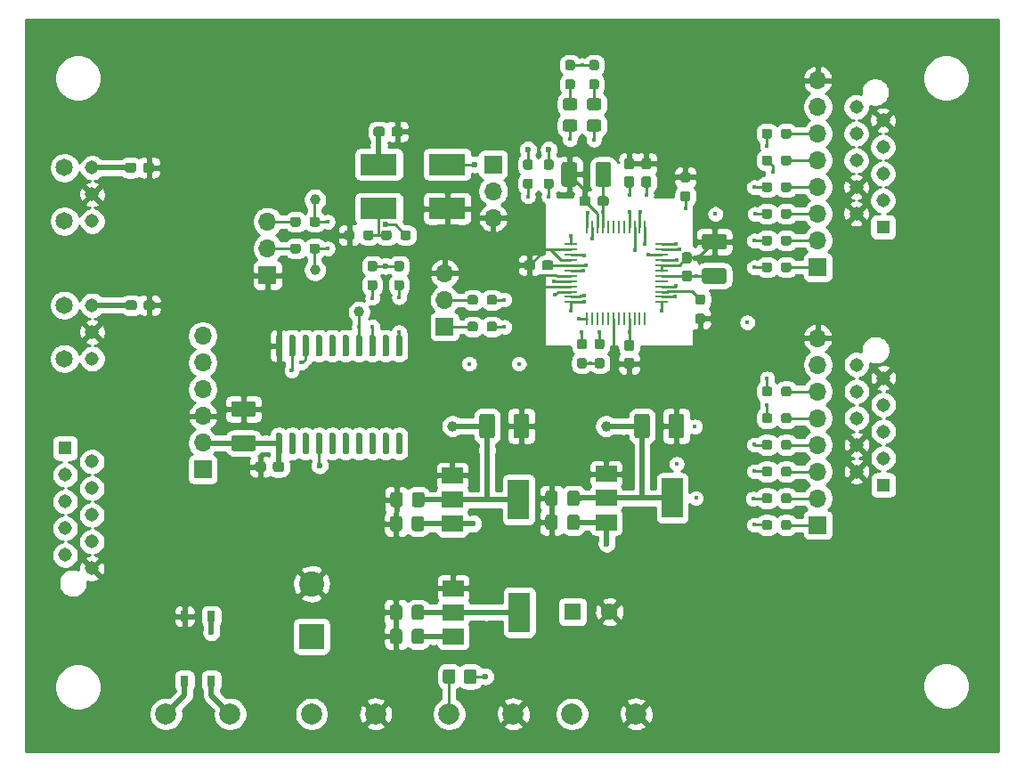
<source format=gbr>
G04 #@! TF.GenerationSoftware,KiCad,Pcbnew,(5.1.9-0-10_14)*
G04 #@! TF.CreationDate,2021-03-22T16:22:46+01:00*
G04 #@! TF.ProjectId,dac,6461632e-6b69-4636-9164-5f7063625858,rev?*
G04 #@! TF.SameCoordinates,Original*
G04 #@! TF.FileFunction,Copper,L1,Top*
G04 #@! TF.FilePolarity,Positive*
%FSLAX46Y46*%
G04 Gerber Fmt 4.6, Leading zero omitted, Abs format (unit mm)*
G04 Created by KiCad (PCBNEW (5.1.9-0-10_14)) date 2021-03-22 16:22:46*
%MOMM*%
%LPD*%
G01*
G04 APERTURE LIST*
G04 #@! TA.AperFunction,ComponentPad*
%ADD10C,1.308000*%
G04 #@! TD*
G04 #@! TA.AperFunction,ComponentPad*
%ADD11C,1.650000*%
G04 #@! TD*
G04 #@! TA.AperFunction,ComponentPad*
%ADD12C,2.000000*%
G04 #@! TD*
G04 #@! TA.AperFunction,SMDPad,CuDef*
%ADD13C,1.000000*%
G04 #@! TD*
G04 #@! TA.AperFunction,ComponentPad*
%ADD14R,1.308000X1.308000*%
G04 #@! TD*
G04 #@! TA.AperFunction,ComponentPad*
%ADD15O,1.700000X1.700000*%
G04 #@! TD*
G04 #@! TA.AperFunction,ComponentPad*
%ADD16R,1.700000X1.700000*%
G04 #@! TD*
G04 #@! TA.AperFunction,SMDPad,CuDef*
%ADD17R,2.000000X1.500000*%
G04 #@! TD*
G04 #@! TA.AperFunction,SMDPad,CuDef*
%ADD18R,2.000000X3.800000*%
G04 #@! TD*
G04 #@! TA.AperFunction,SMDPad,CuDef*
%ADD19R,3.500000X2.000000*%
G04 #@! TD*
G04 #@! TA.AperFunction,ComponentPad*
%ADD20C,1.600000*%
G04 #@! TD*
G04 #@! TA.AperFunction,ComponentPad*
%ADD21R,1.600000X1.600000*%
G04 #@! TD*
G04 #@! TA.AperFunction,SMDPad,CuDef*
%ADD22R,0.800000X1.000000*%
G04 #@! TD*
G04 #@! TA.AperFunction,ComponentPad*
%ADD23C,2.400000*%
G04 #@! TD*
G04 #@! TA.AperFunction,ComponentPad*
%ADD24R,2.400000X2.400000*%
G04 #@! TD*
G04 #@! TA.AperFunction,SMDPad,CuDef*
%ADD25R,1.300000X0.250000*%
G04 #@! TD*
G04 #@! TA.AperFunction,SMDPad,CuDef*
%ADD26R,0.250000X1.300000*%
G04 #@! TD*
G04 #@! TA.AperFunction,ViaPad*
%ADD27C,0.400000*%
G04 #@! TD*
G04 #@! TA.AperFunction,ViaPad*
%ADD28C,0.600000*%
G04 #@! TD*
G04 #@! TA.AperFunction,Conductor*
%ADD29C,0.250000*%
G04 #@! TD*
G04 #@! TA.AperFunction,Conductor*
%ADD30C,0.500000*%
G04 #@! TD*
G04 #@! TA.AperFunction,Conductor*
%ADD31C,0.254000*%
G04 #@! TD*
G04 #@! TA.AperFunction,Conductor*
%ADD32C,0.100000*%
G04 #@! TD*
G04 APERTURE END LIST*
D10*
X115025000Y-83185000D03*
X115025000Y-85725000D03*
X115025000Y-88265000D03*
D11*
X112395000Y-88265000D03*
X112395000Y-83185000D03*
D10*
X115025000Y-70104000D03*
X115025000Y-72644000D03*
X115025000Y-75184000D03*
D11*
X112395000Y-75184000D03*
X112395000Y-70104000D03*
G04 #@! TA.AperFunction,SMDPad,CuDef*
G36*
G01*
X180527000Y-94154000D02*
X180527000Y-93679000D01*
G75*
G02*
X180764500Y-93441500I237500J0D01*
G01*
X181264500Y-93441500D01*
G75*
G02*
X181502000Y-93679000I0J-237500D01*
G01*
X181502000Y-94154000D01*
G75*
G02*
X181264500Y-94391500I-237500J0D01*
G01*
X180764500Y-94391500D01*
G75*
G02*
X180527000Y-94154000I0J237500D01*
G01*
G37*
G04 #@! TD.AperFunction*
G04 #@! TA.AperFunction,SMDPad,CuDef*
G36*
G01*
X178702000Y-94154000D02*
X178702000Y-93679000D01*
G75*
G02*
X178939500Y-93441500I237500J0D01*
G01*
X179439500Y-93441500D01*
G75*
G02*
X179677000Y-93679000I0J-237500D01*
G01*
X179677000Y-94154000D01*
G75*
G02*
X179439500Y-94391500I-237500J0D01*
G01*
X178939500Y-94391500D01*
G75*
G02*
X178702000Y-94154000I0J237500D01*
G01*
G37*
G04 #@! TD.AperFunction*
G04 #@! TA.AperFunction,SMDPad,CuDef*
G36*
G01*
X180527000Y-91614000D02*
X180527000Y-91139000D01*
G75*
G02*
X180764500Y-90901500I237500J0D01*
G01*
X181264500Y-90901500D01*
G75*
G02*
X181502000Y-91139000I0J-237500D01*
G01*
X181502000Y-91614000D01*
G75*
G02*
X181264500Y-91851500I-237500J0D01*
G01*
X180764500Y-91851500D01*
G75*
G02*
X180527000Y-91614000I0J237500D01*
G01*
G37*
G04 #@! TD.AperFunction*
G04 #@! TA.AperFunction,SMDPad,CuDef*
G36*
G01*
X178702000Y-91614000D02*
X178702000Y-91139000D01*
G75*
G02*
X178939500Y-90901500I237500J0D01*
G01*
X179439500Y-90901500D01*
G75*
G02*
X179677000Y-91139000I0J-237500D01*
G01*
X179677000Y-91614000D01*
G75*
G02*
X179439500Y-91851500I-237500J0D01*
G01*
X178939500Y-91851500D01*
G75*
G02*
X178702000Y-91614000I0J237500D01*
G01*
G37*
G04 #@! TD.AperFunction*
G04 #@! TA.AperFunction,SMDPad,CuDef*
G36*
G01*
X179677000Y-96219000D02*
X179677000Y-96694000D01*
G75*
G02*
X179439500Y-96931500I-237500J0D01*
G01*
X178939500Y-96931500D01*
G75*
G02*
X178702000Y-96694000I0J237500D01*
G01*
X178702000Y-96219000D01*
G75*
G02*
X178939500Y-95981500I237500J0D01*
G01*
X179439500Y-95981500D01*
G75*
G02*
X179677000Y-96219000I0J-237500D01*
G01*
G37*
G04 #@! TD.AperFunction*
G04 #@! TA.AperFunction,SMDPad,CuDef*
G36*
G01*
X181502000Y-96219000D02*
X181502000Y-96694000D01*
G75*
G02*
X181264500Y-96931500I-237500J0D01*
G01*
X180764500Y-96931500D01*
G75*
G02*
X180527000Y-96694000I0J237500D01*
G01*
X180527000Y-96219000D01*
G75*
G02*
X180764500Y-95981500I237500J0D01*
G01*
X181264500Y-95981500D01*
G75*
G02*
X181502000Y-96219000I0J-237500D01*
G01*
G37*
G04 #@! TD.AperFunction*
G04 #@! TA.AperFunction,SMDPad,CuDef*
G36*
G01*
X179677000Y-98759000D02*
X179677000Y-99234000D01*
G75*
G02*
X179439500Y-99471500I-237500J0D01*
G01*
X178939500Y-99471500D01*
G75*
G02*
X178702000Y-99234000I0J237500D01*
G01*
X178702000Y-98759000D01*
G75*
G02*
X178939500Y-98521500I237500J0D01*
G01*
X179439500Y-98521500D01*
G75*
G02*
X179677000Y-98759000I0J-237500D01*
G01*
G37*
G04 #@! TD.AperFunction*
G04 #@! TA.AperFunction,SMDPad,CuDef*
G36*
G01*
X181502000Y-98759000D02*
X181502000Y-99234000D01*
G75*
G02*
X181264500Y-99471500I-237500J0D01*
G01*
X180764500Y-99471500D01*
G75*
G02*
X180527000Y-99234000I0J237500D01*
G01*
X180527000Y-98759000D01*
G75*
G02*
X180764500Y-98521500I237500J0D01*
G01*
X181264500Y-98521500D01*
G75*
G02*
X181502000Y-98759000I0J-237500D01*
G01*
G37*
G04 #@! TD.AperFunction*
G04 #@! TA.AperFunction,SMDPad,CuDef*
G36*
G01*
X179677000Y-101299000D02*
X179677000Y-101774000D01*
G75*
G02*
X179439500Y-102011500I-237500J0D01*
G01*
X178939500Y-102011500D01*
G75*
G02*
X178702000Y-101774000I0J237500D01*
G01*
X178702000Y-101299000D01*
G75*
G02*
X178939500Y-101061500I237500J0D01*
G01*
X179439500Y-101061500D01*
G75*
G02*
X179677000Y-101299000I0J-237500D01*
G01*
G37*
G04 #@! TD.AperFunction*
G04 #@! TA.AperFunction,SMDPad,CuDef*
G36*
G01*
X181502000Y-101299000D02*
X181502000Y-101774000D01*
G75*
G02*
X181264500Y-102011500I-237500J0D01*
G01*
X180764500Y-102011500D01*
G75*
G02*
X180527000Y-101774000I0J237500D01*
G01*
X180527000Y-101299000D01*
G75*
G02*
X180764500Y-101061500I237500J0D01*
G01*
X181264500Y-101061500D01*
G75*
G02*
X181502000Y-101299000I0J-237500D01*
G01*
G37*
G04 #@! TD.AperFunction*
G04 #@! TA.AperFunction,SMDPad,CuDef*
G36*
G01*
X179677000Y-103839000D02*
X179677000Y-104314000D01*
G75*
G02*
X179439500Y-104551500I-237500J0D01*
G01*
X178939500Y-104551500D01*
G75*
G02*
X178702000Y-104314000I0J237500D01*
G01*
X178702000Y-103839000D01*
G75*
G02*
X178939500Y-103601500I237500J0D01*
G01*
X179439500Y-103601500D01*
G75*
G02*
X179677000Y-103839000I0J-237500D01*
G01*
G37*
G04 #@! TD.AperFunction*
G04 #@! TA.AperFunction,SMDPad,CuDef*
G36*
G01*
X181502000Y-103839000D02*
X181502000Y-104314000D01*
G75*
G02*
X181264500Y-104551500I-237500J0D01*
G01*
X180764500Y-104551500D01*
G75*
G02*
X180527000Y-104314000I0J237500D01*
G01*
X180527000Y-103839000D01*
G75*
G02*
X180764500Y-103601500I237500J0D01*
G01*
X181264500Y-103601500D01*
G75*
G02*
X181502000Y-103839000I0J-237500D01*
G01*
G37*
G04 #@! TD.AperFunction*
G04 #@! TA.AperFunction,SMDPad,CuDef*
G36*
G01*
X140800000Y-76755000D02*
X140800000Y-76280000D01*
G75*
G02*
X141037500Y-76042500I237500J0D01*
G01*
X141537500Y-76042500D01*
G75*
G02*
X141775000Y-76280000I0J-237500D01*
G01*
X141775000Y-76755000D01*
G75*
G02*
X141537500Y-76992500I-237500J0D01*
G01*
X141037500Y-76992500D01*
G75*
G02*
X140800000Y-76755000I0J237500D01*
G01*
G37*
G04 #@! TD.AperFunction*
G04 #@! TA.AperFunction,SMDPad,CuDef*
G36*
G01*
X138975000Y-76755000D02*
X138975000Y-76280000D01*
G75*
G02*
X139212500Y-76042500I237500J0D01*
G01*
X139712500Y-76042500D01*
G75*
G02*
X139950000Y-76280000I0J-237500D01*
G01*
X139950000Y-76755000D01*
G75*
G02*
X139712500Y-76992500I-237500J0D01*
G01*
X139212500Y-76992500D01*
G75*
G02*
X138975000Y-76755000I0J237500D01*
G01*
G37*
G04 #@! TD.AperFunction*
G04 #@! TA.AperFunction,SMDPad,CuDef*
G36*
G01*
X144339500Y-76755000D02*
X144339500Y-76280000D01*
G75*
G02*
X144577000Y-76042500I237500J0D01*
G01*
X145077000Y-76042500D01*
G75*
G02*
X145314500Y-76280000I0J-237500D01*
G01*
X145314500Y-76755000D01*
G75*
G02*
X145077000Y-76992500I-237500J0D01*
G01*
X144577000Y-76992500D01*
G75*
G02*
X144339500Y-76755000I0J237500D01*
G01*
G37*
G04 #@! TD.AperFunction*
G04 #@! TA.AperFunction,SMDPad,CuDef*
G36*
G01*
X142514500Y-76755000D02*
X142514500Y-76280000D01*
G75*
G02*
X142752000Y-76042500I237500J0D01*
G01*
X143252000Y-76042500D01*
G75*
G02*
X143489500Y-76280000I0J-237500D01*
G01*
X143489500Y-76755000D01*
G75*
G02*
X143252000Y-76992500I-237500J0D01*
G01*
X142752000Y-76992500D01*
G75*
G02*
X142514500Y-76755000I0J237500D01*
G01*
G37*
G04 #@! TD.AperFunction*
G04 #@! TA.AperFunction,SMDPad,CuDef*
G36*
G01*
X173084500Y-83115600D02*
X172609500Y-83115600D01*
G75*
G02*
X172372000Y-82878100I0J237500D01*
G01*
X172372000Y-82378100D01*
G75*
G02*
X172609500Y-82140600I237500J0D01*
G01*
X173084500Y-82140600D01*
G75*
G02*
X173322000Y-82378100I0J-237500D01*
G01*
X173322000Y-82878100D01*
G75*
G02*
X173084500Y-83115600I-237500J0D01*
G01*
G37*
G04 #@! TD.AperFunction*
G04 #@! TA.AperFunction,SMDPad,CuDef*
G36*
G01*
X173084500Y-84940600D02*
X172609500Y-84940600D01*
G75*
G02*
X172372000Y-84703100I0J237500D01*
G01*
X172372000Y-84203100D01*
G75*
G02*
X172609500Y-83965600I237500J0D01*
G01*
X173084500Y-83965600D01*
G75*
G02*
X173322000Y-84203100I0J-237500D01*
G01*
X173322000Y-84703100D01*
G75*
G02*
X173084500Y-84940600I-237500J0D01*
G01*
G37*
G04 #@! TD.AperFunction*
G04 #@! TA.AperFunction,SMDPad,CuDef*
G36*
G01*
X156701500Y-70290500D02*
X156226500Y-70290500D01*
G75*
G02*
X155989000Y-70053000I0J237500D01*
G01*
X155989000Y-69553000D01*
G75*
G02*
X156226500Y-69315500I237500J0D01*
G01*
X156701500Y-69315500D01*
G75*
G02*
X156939000Y-69553000I0J-237500D01*
G01*
X156939000Y-70053000D01*
G75*
G02*
X156701500Y-70290500I-237500J0D01*
G01*
G37*
G04 #@! TD.AperFunction*
G04 #@! TA.AperFunction,SMDPad,CuDef*
G36*
G01*
X156701500Y-72115500D02*
X156226500Y-72115500D01*
G75*
G02*
X155989000Y-71878000I0J237500D01*
G01*
X155989000Y-71378000D01*
G75*
G02*
X156226500Y-71140500I237500J0D01*
G01*
X156701500Y-71140500D01*
G75*
G02*
X156939000Y-71378000I0J-237500D01*
G01*
X156939000Y-71878000D01*
G75*
G02*
X156701500Y-72115500I-237500J0D01*
G01*
G37*
G04 #@! TD.AperFunction*
G04 #@! TA.AperFunction,SMDPad,CuDef*
G36*
G01*
X158670000Y-70290500D02*
X158195000Y-70290500D01*
G75*
G02*
X157957500Y-70053000I0J237500D01*
G01*
X157957500Y-69553000D01*
G75*
G02*
X158195000Y-69315500I237500J0D01*
G01*
X158670000Y-69315500D01*
G75*
G02*
X158907500Y-69553000I0J-237500D01*
G01*
X158907500Y-70053000D01*
G75*
G02*
X158670000Y-70290500I-237500J0D01*
G01*
G37*
G04 #@! TD.AperFunction*
G04 #@! TA.AperFunction,SMDPad,CuDef*
G36*
G01*
X158670000Y-72115500D02*
X158195000Y-72115500D01*
G75*
G02*
X157957500Y-71878000I0J237500D01*
G01*
X157957500Y-71378000D01*
G75*
G02*
X158195000Y-71140500I237500J0D01*
G01*
X158670000Y-71140500D01*
G75*
G02*
X158907500Y-71378000I0J-237500D01*
G01*
X158907500Y-71878000D01*
G75*
G02*
X158670000Y-72115500I-237500J0D01*
G01*
G37*
G04 #@! TD.AperFunction*
G04 #@! TA.AperFunction,SMDPad,CuDef*
G36*
G01*
X179677000Y-71708000D02*
X179677000Y-72183000D01*
G75*
G02*
X179439500Y-72420500I-237500J0D01*
G01*
X178939500Y-72420500D01*
G75*
G02*
X178702000Y-72183000I0J237500D01*
G01*
X178702000Y-71708000D01*
G75*
G02*
X178939500Y-71470500I237500J0D01*
G01*
X179439500Y-71470500D01*
G75*
G02*
X179677000Y-71708000I0J-237500D01*
G01*
G37*
G04 #@! TD.AperFunction*
G04 #@! TA.AperFunction,SMDPad,CuDef*
G36*
G01*
X181502000Y-71708000D02*
X181502000Y-72183000D01*
G75*
G02*
X181264500Y-72420500I-237500J0D01*
G01*
X180764500Y-72420500D01*
G75*
G02*
X180527000Y-72183000I0J237500D01*
G01*
X180527000Y-71708000D01*
G75*
G02*
X180764500Y-71470500I237500J0D01*
G01*
X181264500Y-71470500D01*
G75*
G02*
X181502000Y-71708000I0J-237500D01*
G01*
G37*
G04 #@! TD.AperFunction*
G04 #@! TA.AperFunction,SMDPad,CuDef*
G36*
G01*
X179677000Y-74248000D02*
X179677000Y-74723000D01*
G75*
G02*
X179439500Y-74960500I-237500J0D01*
G01*
X178939500Y-74960500D01*
G75*
G02*
X178702000Y-74723000I0J237500D01*
G01*
X178702000Y-74248000D01*
G75*
G02*
X178939500Y-74010500I237500J0D01*
G01*
X179439500Y-74010500D01*
G75*
G02*
X179677000Y-74248000I0J-237500D01*
G01*
G37*
G04 #@! TD.AperFunction*
G04 #@! TA.AperFunction,SMDPad,CuDef*
G36*
G01*
X181502000Y-74248000D02*
X181502000Y-74723000D01*
G75*
G02*
X181264500Y-74960500I-237500J0D01*
G01*
X180764500Y-74960500D01*
G75*
G02*
X180527000Y-74723000I0J237500D01*
G01*
X180527000Y-74248000D01*
G75*
G02*
X180764500Y-74010500I237500J0D01*
G01*
X181264500Y-74010500D01*
G75*
G02*
X181502000Y-74248000I0J-237500D01*
G01*
G37*
G04 #@! TD.AperFunction*
G04 #@! TA.AperFunction,SMDPad,CuDef*
G36*
G01*
X179677000Y-76788000D02*
X179677000Y-77263000D01*
G75*
G02*
X179439500Y-77500500I-237500J0D01*
G01*
X178939500Y-77500500D01*
G75*
G02*
X178702000Y-77263000I0J237500D01*
G01*
X178702000Y-76788000D01*
G75*
G02*
X178939500Y-76550500I237500J0D01*
G01*
X179439500Y-76550500D01*
G75*
G02*
X179677000Y-76788000I0J-237500D01*
G01*
G37*
G04 #@! TD.AperFunction*
G04 #@! TA.AperFunction,SMDPad,CuDef*
G36*
G01*
X181502000Y-76788000D02*
X181502000Y-77263000D01*
G75*
G02*
X181264500Y-77500500I-237500J0D01*
G01*
X180764500Y-77500500D01*
G75*
G02*
X180527000Y-77263000I0J237500D01*
G01*
X180527000Y-76788000D01*
G75*
G02*
X180764500Y-76550500I237500J0D01*
G01*
X181264500Y-76550500D01*
G75*
G02*
X181502000Y-76788000I0J-237500D01*
G01*
G37*
G04 #@! TD.AperFunction*
G04 #@! TA.AperFunction,SMDPad,CuDef*
G36*
G01*
X171187100Y-72334300D02*
X171662100Y-72334300D01*
G75*
G02*
X171899600Y-72571800I0J-237500D01*
G01*
X171899600Y-73071800D01*
G75*
G02*
X171662100Y-73309300I-237500J0D01*
G01*
X171187100Y-73309300D01*
G75*
G02*
X170949600Y-73071800I0J237500D01*
G01*
X170949600Y-72571800D01*
G75*
G02*
X171187100Y-72334300I237500J0D01*
G01*
G37*
G04 #@! TD.AperFunction*
G04 #@! TA.AperFunction,SMDPad,CuDef*
G36*
G01*
X171187100Y-70509300D02*
X171662100Y-70509300D01*
G75*
G02*
X171899600Y-70746800I0J-237500D01*
G01*
X171899600Y-71246800D01*
G75*
G02*
X171662100Y-71484300I-237500J0D01*
G01*
X171187100Y-71484300D01*
G75*
G02*
X170949600Y-71246800I0J237500D01*
G01*
X170949600Y-70746800D01*
G75*
G02*
X171187100Y-70509300I237500J0D01*
G01*
G37*
G04 #@! TD.AperFunction*
G04 #@! TA.AperFunction,SMDPad,CuDef*
G36*
G01*
X180527000Y-67103000D02*
X180527000Y-66628000D01*
G75*
G02*
X180764500Y-66390500I237500J0D01*
G01*
X181264500Y-66390500D01*
G75*
G02*
X181502000Y-66628000I0J-237500D01*
G01*
X181502000Y-67103000D01*
G75*
G02*
X181264500Y-67340500I-237500J0D01*
G01*
X180764500Y-67340500D01*
G75*
G02*
X180527000Y-67103000I0J237500D01*
G01*
G37*
G04 #@! TD.AperFunction*
G04 #@! TA.AperFunction,SMDPad,CuDef*
G36*
G01*
X178702000Y-67103000D02*
X178702000Y-66628000D01*
G75*
G02*
X178939500Y-66390500I237500J0D01*
G01*
X179439500Y-66390500D01*
G75*
G02*
X179677000Y-66628000I0J-237500D01*
G01*
X179677000Y-67103000D01*
G75*
G02*
X179439500Y-67340500I-237500J0D01*
G01*
X178939500Y-67340500D01*
G75*
G02*
X178702000Y-67103000I0J237500D01*
G01*
G37*
G04 #@! TD.AperFunction*
G04 #@! TA.AperFunction,SMDPad,CuDef*
G36*
G01*
X161357300Y-88205500D02*
X161832300Y-88205500D01*
G75*
G02*
X162069800Y-88443000I0J-237500D01*
G01*
X162069800Y-88943000D01*
G75*
G02*
X161832300Y-89180500I-237500J0D01*
G01*
X161357300Y-89180500D01*
G75*
G02*
X161119800Y-88943000I0J237500D01*
G01*
X161119800Y-88443000D01*
G75*
G02*
X161357300Y-88205500I237500J0D01*
G01*
G37*
G04 #@! TD.AperFunction*
G04 #@! TA.AperFunction,SMDPad,CuDef*
G36*
G01*
X161357300Y-86380500D02*
X161832300Y-86380500D01*
G75*
G02*
X162069800Y-86618000I0J-237500D01*
G01*
X162069800Y-87118000D01*
G75*
G02*
X161832300Y-87355500I-237500J0D01*
G01*
X161357300Y-87355500D01*
G75*
G02*
X161119800Y-87118000I0J237500D01*
G01*
X161119800Y-86618000D01*
G75*
G02*
X161357300Y-86380500I237500J0D01*
G01*
G37*
G04 #@! TD.AperFunction*
G04 #@! TA.AperFunction,SMDPad,CuDef*
G36*
G01*
X163033700Y-88205500D02*
X163508700Y-88205500D01*
G75*
G02*
X163746200Y-88443000I0J-237500D01*
G01*
X163746200Y-88943000D01*
G75*
G02*
X163508700Y-89180500I-237500J0D01*
G01*
X163033700Y-89180500D01*
G75*
G02*
X162796200Y-88943000I0J237500D01*
G01*
X162796200Y-88443000D01*
G75*
G02*
X163033700Y-88205500I237500J0D01*
G01*
G37*
G04 #@! TD.AperFunction*
G04 #@! TA.AperFunction,SMDPad,CuDef*
G36*
G01*
X163033700Y-86380500D02*
X163508700Y-86380500D01*
G75*
G02*
X163746200Y-86618000I0J-237500D01*
G01*
X163746200Y-87118000D01*
G75*
G02*
X163508700Y-87355500I-237500J0D01*
G01*
X163033700Y-87355500D01*
G75*
G02*
X162796200Y-87118000I0J237500D01*
G01*
X162796200Y-86618000D01*
G75*
G02*
X163033700Y-86380500I237500J0D01*
G01*
G37*
G04 #@! TD.AperFunction*
G04 #@! TA.AperFunction,SMDPad,CuDef*
G36*
G01*
X151693700Y-82439500D02*
X151693700Y-82914500D01*
G75*
G02*
X151456200Y-83152000I-237500J0D01*
G01*
X150956200Y-83152000D01*
G75*
G02*
X150718700Y-82914500I0J237500D01*
G01*
X150718700Y-82439500D01*
G75*
G02*
X150956200Y-82202000I237500J0D01*
G01*
X151456200Y-82202000D01*
G75*
G02*
X151693700Y-82439500I0J-237500D01*
G01*
G37*
G04 #@! TD.AperFunction*
G04 #@! TA.AperFunction,SMDPad,CuDef*
G36*
G01*
X153518700Y-82439500D02*
X153518700Y-82914500D01*
G75*
G02*
X153281200Y-83152000I-237500J0D01*
G01*
X152781200Y-83152000D01*
G75*
G02*
X152543700Y-82914500I0J237500D01*
G01*
X152543700Y-82439500D01*
G75*
G02*
X152781200Y-82202000I237500J0D01*
G01*
X153281200Y-82202000D01*
G75*
G02*
X153518700Y-82439500I0J-237500D01*
G01*
G37*
G04 #@! TD.AperFunction*
G04 #@! TA.AperFunction,SMDPad,CuDef*
G36*
G01*
X151693700Y-84979500D02*
X151693700Y-85454500D01*
G75*
G02*
X151456200Y-85692000I-237500J0D01*
G01*
X150956200Y-85692000D01*
G75*
G02*
X150718700Y-85454500I0J237500D01*
G01*
X150718700Y-84979500D01*
G75*
G02*
X150956200Y-84742000I237500J0D01*
G01*
X151456200Y-84742000D01*
G75*
G02*
X151693700Y-84979500I0J-237500D01*
G01*
G37*
G04 #@! TD.AperFunction*
G04 #@! TA.AperFunction,SMDPad,CuDef*
G36*
G01*
X153518700Y-84979500D02*
X153518700Y-85454500D01*
G75*
G02*
X153281200Y-85692000I-237500J0D01*
G01*
X152781200Y-85692000D01*
G75*
G02*
X152543700Y-85454500I0J237500D01*
G01*
X152543700Y-84979500D01*
G75*
G02*
X152781200Y-84742000I237500J0D01*
G01*
X153281200Y-84742000D01*
G75*
G02*
X153518700Y-84979500I0J-237500D01*
G01*
G37*
G04 #@! TD.AperFunction*
G04 #@! TA.AperFunction,SMDPad,CuDef*
G36*
G01*
X134853500Y-77550000D02*
X134853500Y-78025000D01*
G75*
G02*
X134616000Y-78262500I-237500J0D01*
G01*
X134116000Y-78262500D01*
G75*
G02*
X133878500Y-78025000I0J237500D01*
G01*
X133878500Y-77550000D01*
G75*
G02*
X134116000Y-77312500I237500J0D01*
G01*
X134616000Y-77312500D01*
G75*
G02*
X134853500Y-77550000I0J-237500D01*
G01*
G37*
G04 #@! TD.AperFunction*
G04 #@! TA.AperFunction,SMDPad,CuDef*
G36*
G01*
X136678500Y-77550000D02*
X136678500Y-78025000D01*
G75*
G02*
X136441000Y-78262500I-237500J0D01*
G01*
X135941000Y-78262500D01*
G75*
G02*
X135703500Y-78025000I0J237500D01*
G01*
X135703500Y-77550000D01*
G75*
G02*
X135941000Y-77312500I237500J0D01*
G01*
X136441000Y-77312500D01*
G75*
G02*
X136678500Y-77550000I0J-237500D01*
G01*
G37*
G04 #@! TD.AperFunction*
G04 #@! TA.AperFunction,SMDPad,CuDef*
G36*
G01*
X180527000Y-69643000D02*
X180527000Y-69168000D01*
G75*
G02*
X180764500Y-68930500I237500J0D01*
G01*
X181264500Y-68930500D01*
G75*
G02*
X181502000Y-69168000I0J-237500D01*
G01*
X181502000Y-69643000D01*
G75*
G02*
X181264500Y-69880500I-237500J0D01*
G01*
X180764500Y-69880500D01*
G75*
G02*
X180527000Y-69643000I0J237500D01*
G01*
G37*
G04 #@! TD.AperFunction*
G04 #@! TA.AperFunction,SMDPad,CuDef*
G36*
G01*
X178702000Y-69643000D02*
X178702000Y-69168000D01*
G75*
G02*
X178939500Y-68930500I237500J0D01*
G01*
X179439500Y-68930500D01*
G75*
G02*
X179677000Y-69168000I0J-237500D01*
G01*
X179677000Y-69643000D01*
G75*
G02*
X179439500Y-69880500I-237500J0D01*
G01*
X178939500Y-69880500D01*
G75*
G02*
X178702000Y-69643000I0J237500D01*
G01*
G37*
G04 #@! TD.AperFunction*
G04 #@! TA.AperFunction,SMDPad,CuDef*
G36*
G01*
X179677000Y-79328000D02*
X179677000Y-79803000D01*
G75*
G02*
X179439500Y-80040500I-237500J0D01*
G01*
X178939500Y-80040500D01*
G75*
G02*
X178702000Y-79803000I0J237500D01*
G01*
X178702000Y-79328000D01*
G75*
G02*
X178939500Y-79090500I237500J0D01*
G01*
X179439500Y-79090500D01*
G75*
G02*
X179677000Y-79328000I0J-237500D01*
G01*
G37*
G04 #@! TD.AperFunction*
G04 #@! TA.AperFunction,SMDPad,CuDef*
G36*
G01*
X181502000Y-79328000D02*
X181502000Y-79803000D01*
G75*
G02*
X181264500Y-80040500I-237500J0D01*
G01*
X180764500Y-80040500D01*
G75*
G02*
X180527000Y-79803000I0J237500D01*
G01*
X180527000Y-79328000D01*
G75*
G02*
X180764500Y-79090500I237500J0D01*
G01*
X181264500Y-79090500D01*
G75*
G02*
X181502000Y-79328000I0J-237500D01*
G01*
G37*
G04 #@! TD.AperFunction*
G04 #@! TA.AperFunction,SMDPad,CuDef*
G36*
G01*
X162513000Y-61679000D02*
X162988000Y-61679000D01*
G75*
G02*
X163225500Y-61916500I0J-237500D01*
G01*
X163225500Y-62416500D01*
G75*
G02*
X162988000Y-62654000I-237500J0D01*
G01*
X162513000Y-62654000D01*
G75*
G02*
X162275500Y-62416500I0J237500D01*
G01*
X162275500Y-61916500D01*
G75*
G02*
X162513000Y-61679000I237500J0D01*
G01*
G37*
G04 #@! TD.AperFunction*
G04 #@! TA.AperFunction,SMDPad,CuDef*
G36*
G01*
X162513000Y-59854000D02*
X162988000Y-59854000D01*
G75*
G02*
X163225500Y-60091500I0J-237500D01*
G01*
X163225500Y-60591500D01*
G75*
G02*
X162988000Y-60829000I-237500J0D01*
G01*
X162513000Y-60829000D01*
G75*
G02*
X162275500Y-60591500I0J237500D01*
G01*
X162275500Y-60091500D01*
G75*
G02*
X162513000Y-59854000I237500J0D01*
G01*
G37*
G04 #@! TD.AperFunction*
G04 #@! TA.AperFunction,SMDPad,CuDef*
G36*
G01*
X160227000Y-61679000D02*
X160702000Y-61679000D01*
G75*
G02*
X160939500Y-61916500I0J-237500D01*
G01*
X160939500Y-62416500D01*
G75*
G02*
X160702000Y-62654000I-237500J0D01*
G01*
X160227000Y-62654000D01*
G75*
G02*
X159989500Y-62416500I0J237500D01*
G01*
X159989500Y-61916500D01*
G75*
G02*
X160227000Y-61679000I237500J0D01*
G01*
G37*
G04 #@! TD.AperFunction*
G04 #@! TA.AperFunction,SMDPad,CuDef*
G36*
G01*
X160227000Y-59854000D02*
X160702000Y-59854000D01*
G75*
G02*
X160939500Y-60091500I0J-237500D01*
G01*
X160939500Y-60591500D01*
G75*
G02*
X160702000Y-60829000I-237500J0D01*
G01*
X160227000Y-60829000D01*
G75*
G02*
X159989500Y-60591500I0J237500D01*
G01*
X159989500Y-60091500D01*
G75*
G02*
X160227000Y-59854000I237500J0D01*
G01*
G37*
G04 #@! TD.AperFunction*
G04 #@! TA.AperFunction,SMDPad,CuDef*
G36*
G01*
X134853500Y-75010000D02*
X134853500Y-75485000D01*
G75*
G02*
X134616000Y-75722500I-237500J0D01*
G01*
X134116000Y-75722500D01*
G75*
G02*
X133878500Y-75485000I0J237500D01*
G01*
X133878500Y-75010000D01*
G75*
G02*
X134116000Y-74772500I237500J0D01*
G01*
X134616000Y-74772500D01*
G75*
G02*
X134853500Y-75010000I0J-237500D01*
G01*
G37*
G04 #@! TD.AperFunction*
G04 #@! TA.AperFunction,SMDPad,CuDef*
G36*
G01*
X136678500Y-75010000D02*
X136678500Y-75485000D01*
G75*
G02*
X136441000Y-75722500I-237500J0D01*
G01*
X135941000Y-75722500D01*
G75*
G02*
X135703500Y-75485000I0J237500D01*
G01*
X135703500Y-75010000D01*
G75*
G02*
X135941000Y-74772500I237500J0D01*
G01*
X136441000Y-74772500D01*
G75*
G02*
X136678500Y-75010000I0J-237500D01*
G01*
G37*
G04 #@! TD.AperFunction*
D12*
X141986000Y-122047000D03*
X135890000Y-122047000D03*
G04 #@! TA.AperFunction,SMDPad,CuDef*
G36*
G01*
X141431000Y-80792500D02*
X141906000Y-80792500D01*
G75*
G02*
X142143500Y-81030000I0J-237500D01*
G01*
X142143500Y-81530000D01*
G75*
G02*
X141906000Y-81767500I-237500J0D01*
G01*
X141431000Y-81767500D01*
G75*
G02*
X141193500Y-81530000I0J237500D01*
G01*
X141193500Y-81030000D01*
G75*
G02*
X141431000Y-80792500I237500J0D01*
G01*
G37*
G04 #@! TD.AperFunction*
G04 #@! TA.AperFunction,SMDPad,CuDef*
G36*
G01*
X141431000Y-78967500D02*
X141906000Y-78967500D01*
G75*
G02*
X142143500Y-79205000I0J-237500D01*
G01*
X142143500Y-79705000D01*
G75*
G02*
X141906000Y-79942500I-237500J0D01*
G01*
X141431000Y-79942500D01*
G75*
G02*
X141193500Y-79705000I0J237500D01*
G01*
X141193500Y-79205000D01*
G75*
G02*
X141431000Y-78967500I237500J0D01*
G01*
G37*
G04 #@! TD.AperFunction*
G04 #@! TA.AperFunction,SMDPad,CuDef*
G36*
G01*
X143971000Y-80792500D02*
X144446000Y-80792500D01*
G75*
G02*
X144683500Y-81030000I0J-237500D01*
G01*
X144683500Y-81530000D01*
G75*
G02*
X144446000Y-81767500I-237500J0D01*
G01*
X143971000Y-81767500D01*
G75*
G02*
X143733500Y-81530000I0J237500D01*
G01*
X143733500Y-81030000D01*
G75*
G02*
X143971000Y-80792500I237500J0D01*
G01*
G37*
G04 #@! TD.AperFunction*
G04 #@! TA.AperFunction,SMDPad,CuDef*
G36*
G01*
X143971000Y-78967500D02*
X144446000Y-78967500D01*
G75*
G02*
X144683500Y-79205000I0J-237500D01*
G01*
X144683500Y-79705000D01*
G75*
G02*
X144446000Y-79942500I-237500J0D01*
G01*
X143971000Y-79942500D01*
G75*
G02*
X143733500Y-79705000I0J237500D01*
G01*
X143733500Y-79205000D01*
G75*
G02*
X143971000Y-78967500I237500J0D01*
G01*
G37*
G04 #@! TD.AperFunction*
G04 #@! TA.AperFunction,SMDPad,CuDef*
G36*
G01*
X166328100Y-87532500D02*
X165853100Y-87532500D01*
G75*
G02*
X165615600Y-87295000I0J237500D01*
G01*
X165615600Y-86695000D01*
G75*
G02*
X165853100Y-86457500I237500J0D01*
G01*
X166328100Y-86457500D01*
G75*
G02*
X166565600Y-86695000I0J-237500D01*
G01*
X166565600Y-87295000D01*
G75*
G02*
X166328100Y-87532500I-237500J0D01*
G01*
G37*
G04 #@! TD.AperFunction*
G04 #@! TA.AperFunction,SMDPad,CuDef*
G36*
G01*
X166328100Y-89257500D02*
X165853100Y-89257500D01*
G75*
G02*
X165615600Y-89020000I0J237500D01*
G01*
X165615600Y-88420000D01*
G75*
G02*
X165853100Y-88182500I237500J0D01*
G01*
X166328100Y-88182500D01*
G75*
G02*
X166565600Y-88420000I0J-237500D01*
G01*
X166565600Y-89020000D01*
G75*
G02*
X166328100Y-89257500I-237500J0D01*
G01*
G37*
G04 #@! TD.AperFunction*
G04 #@! TA.AperFunction,SMDPad,CuDef*
G36*
G01*
X157805000Y-79612500D02*
X157805000Y-79137500D01*
G75*
G02*
X158042500Y-78900000I237500J0D01*
G01*
X158642500Y-78900000D01*
G75*
G02*
X158880000Y-79137500I0J-237500D01*
G01*
X158880000Y-79612500D01*
G75*
G02*
X158642500Y-79850000I-237500J0D01*
G01*
X158042500Y-79850000D01*
G75*
G02*
X157805000Y-79612500I0J237500D01*
G01*
G37*
G04 #@! TD.AperFunction*
G04 #@! TA.AperFunction,SMDPad,CuDef*
G36*
G01*
X156080000Y-79612500D02*
X156080000Y-79137500D01*
G75*
G02*
X156317500Y-78900000I237500J0D01*
G01*
X156917500Y-78900000D01*
G75*
G02*
X157155000Y-79137500I0J-237500D01*
G01*
X157155000Y-79612500D01*
G75*
G02*
X156917500Y-79850000I-237500J0D01*
G01*
X156317500Y-79850000D01*
G75*
G02*
X156080000Y-79612500I0J237500D01*
G01*
G37*
G04 #@! TD.AperFunction*
G04 #@! TA.AperFunction,SMDPad,CuDef*
G36*
G01*
X163075500Y-73516500D02*
X163075500Y-73041500D01*
G75*
G02*
X163313000Y-72804000I237500J0D01*
G01*
X163913000Y-72804000D01*
G75*
G02*
X164150500Y-73041500I0J-237500D01*
G01*
X164150500Y-73516500D01*
G75*
G02*
X163913000Y-73754000I-237500J0D01*
G01*
X163313000Y-73754000D01*
G75*
G02*
X163075500Y-73516500I0J237500D01*
G01*
G37*
G04 #@! TD.AperFunction*
G04 #@! TA.AperFunction,SMDPad,CuDef*
G36*
G01*
X161350500Y-73516500D02*
X161350500Y-73041500D01*
G75*
G02*
X161588000Y-72804000I237500J0D01*
G01*
X162188000Y-72804000D01*
G75*
G02*
X162425500Y-73041500I0J-237500D01*
G01*
X162425500Y-73516500D01*
G75*
G02*
X162188000Y-73754000I-237500J0D01*
G01*
X161588000Y-73754000D01*
G75*
G02*
X161350500Y-73516500I0J237500D01*
G01*
G37*
G04 #@! TD.AperFunction*
G04 #@! TA.AperFunction,SMDPad,CuDef*
G36*
G01*
X171339500Y-79853500D02*
X171814500Y-79853500D01*
G75*
G02*
X172052000Y-80091000I0J-237500D01*
G01*
X172052000Y-80691000D01*
G75*
G02*
X171814500Y-80928500I-237500J0D01*
G01*
X171339500Y-80928500D01*
G75*
G02*
X171102000Y-80691000I0J237500D01*
G01*
X171102000Y-80091000D01*
G75*
G02*
X171339500Y-79853500I237500J0D01*
G01*
G37*
G04 #@! TD.AperFunction*
G04 #@! TA.AperFunction,SMDPad,CuDef*
G36*
G01*
X171339500Y-78128500D02*
X171814500Y-78128500D01*
G75*
G02*
X172052000Y-78366000I0J-237500D01*
G01*
X172052000Y-78966000D01*
G75*
G02*
X171814500Y-79203500I-237500J0D01*
G01*
X171339500Y-79203500D01*
G75*
G02*
X171102000Y-78966000I0J237500D01*
G01*
X171102000Y-78366000D01*
G75*
G02*
X171339500Y-78128500I237500J0D01*
G01*
G37*
G04 #@! TD.AperFunction*
G04 #@! TA.AperFunction,SMDPad,CuDef*
G36*
G01*
X143491000Y-66912500D02*
X143491000Y-66437500D01*
G75*
G02*
X143728500Y-66200000I237500J0D01*
G01*
X144328500Y-66200000D01*
G75*
G02*
X144566000Y-66437500I0J-237500D01*
G01*
X144566000Y-66912500D01*
G75*
G02*
X144328500Y-67150000I-237500J0D01*
G01*
X143728500Y-67150000D01*
G75*
G02*
X143491000Y-66912500I0J237500D01*
G01*
G37*
G04 #@! TD.AperFunction*
G04 #@! TA.AperFunction,SMDPad,CuDef*
G36*
G01*
X141766000Y-66912500D02*
X141766000Y-66437500D01*
G75*
G02*
X142003500Y-66200000I237500J0D01*
G01*
X142603500Y-66200000D01*
G75*
G02*
X142841000Y-66437500I0J-237500D01*
G01*
X142841000Y-66912500D01*
G75*
G02*
X142603500Y-67150000I-237500J0D01*
G01*
X142003500Y-67150000D01*
G75*
G02*
X141766000Y-66912500I0J237500D01*
G01*
G37*
G04 #@! TD.AperFunction*
G04 #@! TA.AperFunction,SMDPad,CuDef*
G36*
G01*
X132214500Y-98789500D02*
X132214500Y-98314500D01*
G75*
G02*
X132452000Y-98077000I237500J0D01*
G01*
X133052000Y-98077000D01*
G75*
G02*
X133289500Y-98314500I0J-237500D01*
G01*
X133289500Y-98789500D01*
G75*
G02*
X133052000Y-99027000I-237500J0D01*
G01*
X132452000Y-99027000D01*
G75*
G02*
X132214500Y-98789500I0J237500D01*
G01*
G37*
G04 #@! TD.AperFunction*
G04 #@! TA.AperFunction,SMDPad,CuDef*
G36*
G01*
X130489500Y-98789500D02*
X130489500Y-98314500D01*
G75*
G02*
X130727000Y-98077000I237500J0D01*
G01*
X131327000Y-98077000D01*
G75*
G02*
X131564500Y-98314500I0J-237500D01*
G01*
X131564500Y-98789500D01*
G75*
G02*
X131327000Y-99027000I-237500J0D01*
G01*
X130727000Y-99027000D01*
G75*
G02*
X130489500Y-98789500I0J237500D01*
G01*
G37*
G04 #@! TD.AperFunction*
G04 #@! TA.AperFunction,SMDPad,CuDef*
G36*
G01*
X119282500Y-82947500D02*
X119282500Y-83422500D01*
G75*
G02*
X119045000Y-83660000I-237500J0D01*
G01*
X118445000Y-83660000D01*
G75*
G02*
X118207500Y-83422500I0J237500D01*
G01*
X118207500Y-82947500D01*
G75*
G02*
X118445000Y-82710000I237500J0D01*
G01*
X119045000Y-82710000D01*
G75*
G02*
X119282500Y-82947500I0J-237500D01*
G01*
G37*
G04 #@! TD.AperFunction*
G04 #@! TA.AperFunction,SMDPad,CuDef*
G36*
G01*
X121007500Y-82947500D02*
X121007500Y-83422500D01*
G75*
G02*
X120770000Y-83660000I-237500J0D01*
G01*
X120170000Y-83660000D01*
G75*
G02*
X119932500Y-83422500I0J237500D01*
G01*
X119932500Y-82947500D01*
G75*
G02*
X120170000Y-82710000I237500J0D01*
G01*
X120770000Y-82710000D01*
G75*
G02*
X121007500Y-82947500I0J-237500D01*
G01*
G37*
G04 #@! TD.AperFunction*
G04 #@! TA.AperFunction,SMDPad,CuDef*
G36*
G01*
X119219000Y-69866500D02*
X119219000Y-70341500D01*
G75*
G02*
X118981500Y-70579000I-237500J0D01*
G01*
X118381500Y-70579000D01*
G75*
G02*
X118144000Y-70341500I0J237500D01*
G01*
X118144000Y-69866500D01*
G75*
G02*
X118381500Y-69629000I237500J0D01*
G01*
X118981500Y-69629000D01*
G75*
G02*
X119219000Y-69866500I0J-237500D01*
G01*
G37*
G04 #@! TD.AperFunction*
G04 #@! TA.AperFunction,SMDPad,CuDef*
G36*
G01*
X120944000Y-69866500D02*
X120944000Y-70341500D01*
G75*
G02*
X120706500Y-70579000I-237500J0D01*
G01*
X120106500Y-70579000D01*
G75*
G02*
X119869000Y-70341500I0J237500D01*
G01*
X119869000Y-69866500D01*
G75*
G02*
X120106500Y-69629000I237500J0D01*
G01*
X120706500Y-69629000D01*
G75*
G02*
X120944000Y-69866500I0J-237500D01*
G01*
G37*
G04 #@! TD.AperFunction*
G04 #@! TA.AperFunction,SMDPad,CuDef*
G36*
G01*
X167953700Y-70262700D02*
X167478700Y-70262700D01*
G75*
G02*
X167241200Y-70025200I0J237500D01*
G01*
X167241200Y-69425200D01*
G75*
G02*
X167478700Y-69187700I237500J0D01*
G01*
X167953700Y-69187700D01*
G75*
G02*
X168191200Y-69425200I0J-237500D01*
G01*
X168191200Y-70025200D01*
G75*
G02*
X167953700Y-70262700I-237500J0D01*
G01*
G37*
G04 #@! TD.AperFunction*
G04 #@! TA.AperFunction,SMDPad,CuDef*
G36*
G01*
X167953700Y-71987700D02*
X167478700Y-71987700D01*
G75*
G02*
X167241200Y-71750200I0J237500D01*
G01*
X167241200Y-71150200D01*
G75*
G02*
X167478700Y-70912700I237500J0D01*
G01*
X167953700Y-70912700D01*
G75*
G02*
X168191200Y-71150200I0J-237500D01*
G01*
X168191200Y-71750200D01*
G75*
G02*
X167953700Y-71987700I-237500J0D01*
G01*
G37*
G04 #@! TD.AperFunction*
G04 #@! TA.AperFunction,SMDPad,CuDef*
G36*
G01*
X165853100Y-70912700D02*
X166328100Y-70912700D01*
G75*
G02*
X166565600Y-71150200I0J-237500D01*
G01*
X166565600Y-71750200D01*
G75*
G02*
X166328100Y-71987700I-237500J0D01*
G01*
X165853100Y-71987700D01*
G75*
G02*
X165615600Y-71750200I0J237500D01*
G01*
X165615600Y-71150200D01*
G75*
G02*
X165853100Y-70912700I237500J0D01*
G01*
G37*
G04 #@! TD.AperFunction*
G04 #@! TA.AperFunction,SMDPad,CuDef*
G36*
G01*
X165853100Y-69187700D02*
X166328100Y-69187700D01*
G75*
G02*
X166565600Y-69425200I0J-237500D01*
G01*
X166565600Y-70025200D01*
G75*
G02*
X166328100Y-70262700I-237500J0D01*
G01*
X165853100Y-70262700D01*
G75*
G02*
X165615600Y-70025200I0J237500D01*
G01*
X165615600Y-69425200D01*
G75*
G02*
X165853100Y-69187700I237500J0D01*
G01*
G37*
G04 #@! TD.AperFunction*
D13*
X136207500Y-79819500D03*
D14*
X190246000Y-100266500D03*
D10*
X187706000Y-98996500D03*
X190246000Y-97726500D03*
X187706000Y-96456500D03*
X190246000Y-95186500D03*
X187706000Y-93916500D03*
X190246000Y-92646500D03*
X187706000Y-91376500D03*
X190246000Y-90106500D03*
X187706000Y-88836500D03*
D15*
X184023000Y-86296500D03*
X184023000Y-88836500D03*
X184023000Y-91376500D03*
X184023000Y-93916500D03*
X184023000Y-96456500D03*
X184023000Y-98996500D03*
X184023000Y-101536500D03*
D16*
X184023000Y-104076500D03*
D15*
X153162000Y-74866500D03*
X153162000Y-72326500D03*
D16*
X153162000Y-69786500D03*
D15*
X131699000Y-75247500D03*
X131699000Y-77787500D03*
D16*
X131699000Y-80327500D03*
D15*
X184023000Y-61785500D03*
X184023000Y-64325500D03*
X184023000Y-66865500D03*
X184023000Y-69405500D03*
X184023000Y-71945500D03*
X184023000Y-74485500D03*
X184023000Y-77025500D03*
D16*
X184023000Y-79565500D03*
D15*
X148526500Y-80137000D03*
X148526500Y-82677000D03*
D16*
X148526500Y-85217000D03*
D14*
X112458500Y-96774000D03*
D10*
X114998500Y-98044000D03*
X112458500Y-99314000D03*
X114998500Y-100584000D03*
X112458500Y-101854000D03*
X114998500Y-103124000D03*
X112458500Y-104394000D03*
X114998500Y-105664000D03*
X112458500Y-106934000D03*
X114998500Y-108204000D03*
D17*
X163893500Y-99222500D03*
X163893500Y-103822500D03*
X163893500Y-101522500D03*
D18*
X170193500Y-101522500D03*
D17*
X149275000Y-99363500D03*
X149275000Y-103963500D03*
X149275000Y-101663500D03*
D18*
X155575000Y-101663500D03*
D17*
X149352000Y-110081000D03*
X149352000Y-114681000D03*
X149352000Y-112381000D03*
D18*
X155652000Y-112381000D03*
D19*
X142292000Y-69782000D03*
X148792000Y-69782000D03*
X148792000Y-73982000D03*
X142292000Y-73982000D03*
D13*
X163893500Y-94678500D03*
X149288500Y-94678500D03*
X140398500Y-83820000D03*
X136207500Y-73152000D03*
D14*
X190224000Y-75755500D03*
D10*
X187684000Y-74485500D03*
X190224000Y-73215500D03*
X187684000Y-71945500D03*
X190224000Y-70675500D03*
X187684000Y-69405500D03*
X190224000Y-68135500D03*
X187684000Y-66865500D03*
X190224000Y-65595500D03*
X187684000Y-64325500D03*
G04 #@! TA.AperFunction,SMDPad,CuDef*
G36*
G01*
X169811000Y-95603500D02*
X169811000Y-93753500D01*
G75*
G02*
X170061000Y-93503500I250000J0D01*
G01*
X171061000Y-93503500D01*
G75*
G02*
X171311000Y-93753500I0J-250000D01*
G01*
X171311000Y-95603500D01*
G75*
G02*
X171061000Y-95853500I-250000J0D01*
G01*
X170061000Y-95853500D01*
G75*
G02*
X169811000Y-95603500I0J250000D01*
G01*
G37*
G04 #@! TD.AperFunction*
G04 #@! TA.AperFunction,SMDPad,CuDef*
G36*
G01*
X166561000Y-95603500D02*
X166561000Y-93753500D01*
G75*
G02*
X166811000Y-93503500I250000J0D01*
G01*
X167811000Y-93503500D01*
G75*
G02*
X168061000Y-93753500I0J-250000D01*
G01*
X168061000Y-95603500D01*
G75*
G02*
X167811000Y-95853500I-250000J0D01*
G01*
X166811000Y-95853500D01*
G75*
G02*
X166561000Y-95603500I0J250000D01*
G01*
G37*
G04 #@! TD.AperFunction*
G04 #@! TA.AperFunction,SMDPad,CuDef*
G36*
G01*
X155079000Y-95603500D02*
X155079000Y-93753500D01*
G75*
G02*
X155329000Y-93503500I250000J0D01*
G01*
X156329000Y-93503500D01*
G75*
G02*
X156579000Y-93753500I0J-250000D01*
G01*
X156579000Y-95603500D01*
G75*
G02*
X156329000Y-95853500I-250000J0D01*
G01*
X155329000Y-95853500D01*
G75*
G02*
X155079000Y-95603500I0J250000D01*
G01*
G37*
G04 #@! TD.AperFunction*
G04 #@! TA.AperFunction,SMDPad,CuDef*
G36*
G01*
X151829000Y-95603500D02*
X151829000Y-93753500D01*
G75*
G02*
X152079000Y-93503500I250000J0D01*
G01*
X153079000Y-93503500D01*
G75*
G02*
X153329000Y-93753500I0J-250000D01*
G01*
X153329000Y-95603500D01*
G75*
G02*
X153079000Y-95853500I-250000J0D01*
G01*
X152079000Y-95853500D01*
G75*
G02*
X151829000Y-95603500I0J250000D01*
G01*
G37*
G04 #@! TD.AperFunction*
G04 #@! TA.AperFunction,SMDPad,CuDef*
G36*
G01*
X159294500Y-101061500D02*
X159294500Y-102011500D01*
G75*
G02*
X159044500Y-102261500I-250000J0D01*
G01*
X158369500Y-102261500D01*
G75*
G02*
X158119500Y-102011500I0J250000D01*
G01*
X158119500Y-101061500D01*
G75*
G02*
X158369500Y-100811500I250000J0D01*
G01*
X159044500Y-100811500D01*
G75*
G02*
X159294500Y-101061500I0J-250000D01*
G01*
G37*
G04 #@! TD.AperFunction*
G04 #@! TA.AperFunction,SMDPad,CuDef*
G36*
G01*
X161369500Y-101061500D02*
X161369500Y-102011500D01*
G75*
G02*
X161119500Y-102261500I-250000J0D01*
G01*
X160444500Y-102261500D01*
G75*
G02*
X160194500Y-102011500I0J250000D01*
G01*
X160194500Y-101061500D01*
G75*
G02*
X160444500Y-100811500I250000J0D01*
G01*
X161119500Y-100811500D01*
G75*
G02*
X161369500Y-101061500I0J-250000D01*
G01*
G37*
G04 #@! TD.AperFunction*
G04 #@! TA.AperFunction,SMDPad,CuDef*
G36*
G01*
X144542000Y-101188500D02*
X144542000Y-102138500D01*
G75*
G02*
X144292000Y-102388500I-250000J0D01*
G01*
X143617000Y-102388500D01*
G75*
G02*
X143367000Y-102138500I0J250000D01*
G01*
X143367000Y-101188500D01*
G75*
G02*
X143617000Y-100938500I250000J0D01*
G01*
X144292000Y-100938500D01*
G75*
G02*
X144542000Y-101188500I0J-250000D01*
G01*
G37*
G04 #@! TD.AperFunction*
G04 #@! TA.AperFunction,SMDPad,CuDef*
G36*
G01*
X146617000Y-101188500D02*
X146617000Y-102138500D01*
G75*
G02*
X146367000Y-102388500I-250000J0D01*
G01*
X145692000Y-102388500D01*
G75*
G02*
X145442000Y-102138500I0J250000D01*
G01*
X145442000Y-101188500D01*
G75*
G02*
X145692000Y-100938500I250000J0D01*
G01*
X146367000Y-100938500D01*
G75*
G02*
X146617000Y-101188500I0J-250000D01*
G01*
G37*
G04 #@! TD.AperFunction*
G04 #@! TA.AperFunction,SMDPad,CuDef*
G36*
G01*
X159294500Y-103347500D02*
X159294500Y-104297500D01*
G75*
G02*
X159044500Y-104547500I-250000J0D01*
G01*
X158369500Y-104547500D01*
G75*
G02*
X158119500Y-104297500I0J250000D01*
G01*
X158119500Y-103347500D01*
G75*
G02*
X158369500Y-103097500I250000J0D01*
G01*
X159044500Y-103097500D01*
G75*
G02*
X159294500Y-103347500I0J-250000D01*
G01*
G37*
G04 #@! TD.AperFunction*
G04 #@! TA.AperFunction,SMDPad,CuDef*
G36*
G01*
X161369500Y-103347500D02*
X161369500Y-104297500D01*
G75*
G02*
X161119500Y-104547500I-250000J0D01*
G01*
X160444500Y-104547500D01*
G75*
G02*
X160194500Y-104297500I0J250000D01*
G01*
X160194500Y-103347500D01*
G75*
G02*
X160444500Y-103097500I250000J0D01*
G01*
X161119500Y-103097500D01*
G75*
G02*
X161369500Y-103347500I0J-250000D01*
G01*
G37*
G04 #@! TD.AperFunction*
G04 #@! TA.AperFunction,SMDPad,CuDef*
G36*
G01*
X144520500Y-103474500D02*
X144520500Y-104424500D01*
G75*
G02*
X144270500Y-104674500I-250000J0D01*
G01*
X143595500Y-104674500D01*
G75*
G02*
X143345500Y-104424500I0J250000D01*
G01*
X143345500Y-103474500D01*
G75*
G02*
X143595500Y-103224500I250000J0D01*
G01*
X144270500Y-103224500D01*
G75*
G02*
X144520500Y-103474500I0J-250000D01*
G01*
G37*
G04 #@! TD.AperFunction*
G04 #@! TA.AperFunction,SMDPad,CuDef*
G36*
G01*
X146595500Y-103474500D02*
X146595500Y-104424500D01*
G75*
G02*
X146345500Y-104674500I-250000J0D01*
G01*
X145670500Y-104674500D01*
G75*
G02*
X145420500Y-104424500I0J250000D01*
G01*
X145420500Y-103474500D01*
G75*
G02*
X145670500Y-103224500I250000J0D01*
G01*
X146345500Y-103224500D01*
G75*
G02*
X146595500Y-103474500I0J-250000D01*
G01*
G37*
G04 #@! TD.AperFunction*
D20*
X164211000Y-112331500D03*
D21*
X160711000Y-112331500D03*
G04 #@! TA.AperFunction,SMDPad,CuDef*
G36*
G01*
X144499000Y-111920000D02*
X144499000Y-112870000D01*
G75*
G02*
X144249000Y-113120000I-250000J0D01*
G01*
X143574000Y-113120000D01*
G75*
G02*
X143324000Y-112870000I0J250000D01*
G01*
X143324000Y-111920000D01*
G75*
G02*
X143574000Y-111670000I250000J0D01*
G01*
X144249000Y-111670000D01*
G75*
G02*
X144499000Y-111920000I0J-250000D01*
G01*
G37*
G04 #@! TD.AperFunction*
G04 #@! TA.AperFunction,SMDPad,CuDef*
G36*
G01*
X146574000Y-111920000D02*
X146574000Y-112870000D01*
G75*
G02*
X146324000Y-113120000I-250000J0D01*
G01*
X145649000Y-113120000D01*
G75*
G02*
X145399000Y-112870000I0J250000D01*
G01*
X145399000Y-111920000D01*
G75*
G02*
X145649000Y-111670000I250000J0D01*
G01*
X146324000Y-111670000D01*
G75*
G02*
X146574000Y-111920000I0J-250000D01*
G01*
G37*
G04 #@! TD.AperFunction*
D15*
X125539500Y-86106000D03*
X125539500Y-88646000D03*
X125539500Y-91186000D03*
X125539500Y-93726000D03*
X125539500Y-96266000D03*
D16*
X125539500Y-98806000D03*
G04 #@! TA.AperFunction,SMDPad,CuDef*
G36*
G01*
X161139500Y-69814000D02*
X161139500Y-71664000D01*
G75*
G02*
X160889500Y-71914000I-250000J0D01*
G01*
X159889500Y-71914000D01*
G75*
G02*
X159639500Y-71664000I0J250000D01*
G01*
X159639500Y-69814000D01*
G75*
G02*
X159889500Y-69564000I250000J0D01*
G01*
X160889500Y-69564000D01*
G75*
G02*
X161139500Y-69814000I0J-250000D01*
G01*
G37*
G04 #@! TD.AperFunction*
G04 #@! TA.AperFunction,SMDPad,CuDef*
G36*
G01*
X164389500Y-69814000D02*
X164389500Y-71664000D01*
G75*
G02*
X164139500Y-71914000I-250000J0D01*
G01*
X163139500Y-71914000D01*
G75*
G02*
X162889500Y-71664000I0J250000D01*
G01*
X162889500Y-69814000D01*
G75*
G02*
X163139500Y-69564000I250000J0D01*
G01*
X164139500Y-69564000D01*
G75*
G02*
X164389500Y-69814000I0J-250000D01*
G01*
G37*
G04 #@! TD.AperFunction*
G04 #@! TA.AperFunction,SMDPad,CuDef*
G36*
G01*
X175105500Y-77891000D02*
X173255500Y-77891000D01*
G75*
G02*
X173005500Y-77641000I0J250000D01*
G01*
X173005500Y-76641000D01*
G75*
G02*
X173255500Y-76391000I250000J0D01*
G01*
X175105500Y-76391000D01*
G75*
G02*
X175355500Y-76641000I0J-250000D01*
G01*
X175355500Y-77641000D01*
G75*
G02*
X175105500Y-77891000I-250000J0D01*
G01*
G37*
G04 #@! TD.AperFunction*
G04 #@! TA.AperFunction,SMDPad,CuDef*
G36*
G01*
X175105500Y-81141000D02*
X173255500Y-81141000D01*
G75*
G02*
X173005500Y-80891000I0J250000D01*
G01*
X173005500Y-79891000D01*
G75*
G02*
X173255500Y-79641000I250000J0D01*
G01*
X175105500Y-79641000D01*
G75*
G02*
X175355500Y-79891000I0J-250000D01*
G01*
X175355500Y-80891000D01*
G75*
G02*
X175105500Y-81141000I-250000J0D01*
G01*
G37*
G04 #@! TD.AperFunction*
G04 #@! TA.AperFunction,SMDPad,CuDef*
G36*
G01*
X130338000Y-93803500D02*
X128488000Y-93803500D01*
G75*
G02*
X128238000Y-93553500I0J250000D01*
G01*
X128238000Y-92553500D01*
G75*
G02*
X128488000Y-92303500I250000J0D01*
G01*
X130338000Y-92303500D01*
G75*
G02*
X130588000Y-92553500I0J-250000D01*
G01*
X130588000Y-93553500D01*
G75*
G02*
X130338000Y-93803500I-250000J0D01*
G01*
G37*
G04 #@! TD.AperFunction*
G04 #@! TA.AperFunction,SMDPad,CuDef*
G36*
G01*
X130338000Y-97053500D02*
X128488000Y-97053500D01*
G75*
G02*
X128238000Y-96803500I0J250000D01*
G01*
X128238000Y-95803500D01*
G75*
G02*
X128488000Y-95553500I250000J0D01*
G01*
X130338000Y-95553500D01*
G75*
G02*
X130588000Y-95803500I0J-250000D01*
G01*
X130588000Y-96803500D01*
G75*
G02*
X130338000Y-97053500I-250000J0D01*
G01*
G37*
G04 #@! TD.AperFunction*
G04 #@! TA.AperFunction,SMDPad,CuDef*
G36*
G01*
X132928500Y-88054500D02*
X132628500Y-88054500D01*
G75*
G02*
X132478500Y-87904500I0J150000D01*
G01*
X132478500Y-86154500D01*
G75*
G02*
X132628500Y-86004500I150000J0D01*
G01*
X132928500Y-86004500D01*
G75*
G02*
X133078500Y-86154500I0J-150000D01*
G01*
X133078500Y-87904500D01*
G75*
G02*
X132928500Y-88054500I-150000J0D01*
G01*
G37*
G04 #@! TD.AperFunction*
G04 #@! TA.AperFunction,SMDPad,CuDef*
G36*
G01*
X134198500Y-88054500D02*
X133898500Y-88054500D01*
G75*
G02*
X133748500Y-87904500I0J150000D01*
G01*
X133748500Y-86154500D01*
G75*
G02*
X133898500Y-86004500I150000J0D01*
G01*
X134198500Y-86004500D01*
G75*
G02*
X134348500Y-86154500I0J-150000D01*
G01*
X134348500Y-87904500D01*
G75*
G02*
X134198500Y-88054500I-150000J0D01*
G01*
G37*
G04 #@! TD.AperFunction*
G04 #@! TA.AperFunction,SMDPad,CuDef*
G36*
G01*
X135468500Y-88054500D02*
X135168500Y-88054500D01*
G75*
G02*
X135018500Y-87904500I0J150000D01*
G01*
X135018500Y-86154500D01*
G75*
G02*
X135168500Y-86004500I150000J0D01*
G01*
X135468500Y-86004500D01*
G75*
G02*
X135618500Y-86154500I0J-150000D01*
G01*
X135618500Y-87904500D01*
G75*
G02*
X135468500Y-88054500I-150000J0D01*
G01*
G37*
G04 #@! TD.AperFunction*
G04 #@! TA.AperFunction,SMDPad,CuDef*
G36*
G01*
X136738500Y-88054500D02*
X136438500Y-88054500D01*
G75*
G02*
X136288500Y-87904500I0J150000D01*
G01*
X136288500Y-86154500D01*
G75*
G02*
X136438500Y-86004500I150000J0D01*
G01*
X136738500Y-86004500D01*
G75*
G02*
X136888500Y-86154500I0J-150000D01*
G01*
X136888500Y-87904500D01*
G75*
G02*
X136738500Y-88054500I-150000J0D01*
G01*
G37*
G04 #@! TD.AperFunction*
G04 #@! TA.AperFunction,SMDPad,CuDef*
G36*
G01*
X138008500Y-88054500D02*
X137708500Y-88054500D01*
G75*
G02*
X137558500Y-87904500I0J150000D01*
G01*
X137558500Y-86154500D01*
G75*
G02*
X137708500Y-86004500I150000J0D01*
G01*
X138008500Y-86004500D01*
G75*
G02*
X138158500Y-86154500I0J-150000D01*
G01*
X138158500Y-87904500D01*
G75*
G02*
X138008500Y-88054500I-150000J0D01*
G01*
G37*
G04 #@! TD.AperFunction*
G04 #@! TA.AperFunction,SMDPad,CuDef*
G36*
G01*
X139278500Y-88054500D02*
X138978500Y-88054500D01*
G75*
G02*
X138828500Y-87904500I0J150000D01*
G01*
X138828500Y-86154500D01*
G75*
G02*
X138978500Y-86004500I150000J0D01*
G01*
X139278500Y-86004500D01*
G75*
G02*
X139428500Y-86154500I0J-150000D01*
G01*
X139428500Y-87904500D01*
G75*
G02*
X139278500Y-88054500I-150000J0D01*
G01*
G37*
G04 #@! TD.AperFunction*
G04 #@! TA.AperFunction,SMDPad,CuDef*
G36*
G01*
X140548500Y-88054500D02*
X140248500Y-88054500D01*
G75*
G02*
X140098500Y-87904500I0J150000D01*
G01*
X140098500Y-86154500D01*
G75*
G02*
X140248500Y-86004500I150000J0D01*
G01*
X140548500Y-86004500D01*
G75*
G02*
X140698500Y-86154500I0J-150000D01*
G01*
X140698500Y-87904500D01*
G75*
G02*
X140548500Y-88054500I-150000J0D01*
G01*
G37*
G04 #@! TD.AperFunction*
G04 #@! TA.AperFunction,SMDPad,CuDef*
G36*
G01*
X141818500Y-88054500D02*
X141518500Y-88054500D01*
G75*
G02*
X141368500Y-87904500I0J150000D01*
G01*
X141368500Y-86154500D01*
G75*
G02*
X141518500Y-86004500I150000J0D01*
G01*
X141818500Y-86004500D01*
G75*
G02*
X141968500Y-86154500I0J-150000D01*
G01*
X141968500Y-87904500D01*
G75*
G02*
X141818500Y-88054500I-150000J0D01*
G01*
G37*
G04 #@! TD.AperFunction*
G04 #@! TA.AperFunction,SMDPad,CuDef*
G36*
G01*
X143088500Y-88054500D02*
X142788500Y-88054500D01*
G75*
G02*
X142638500Y-87904500I0J150000D01*
G01*
X142638500Y-86154500D01*
G75*
G02*
X142788500Y-86004500I150000J0D01*
G01*
X143088500Y-86004500D01*
G75*
G02*
X143238500Y-86154500I0J-150000D01*
G01*
X143238500Y-87904500D01*
G75*
G02*
X143088500Y-88054500I-150000J0D01*
G01*
G37*
G04 #@! TD.AperFunction*
G04 #@! TA.AperFunction,SMDPad,CuDef*
G36*
G01*
X144358500Y-88054500D02*
X144058500Y-88054500D01*
G75*
G02*
X143908500Y-87904500I0J150000D01*
G01*
X143908500Y-86154500D01*
G75*
G02*
X144058500Y-86004500I150000J0D01*
G01*
X144358500Y-86004500D01*
G75*
G02*
X144508500Y-86154500I0J-150000D01*
G01*
X144508500Y-87904500D01*
G75*
G02*
X144358500Y-88054500I-150000J0D01*
G01*
G37*
G04 #@! TD.AperFunction*
G04 #@! TA.AperFunction,SMDPad,CuDef*
G36*
G01*
X144358500Y-97354500D02*
X144058500Y-97354500D01*
G75*
G02*
X143908500Y-97204500I0J150000D01*
G01*
X143908500Y-95454500D01*
G75*
G02*
X144058500Y-95304500I150000J0D01*
G01*
X144358500Y-95304500D01*
G75*
G02*
X144508500Y-95454500I0J-150000D01*
G01*
X144508500Y-97204500D01*
G75*
G02*
X144358500Y-97354500I-150000J0D01*
G01*
G37*
G04 #@! TD.AperFunction*
G04 #@! TA.AperFunction,SMDPad,CuDef*
G36*
G01*
X143088500Y-97354500D02*
X142788500Y-97354500D01*
G75*
G02*
X142638500Y-97204500I0J150000D01*
G01*
X142638500Y-95454500D01*
G75*
G02*
X142788500Y-95304500I150000J0D01*
G01*
X143088500Y-95304500D01*
G75*
G02*
X143238500Y-95454500I0J-150000D01*
G01*
X143238500Y-97204500D01*
G75*
G02*
X143088500Y-97354500I-150000J0D01*
G01*
G37*
G04 #@! TD.AperFunction*
G04 #@! TA.AperFunction,SMDPad,CuDef*
G36*
G01*
X141818500Y-97354500D02*
X141518500Y-97354500D01*
G75*
G02*
X141368500Y-97204500I0J150000D01*
G01*
X141368500Y-95454500D01*
G75*
G02*
X141518500Y-95304500I150000J0D01*
G01*
X141818500Y-95304500D01*
G75*
G02*
X141968500Y-95454500I0J-150000D01*
G01*
X141968500Y-97204500D01*
G75*
G02*
X141818500Y-97354500I-150000J0D01*
G01*
G37*
G04 #@! TD.AperFunction*
G04 #@! TA.AperFunction,SMDPad,CuDef*
G36*
G01*
X140548500Y-97354500D02*
X140248500Y-97354500D01*
G75*
G02*
X140098500Y-97204500I0J150000D01*
G01*
X140098500Y-95454500D01*
G75*
G02*
X140248500Y-95304500I150000J0D01*
G01*
X140548500Y-95304500D01*
G75*
G02*
X140698500Y-95454500I0J-150000D01*
G01*
X140698500Y-97204500D01*
G75*
G02*
X140548500Y-97354500I-150000J0D01*
G01*
G37*
G04 #@! TD.AperFunction*
G04 #@! TA.AperFunction,SMDPad,CuDef*
G36*
G01*
X139278500Y-97354500D02*
X138978500Y-97354500D01*
G75*
G02*
X138828500Y-97204500I0J150000D01*
G01*
X138828500Y-95454500D01*
G75*
G02*
X138978500Y-95304500I150000J0D01*
G01*
X139278500Y-95304500D01*
G75*
G02*
X139428500Y-95454500I0J-150000D01*
G01*
X139428500Y-97204500D01*
G75*
G02*
X139278500Y-97354500I-150000J0D01*
G01*
G37*
G04 #@! TD.AperFunction*
G04 #@! TA.AperFunction,SMDPad,CuDef*
G36*
G01*
X138008500Y-97354500D02*
X137708500Y-97354500D01*
G75*
G02*
X137558500Y-97204500I0J150000D01*
G01*
X137558500Y-95454500D01*
G75*
G02*
X137708500Y-95304500I150000J0D01*
G01*
X138008500Y-95304500D01*
G75*
G02*
X138158500Y-95454500I0J-150000D01*
G01*
X138158500Y-97204500D01*
G75*
G02*
X138008500Y-97354500I-150000J0D01*
G01*
G37*
G04 #@! TD.AperFunction*
G04 #@! TA.AperFunction,SMDPad,CuDef*
G36*
G01*
X136738500Y-97354500D02*
X136438500Y-97354500D01*
G75*
G02*
X136288500Y-97204500I0J150000D01*
G01*
X136288500Y-95454500D01*
G75*
G02*
X136438500Y-95304500I150000J0D01*
G01*
X136738500Y-95304500D01*
G75*
G02*
X136888500Y-95454500I0J-150000D01*
G01*
X136888500Y-97204500D01*
G75*
G02*
X136738500Y-97354500I-150000J0D01*
G01*
G37*
G04 #@! TD.AperFunction*
G04 #@! TA.AperFunction,SMDPad,CuDef*
G36*
G01*
X135468500Y-97354500D02*
X135168500Y-97354500D01*
G75*
G02*
X135018500Y-97204500I0J150000D01*
G01*
X135018500Y-95454500D01*
G75*
G02*
X135168500Y-95304500I150000J0D01*
G01*
X135468500Y-95304500D01*
G75*
G02*
X135618500Y-95454500I0J-150000D01*
G01*
X135618500Y-97204500D01*
G75*
G02*
X135468500Y-97354500I-150000J0D01*
G01*
G37*
G04 #@! TD.AperFunction*
G04 #@! TA.AperFunction,SMDPad,CuDef*
G36*
G01*
X134198500Y-97354500D02*
X133898500Y-97354500D01*
G75*
G02*
X133748500Y-97204500I0J150000D01*
G01*
X133748500Y-95454500D01*
G75*
G02*
X133898500Y-95304500I150000J0D01*
G01*
X134198500Y-95304500D01*
G75*
G02*
X134348500Y-95454500I0J-150000D01*
G01*
X134348500Y-97204500D01*
G75*
G02*
X134198500Y-97354500I-150000J0D01*
G01*
G37*
G04 #@! TD.AperFunction*
G04 #@! TA.AperFunction,SMDPad,CuDef*
G36*
G01*
X132928500Y-97354500D02*
X132628500Y-97354500D01*
G75*
G02*
X132478500Y-97204500I0J150000D01*
G01*
X132478500Y-95454500D01*
G75*
G02*
X132628500Y-95304500I150000J0D01*
G01*
X132928500Y-95304500D01*
G75*
G02*
X133078500Y-95454500I0J-150000D01*
G01*
X133078500Y-97204500D01*
G75*
G02*
X132928500Y-97354500I-150000J0D01*
G01*
G37*
G04 #@! TD.AperFunction*
G04 #@! TA.AperFunction,SMDPad,CuDef*
G36*
G01*
X150371000Y-118941001D02*
X150371000Y-118040999D01*
G75*
G02*
X150620999Y-117791000I249999J0D01*
G01*
X151321001Y-117791000D01*
G75*
G02*
X151571000Y-118040999I0J-249999D01*
G01*
X151571000Y-118941001D01*
G75*
G02*
X151321001Y-119191000I-249999J0D01*
G01*
X150620999Y-119191000D01*
G75*
G02*
X150371000Y-118941001I0J249999D01*
G01*
G37*
G04 #@! TD.AperFunction*
G04 #@! TA.AperFunction,SMDPad,CuDef*
G36*
G01*
X148371000Y-118941001D02*
X148371000Y-118040999D01*
G75*
G02*
X148620999Y-117791000I249999J0D01*
G01*
X149321001Y-117791000D01*
G75*
G02*
X149571000Y-118040999I0J-249999D01*
G01*
X149571000Y-118941001D01*
G75*
G02*
X149321001Y-119191000I-249999J0D01*
G01*
X148620999Y-119191000D01*
G75*
G02*
X148371000Y-118941001I0J249999D01*
G01*
G37*
G04 #@! TD.AperFunction*
D12*
X122047000Y-122047000D03*
X128143000Y-122047000D03*
X155067000Y-122047000D03*
X160655000Y-122047000D03*
X166751000Y-122047000D03*
X148971000Y-122047000D03*
D22*
X123825000Y-112749000D03*
X126365000Y-112749000D03*
X126365000Y-118899000D03*
X123825000Y-118899000D03*
G04 #@! TA.AperFunction,SMDPad,CuDef*
G36*
G01*
X144520500Y-114206000D02*
X144520500Y-115156000D01*
G75*
G02*
X144270500Y-115406000I-250000J0D01*
G01*
X143595500Y-115406000D01*
G75*
G02*
X143345500Y-115156000I0J250000D01*
G01*
X143345500Y-114206000D01*
G75*
G02*
X143595500Y-113956000I250000J0D01*
G01*
X144270500Y-113956000D01*
G75*
G02*
X144520500Y-114206000I0J-250000D01*
G01*
G37*
G04 #@! TD.AperFunction*
G04 #@! TA.AperFunction,SMDPad,CuDef*
G36*
G01*
X146595500Y-114206000D02*
X146595500Y-115156000D01*
G75*
G02*
X146345500Y-115406000I-250000J0D01*
G01*
X145670500Y-115406000D01*
G75*
G02*
X145420500Y-115156000I0J250000D01*
G01*
X145420500Y-114206000D01*
G75*
G02*
X145670500Y-113956000I250000J0D01*
G01*
X146345500Y-113956000D01*
G75*
G02*
X146595500Y-114206000I0J-250000D01*
G01*
G37*
G04 #@! TD.AperFunction*
D23*
X135890000Y-109681000D03*
D24*
X135890000Y-114681000D03*
D25*
X169196000Y-77387000D03*
X169196000Y-77887000D03*
X169196000Y-78387000D03*
X169196000Y-78887000D03*
X169196000Y-79387000D03*
X169196000Y-79887000D03*
X169196000Y-80387000D03*
X169196000Y-80887000D03*
X169196000Y-81387000D03*
X169196000Y-81887000D03*
X169196000Y-82387000D03*
X169196000Y-82887000D03*
D26*
X167596000Y-84487000D03*
X167096000Y-84487000D03*
X166596000Y-84487000D03*
X166096000Y-84487000D03*
X165596000Y-84487000D03*
X165096000Y-84487000D03*
X164596000Y-84487000D03*
X164096000Y-84487000D03*
X163596000Y-84487000D03*
X163096000Y-84487000D03*
X162596000Y-84487000D03*
X162096000Y-84487000D03*
D25*
X160496000Y-82887000D03*
X160496000Y-82387000D03*
X160496000Y-81887000D03*
X160496000Y-81387000D03*
X160496000Y-80887000D03*
X160496000Y-80387000D03*
X160496000Y-79887000D03*
X160496000Y-79387000D03*
X160496000Y-78887000D03*
X160496000Y-78387000D03*
X160496000Y-77887000D03*
X160496000Y-77387000D03*
D26*
X162096000Y-75787000D03*
X162596000Y-75787000D03*
X163096000Y-75787000D03*
X163596000Y-75787000D03*
X164096000Y-75787000D03*
X164596000Y-75787000D03*
X165096000Y-75787000D03*
X165596000Y-75787000D03*
X166096000Y-75787000D03*
X166596000Y-75787000D03*
X167096000Y-75787000D03*
X167596000Y-75787000D03*
G04 #@! TA.AperFunction,SMDPad,CuDef*
G36*
G01*
X163200501Y-64628500D02*
X162300499Y-64628500D01*
G75*
G02*
X162050500Y-64378501I0J249999D01*
G01*
X162050500Y-63728499D01*
G75*
G02*
X162300499Y-63478500I249999J0D01*
G01*
X163200501Y-63478500D01*
G75*
G02*
X163450500Y-63728499I0J-249999D01*
G01*
X163450500Y-64378501D01*
G75*
G02*
X163200501Y-64628500I-249999J0D01*
G01*
G37*
G04 #@! TD.AperFunction*
G04 #@! TA.AperFunction,SMDPad,CuDef*
G36*
G01*
X163200501Y-66678500D02*
X162300499Y-66678500D01*
G75*
G02*
X162050500Y-66428501I0J249999D01*
G01*
X162050500Y-65778499D01*
G75*
G02*
X162300499Y-65528500I249999J0D01*
G01*
X163200501Y-65528500D01*
G75*
G02*
X163450500Y-65778499I0J-249999D01*
G01*
X163450500Y-66428501D01*
G75*
G02*
X163200501Y-66678500I-249999J0D01*
G01*
G37*
G04 #@! TD.AperFunction*
G04 #@! TA.AperFunction,SMDPad,CuDef*
G36*
G01*
X160914501Y-64628500D02*
X160014499Y-64628500D01*
G75*
G02*
X159764500Y-64378501I0J249999D01*
G01*
X159764500Y-63728499D01*
G75*
G02*
X160014499Y-63478500I249999J0D01*
G01*
X160914501Y-63478500D01*
G75*
G02*
X161164500Y-63728499I0J-249999D01*
G01*
X161164500Y-64378501D01*
G75*
G02*
X160914501Y-64628500I-249999J0D01*
G01*
G37*
G04 #@! TD.AperFunction*
G04 #@! TA.AperFunction,SMDPad,CuDef*
G36*
G01*
X160914501Y-66678500D02*
X160014499Y-66678500D01*
G75*
G02*
X159764500Y-66428501I0J249999D01*
G01*
X159764500Y-65778499D01*
G75*
G02*
X160014499Y-65528500I249999J0D01*
G01*
X160914501Y-65528500D01*
G75*
G02*
X161164500Y-65778499I0J-249999D01*
G01*
X161164500Y-66428501D01*
G75*
G02*
X160914501Y-66678500I-249999J0D01*
G01*
G37*
G04 #@! TD.AperFunction*
D27*
X166090600Y-74345800D03*
X166090600Y-72669400D03*
X164566600Y-87401400D03*
X157632400Y-80365600D03*
X157616768Y-81416768D03*
D28*
X131508500Y-96329500D03*
X152579000Y-96976000D03*
X142922000Y-79455000D03*
X142292000Y-67956500D03*
X142922000Y-75518000D03*
D27*
X163596000Y-74300400D03*
X166096000Y-85770400D03*
X161603700Y-60341500D03*
X172491400Y-80391000D03*
X162411400Y-88693000D03*
X161823400Y-78439500D03*
X160451800Y-67386200D03*
X162585400Y-76818000D03*
X162737800Y-67437000D03*
X137414000Y-75247500D03*
X167576500Y-77343000D03*
X137414000Y-77787500D03*
X166624000Y-77914500D03*
D28*
X147447000Y-114681000D03*
X126365000Y-114300000D03*
D27*
X134874000Y-88646000D03*
X133985000Y-89408000D03*
D28*
X136652000Y-98425000D03*
D27*
X144208500Y-85742000D03*
X144208500Y-82423000D03*
X179197000Y-90144600D03*
X179197000Y-68046600D03*
X141668500Y-85217000D03*
X141668500Y-82486500D03*
X179197000Y-92684600D03*
X179722000Y-70535800D03*
D28*
X165544500Y-94678500D03*
D27*
X161976500Y-79387000D03*
X167106600Y-74345800D03*
X167716200Y-72720200D03*
D28*
X152477500Y-112381000D03*
X151257000Y-103949500D03*
X163957000Y-105854500D03*
X152400000Y-118491000D03*
D27*
X163271200Y-85699600D03*
X161734959Y-79936236D03*
X161808026Y-82274209D03*
X161594800Y-85750400D03*
X140398500Y-85217000D03*
X161815000Y-82880200D03*
X150876000Y-88747600D03*
X155600400Y-88747600D03*
X160528000Y-83718400D03*
X154228800Y-85242400D03*
X159054800Y-82194400D03*
X158902400Y-80873600D03*
X154228800Y-82651600D03*
X171424600Y-73939400D03*
X167919400Y-78409800D03*
X170561000Y-77343000D03*
X177977800Y-77038200D03*
X170827765Y-77884800D03*
X174269400Y-74498200D03*
X178028600Y-74498200D03*
X177977800Y-71958200D03*
X170611800Y-78862000D03*
X162115500Y-74422000D03*
D28*
X151384000Y-69786500D03*
X156464000Y-68389500D03*
X158432500Y-68389500D03*
D27*
X156464000Y-72834500D03*
X161290000Y-84455000D03*
X177317400Y-84810600D03*
X177977800Y-79578200D03*
X177977800Y-104063800D03*
X160528000Y-76581000D03*
X158432500Y-72834500D03*
X169189400Y-83693000D03*
X172440600Y-101523800D03*
X177876200Y-101574600D03*
X170611800Y-98272600D03*
X177977800Y-98983800D03*
X170459400Y-82372200D03*
X177977800Y-96443800D03*
X170510200Y-81322199D03*
X172339000Y-94716600D03*
D29*
X166096000Y-74351200D02*
X166090600Y-74345800D01*
X166096000Y-75787000D02*
X166096000Y-74351200D01*
X166090600Y-72669400D02*
X166090600Y-71450200D01*
X163096000Y-74487000D02*
X161888000Y-73279000D01*
X163096000Y-75787000D02*
X163096000Y-74487000D01*
X161888000Y-72237500D02*
X160389500Y-70739000D01*
X161888000Y-73279000D02*
X161888000Y-72237500D01*
X169196000Y-79887000D02*
X169196000Y-79387000D01*
X170856000Y-79387000D02*
X171577000Y-78666000D01*
X169196000Y-79387000D02*
X170856000Y-79387000D01*
X158105500Y-77887000D02*
X156617500Y-79375000D01*
X160496000Y-77887000D02*
X159450600Y-77887000D01*
X159450600Y-77887000D02*
X158105500Y-77887000D01*
X164596000Y-87372000D02*
X164566600Y-87401400D01*
X164596000Y-84487000D02*
X164596000Y-87372000D01*
X172655500Y-78666000D02*
X174180500Y-77141000D01*
X171577000Y-78666000D02*
X172655500Y-78666000D01*
X160496000Y-80387000D02*
X159192802Y-80387000D01*
X159192802Y-80387000D02*
X159154401Y-80348599D01*
X159154401Y-80348599D02*
X157649401Y-80348599D01*
X157649401Y-80348599D02*
X157632400Y-80365600D01*
X160466232Y-81416768D02*
X157616768Y-81416768D01*
X160496000Y-81387000D02*
X160466232Y-81416768D01*
X158596000Y-77887000D02*
X158105500Y-77887000D01*
X159596000Y-78887000D02*
X158596000Y-77887000D01*
X160496000Y-78887000D02*
X159596000Y-78887000D01*
D30*
X115025000Y-70104000D02*
X118681500Y-70104000D01*
X115025000Y-83185000D02*
X118745000Y-83185000D01*
X152579000Y-101588500D02*
X152654000Y-101663500D01*
X152654000Y-101663500D02*
X155575000Y-101663500D01*
X149275000Y-101663500D02*
X152654000Y-101663500D01*
X149275000Y-101663500D02*
X146029500Y-101663500D01*
X152579000Y-94678500D02*
X149288500Y-94678500D01*
D29*
X163596000Y-73296000D02*
X163613000Y-73279000D01*
X163596000Y-75787000D02*
X163596000Y-74300400D01*
X163613000Y-70765500D02*
X163639500Y-70739000D01*
X163613000Y-73279000D02*
X163613000Y-70765500D01*
D30*
X129439000Y-96329500D02*
X129413000Y-96303500D01*
X132778500Y-96329500D02*
X131508500Y-96329500D01*
X132752000Y-96356000D02*
X132778500Y-96329500D01*
X132752000Y-98552000D02*
X132752000Y-96356000D01*
X131508500Y-96329500D02*
X129439000Y-96329500D01*
X152579000Y-94678500D02*
X152579000Y-96976000D01*
X152579000Y-96976000D02*
X152579000Y-101588500D01*
X125577000Y-96303500D02*
X125539500Y-96266000D01*
X129413000Y-96303500D02*
X125577000Y-96303500D01*
D29*
X144208500Y-79455000D02*
X142922000Y-79455000D01*
X142922000Y-79455000D02*
X141668500Y-79455000D01*
D30*
X142303500Y-69770500D02*
X142292000Y-69782000D01*
X142292000Y-66686500D02*
X142303500Y-66675000D01*
X142292000Y-69782000D02*
X142292000Y-67956500D01*
X142292000Y-67956500D02*
X142292000Y-66686500D01*
D29*
X143827500Y-75518000D02*
X142922000Y-75518000D01*
X144827000Y-76517500D02*
X143827500Y-75518000D01*
X171573000Y-80387000D02*
X171577000Y-80391000D01*
X169196000Y-80387000D02*
X170501500Y-80387000D01*
X171577000Y-80391000D02*
X172491400Y-80391000D01*
X170501500Y-80387000D02*
X170514200Y-80387000D01*
X166096000Y-87243600D02*
X166090600Y-87249000D01*
X166096000Y-84487000D02*
X166096000Y-85770400D01*
X166096000Y-86989600D02*
X166090600Y-86995000D01*
X166096000Y-85770400D02*
X166096000Y-86989600D01*
X163596000Y-74300400D02*
X163596000Y-73296000D01*
X170514200Y-80387000D02*
X171573000Y-80387000D01*
X160464500Y-60341500D02*
X161603700Y-60341500D01*
X161603700Y-60341500D02*
X162750500Y-60341500D01*
X172491400Y-80391000D02*
X174180500Y-80391000D01*
X161594800Y-88693000D02*
X162411400Y-88693000D01*
X162411400Y-88693000D02*
X163271200Y-88693000D01*
X160464500Y-62166500D02*
X160464500Y-64053500D01*
X161770900Y-78387000D02*
X161823400Y-78439500D01*
X160496000Y-78387000D02*
X161770900Y-78387000D01*
X160451800Y-66116200D02*
X160464500Y-66103500D01*
X160451800Y-67386200D02*
X160451800Y-66116200D01*
X162750500Y-62166500D02*
X162750500Y-64053500D01*
X162596000Y-76807400D02*
X162585400Y-76818000D01*
X162596000Y-75787000D02*
X162596000Y-76807400D01*
X162737800Y-66116200D02*
X162750500Y-66103500D01*
X162737800Y-67437000D02*
X162737800Y-66116200D01*
X136191000Y-73168500D02*
X136207500Y-73152000D01*
X136191000Y-75247500D02*
X136191000Y-73168500D01*
X136191000Y-75247500D02*
X137414000Y-75247500D01*
X167576500Y-75806500D02*
X167596000Y-75787000D01*
X167576500Y-77343000D02*
X167576500Y-75806500D01*
X136191000Y-79803000D02*
X136207500Y-79819500D01*
X136191000Y-77787500D02*
X136191000Y-79803000D01*
X136191000Y-77787500D02*
X137414000Y-77787500D01*
X166624000Y-75815000D02*
X166596000Y-75787000D01*
X166624000Y-77914500D02*
X166624000Y-75815000D01*
D30*
X149352000Y-114681000D02*
X147447000Y-114681000D01*
X147447000Y-114681000D02*
X146008000Y-114681000D01*
X126365000Y-114300000D02*
X126365000Y-112749000D01*
X126365000Y-120269000D02*
X128143000Y-122047000D01*
X126365000Y-118899000D02*
X126365000Y-120269000D01*
X123825000Y-120269000D02*
X122047000Y-122047000D01*
X123825000Y-118899000D02*
X123825000Y-120269000D01*
D29*
X134874000Y-88646000D02*
X135001000Y-88646000D01*
X135318500Y-88328500D02*
X135318500Y-87029500D01*
X135001000Y-88646000D02*
X135318500Y-88328500D01*
X134048500Y-89344500D02*
X133985000Y-89408000D01*
X134048500Y-87029500D02*
X134048500Y-89344500D01*
X136588500Y-98361500D02*
X136652000Y-98425000D01*
X136588500Y-96329500D02*
X136588500Y-98361500D01*
X148971000Y-118491000D02*
X148971000Y-122047000D01*
X144208500Y-87029500D02*
X144208500Y-85742000D01*
X144208500Y-82423000D02*
X144208500Y-81280000D01*
X148526500Y-82677000D02*
X151206200Y-82677000D01*
X179189500Y-90152100D02*
X179197000Y-90144600D01*
X179189500Y-91376500D02*
X179189500Y-90152100D01*
X179197000Y-66873000D02*
X179189500Y-66865500D01*
X179197000Y-68046600D02*
X179197000Y-66873000D01*
X141668500Y-87029500D02*
X141668500Y-85217000D01*
X141668500Y-82486500D02*
X141668500Y-81280000D01*
X148526500Y-85217000D02*
X151206200Y-85217000D01*
X179189500Y-92692100D02*
X179197000Y-92684600D01*
X179189500Y-93916500D02*
X179189500Y-92692100D01*
X179722000Y-69938000D02*
X179189500Y-69405500D01*
X179722000Y-70535800D02*
X179722000Y-69938000D01*
D30*
X167311000Y-101461500D02*
X167372000Y-101522500D01*
X167372000Y-101522500D02*
X170193500Y-101522500D01*
X167311000Y-94678500D02*
X167311000Y-101461500D01*
X163893500Y-101522500D02*
X167372000Y-101522500D01*
X167311000Y-94678500D02*
X165544500Y-94678500D01*
X161452500Y-101522500D02*
X161438500Y-101536500D01*
X160796000Y-101522500D02*
X160782000Y-101536500D01*
X163893500Y-101522500D02*
X160796000Y-101522500D01*
D29*
X160484000Y-79375000D02*
X160496000Y-79387000D01*
X158342500Y-79375000D02*
X160484000Y-79375000D01*
D30*
X165544500Y-94678500D02*
X163893500Y-94678500D01*
D29*
X161976500Y-79387000D02*
X161976500Y-79387000D01*
X160496000Y-79387000D02*
X161976500Y-79387000D01*
X167096000Y-74356400D02*
X167106600Y-74345800D01*
X167096000Y-75787000D02*
X167096000Y-74356400D01*
X167716200Y-72720200D02*
X167716200Y-71450200D01*
D30*
X163893500Y-103822500D02*
X160782000Y-103822500D01*
X146022000Y-103963500D02*
X146008000Y-103949500D01*
X149275000Y-103963500D02*
X146022000Y-103963500D01*
X149352000Y-112381000D02*
X152477500Y-112381000D01*
X146000500Y-112381000D02*
X145986500Y-112395000D01*
X149352000Y-112381000D02*
X146000500Y-112381000D01*
X152477500Y-112381000D02*
X155652000Y-112381000D01*
X149289000Y-103949500D02*
X149275000Y-103963500D01*
X151257000Y-103949500D02*
X149289000Y-103949500D01*
X163957000Y-103886000D02*
X163893500Y-103822500D01*
X163957000Y-105854500D02*
X163957000Y-103886000D01*
D29*
X152400000Y-118491000D02*
X150971000Y-118491000D01*
X163271200Y-86868000D02*
X163271200Y-85699600D01*
X160545236Y-79936236D02*
X160496000Y-79887000D01*
X161734959Y-79936236D02*
X160545236Y-79936236D01*
X161508791Y-82274209D02*
X161808026Y-82274209D01*
X161396000Y-82387000D02*
X161508791Y-82274209D01*
X160496000Y-82387000D02*
X161396000Y-82387000D01*
X161594800Y-85750400D02*
X161594800Y-86868000D01*
X140398500Y-87029500D02*
X140398500Y-85217000D01*
X140398500Y-85217000D02*
X140398500Y-83820000D01*
X161808200Y-82887000D02*
X161815000Y-82880200D01*
X160496000Y-82887000D02*
X161808200Y-82887000D01*
X160528000Y-82919000D02*
X160496000Y-82887000D01*
X160528000Y-83718400D02*
X160528000Y-82919000D01*
X153056600Y-85242400D02*
X153031200Y-85217000D01*
X154228800Y-85242400D02*
X153056600Y-85242400D01*
X159362200Y-81887000D02*
X159054800Y-82194400D01*
X160496000Y-81887000D02*
X159362200Y-81887000D01*
X158915800Y-80887000D02*
X158902400Y-80873600D01*
X160496000Y-80887000D02*
X158915800Y-80887000D01*
X153056600Y-82651600D02*
X153031200Y-82677000D01*
X154228800Y-82651600D02*
X153056600Y-82651600D01*
X181014500Y-79565500D02*
X184023000Y-79565500D01*
X181014500Y-77025500D02*
X184023000Y-77025500D01*
X181014500Y-74485500D02*
X184023000Y-74485500D01*
X181014500Y-69405500D02*
X184023000Y-69405500D01*
X181014500Y-71945500D02*
X184023000Y-71945500D01*
X181014500Y-66865500D02*
X184023000Y-66865500D01*
X171424600Y-73939400D02*
X171424600Y-72821800D01*
X167942200Y-78387000D02*
X167919400Y-78409800D01*
X169196000Y-78387000D02*
X167942200Y-78387000D01*
X170517000Y-77387000D02*
X170561000Y-77343000D01*
X169196000Y-77387000D02*
X170517000Y-77387000D01*
X179176800Y-77038200D02*
X179189500Y-77025500D01*
X177977800Y-77038200D02*
X179176800Y-77038200D01*
X169198200Y-77884800D02*
X170827765Y-77884800D01*
X169196000Y-77887000D02*
X169198200Y-77884800D01*
X179176800Y-74498200D02*
X179189500Y-74485500D01*
X178028600Y-74498200D02*
X179176800Y-74498200D01*
X179176800Y-71958200D02*
X179189500Y-71945500D01*
X177977800Y-71958200D02*
X179176800Y-71958200D01*
X170586800Y-78887000D02*
X170611800Y-78862000D01*
X169196000Y-78887000D02*
X170586800Y-78887000D01*
X134366000Y-75247500D02*
X131699000Y-75247500D01*
X134366000Y-77787500D02*
X131699000Y-77787500D01*
X162096000Y-74441500D02*
X162115500Y-74422000D01*
X162096000Y-75787000D02*
X162096000Y-74441500D01*
X151379500Y-69782000D02*
X151384000Y-69786500D01*
X148792000Y-69782000D02*
X151379500Y-69782000D01*
X156464000Y-69803000D02*
X156464000Y-68389500D01*
X158432500Y-69803000D02*
X158432500Y-68389500D01*
X181014500Y-91376500D02*
X184023000Y-91376500D01*
X181014500Y-93916500D02*
X184023000Y-93916500D01*
X181014500Y-96456500D02*
X184023000Y-96456500D01*
X181014500Y-98996500D02*
X184023000Y-98996500D01*
X181014500Y-101536500D02*
X184023000Y-101536500D01*
X181014500Y-104076500D02*
X184023000Y-104076500D01*
X156464000Y-72834500D02*
X156464000Y-71628000D01*
X161322000Y-84487000D02*
X161290000Y-84455000D01*
X162096000Y-84487000D02*
X161322000Y-84487000D01*
X179176800Y-79578200D02*
X179189500Y-79565500D01*
X177977800Y-79578200D02*
X179176800Y-79578200D01*
X179176800Y-104063800D02*
X179189500Y-104076500D01*
X177977800Y-104063800D02*
X179176800Y-104063800D01*
X160496000Y-76613000D02*
X160528000Y-76581000D01*
X160496000Y-77387000D02*
X160496000Y-76613000D01*
X158432500Y-72834500D02*
X158432500Y-71628000D01*
X172066099Y-81847199D02*
X172847000Y-82628100D01*
X169760001Y-81847199D02*
X172066099Y-81847199D01*
X169720200Y-81887000D02*
X169760001Y-81847199D01*
X169196000Y-81887000D02*
X169720200Y-81887000D01*
X142292000Y-76402000D02*
X142176500Y-76517500D01*
X142292000Y-73982000D02*
X142292000Y-76402000D01*
X142176500Y-76517500D02*
X143002000Y-76517500D01*
X141287500Y-76517500D02*
X142176500Y-76517500D01*
X169196000Y-83686400D02*
X169189400Y-83693000D01*
X169196000Y-82887000D02*
X169196000Y-83686400D01*
X179151400Y-101574600D02*
X179189500Y-101536500D01*
X177876200Y-101574600D02*
X179151400Y-101574600D01*
X179176800Y-98983800D02*
X179189500Y-98996500D01*
X177977800Y-98983800D02*
X179176800Y-98983800D01*
X170444600Y-82387000D02*
X170459400Y-82372200D01*
X169196000Y-82387000D02*
X170444600Y-82387000D01*
X177990500Y-96456500D02*
X177977800Y-96443800D01*
X179189500Y-96456500D02*
X177990500Y-96456500D01*
X170445399Y-81387000D02*
X170510200Y-81322199D01*
X169196000Y-81387000D02*
X170445399Y-81387000D01*
D31*
X201168000Y-125603000D02*
X108712000Y-125603000D01*
X108712000Y-121885967D01*
X120412000Y-121885967D01*
X120412000Y-122208033D01*
X120474832Y-122523912D01*
X120598082Y-122821463D01*
X120777013Y-123089252D01*
X121004748Y-123316987D01*
X121272537Y-123495918D01*
X121570088Y-123619168D01*
X121885967Y-123682000D01*
X122208033Y-123682000D01*
X122523912Y-123619168D01*
X122821463Y-123495918D01*
X123089252Y-123316987D01*
X123316987Y-123089252D01*
X123495918Y-122821463D01*
X123619168Y-122523912D01*
X123682000Y-122208033D01*
X123682000Y-121885967D01*
X123645103Y-121700475D01*
X124420049Y-120925530D01*
X124453817Y-120897817D01*
X124481533Y-120864046D01*
X124564411Y-120763059D01*
X124646589Y-120609313D01*
X124697195Y-120442490D01*
X124710000Y-120312477D01*
X124710000Y-120312469D01*
X124714281Y-120269000D01*
X124710000Y-120225531D01*
X124710000Y-119808981D01*
X124755537Y-119753494D01*
X124814502Y-119643180D01*
X124850812Y-119523482D01*
X124863072Y-119399000D01*
X124863072Y-118399000D01*
X125326928Y-118399000D01*
X125326928Y-119399000D01*
X125339188Y-119523482D01*
X125375498Y-119643180D01*
X125434463Y-119753494D01*
X125480001Y-119808982D01*
X125480001Y-120225521D01*
X125475719Y-120269000D01*
X125492805Y-120442490D01*
X125543412Y-120609313D01*
X125625590Y-120763059D01*
X125708468Y-120864046D01*
X125708469Y-120864047D01*
X125736184Y-120897817D01*
X125769951Y-120925529D01*
X126544897Y-121700475D01*
X126508000Y-121885967D01*
X126508000Y-122208033D01*
X126570832Y-122523912D01*
X126694082Y-122821463D01*
X126873013Y-123089252D01*
X127100748Y-123316987D01*
X127368537Y-123495918D01*
X127666088Y-123619168D01*
X127981967Y-123682000D01*
X128304033Y-123682000D01*
X128619912Y-123619168D01*
X128917463Y-123495918D01*
X129185252Y-123316987D01*
X129412987Y-123089252D01*
X129591918Y-122821463D01*
X129715168Y-122523912D01*
X129778000Y-122208033D01*
X129778000Y-121885967D01*
X134255000Y-121885967D01*
X134255000Y-122208033D01*
X134317832Y-122523912D01*
X134441082Y-122821463D01*
X134620013Y-123089252D01*
X134847748Y-123316987D01*
X135115537Y-123495918D01*
X135413088Y-123619168D01*
X135728967Y-123682000D01*
X136051033Y-123682000D01*
X136366912Y-123619168D01*
X136664463Y-123495918D01*
X136932252Y-123316987D01*
X137066826Y-123182413D01*
X141030192Y-123182413D01*
X141125956Y-123446814D01*
X141415571Y-123587704D01*
X141727108Y-123669384D01*
X142048595Y-123688718D01*
X142367675Y-123644961D01*
X142672088Y-123539795D01*
X142846044Y-123446814D01*
X142941808Y-123182413D01*
X141986000Y-122226605D01*
X141030192Y-123182413D01*
X137066826Y-123182413D01*
X137159987Y-123089252D01*
X137338918Y-122821463D01*
X137462168Y-122523912D01*
X137525000Y-122208033D01*
X137525000Y-122109595D01*
X140344282Y-122109595D01*
X140388039Y-122428675D01*
X140493205Y-122733088D01*
X140586186Y-122907044D01*
X140850587Y-123002808D01*
X141806395Y-122047000D01*
X142165605Y-122047000D01*
X143121413Y-123002808D01*
X143385814Y-122907044D01*
X143526704Y-122617429D01*
X143608384Y-122305892D01*
X143627718Y-121984405D01*
X143614219Y-121885967D01*
X147336000Y-121885967D01*
X147336000Y-122208033D01*
X147398832Y-122523912D01*
X147522082Y-122821463D01*
X147701013Y-123089252D01*
X147928748Y-123316987D01*
X148196537Y-123495918D01*
X148494088Y-123619168D01*
X148809967Y-123682000D01*
X149132033Y-123682000D01*
X149447912Y-123619168D01*
X149745463Y-123495918D01*
X150013252Y-123316987D01*
X150147826Y-123182413D01*
X154111192Y-123182413D01*
X154206956Y-123446814D01*
X154496571Y-123587704D01*
X154808108Y-123669384D01*
X155129595Y-123688718D01*
X155448675Y-123644961D01*
X155753088Y-123539795D01*
X155927044Y-123446814D01*
X156022808Y-123182413D01*
X155067000Y-122226605D01*
X154111192Y-123182413D01*
X150147826Y-123182413D01*
X150240987Y-123089252D01*
X150419918Y-122821463D01*
X150543168Y-122523912D01*
X150606000Y-122208033D01*
X150606000Y-122109595D01*
X153425282Y-122109595D01*
X153469039Y-122428675D01*
X153574205Y-122733088D01*
X153667186Y-122907044D01*
X153931587Y-123002808D01*
X154887395Y-122047000D01*
X155246605Y-122047000D01*
X156202413Y-123002808D01*
X156466814Y-122907044D01*
X156607704Y-122617429D01*
X156689384Y-122305892D01*
X156708718Y-121984405D01*
X156695219Y-121885967D01*
X159020000Y-121885967D01*
X159020000Y-122208033D01*
X159082832Y-122523912D01*
X159206082Y-122821463D01*
X159385013Y-123089252D01*
X159612748Y-123316987D01*
X159880537Y-123495918D01*
X160178088Y-123619168D01*
X160493967Y-123682000D01*
X160816033Y-123682000D01*
X161131912Y-123619168D01*
X161429463Y-123495918D01*
X161697252Y-123316987D01*
X161831826Y-123182413D01*
X165795192Y-123182413D01*
X165890956Y-123446814D01*
X166180571Y-123587704D01*
X166492108Y-123669384D01*
X166813595Y-123688718D01*
X167132675Y-123644961D01*
X167437088Y-123539795D01*
X167611044Y-123446814D01*
X167706808Y-123182413D01*
X166751000Y-122226605D01*
X165795192Y-123182413D01*
X161831826Y-123182413D01*
X161924987Y-123089252D01*
X162103918Y-122821463D01*
X162227168Y-122523912D01*
X162290000Y-122208033D01*
X162290000Y-122109595D01*
X165109282Y-122109595D01*
X165153039Y-122428675D01*
X165258205Y-122733088D01*
X165351186Y-122907044D01*
X165615587Y-123002808D01*
X166571395Y-122047000D01*
X166930605Y-122047000D01*
X167886413Y-123002808D01*
X168150814Y-122907044D01*
X168291704Y-122617429D01*
X168373384Y-122305892D01*
X168392718Y-121984405D01*
X168348961Y-121665325D01*
X168243795Y-121360912D01*
X168150814Y-121186956D01*
X167886413Y-121091192D01*
X166930605Y-122047000D01*
X166571395Y-122047000D01*
X165615587Y-121091192D01*
X165351186Y-121186956D01*
X165210296Y-121476571D01*
X165128616Y-121788108D01*
X165109282Y-122109595D01*
X162290000Y-122109595D01*
X162290000Y-121885967D01*
X162227168Y-121570088D01*
X162103918Y-121272537D01*
X161924987Y-121004748D01*
X161831826Y-120911587D01*
X165795192Y-120911587D01*
X166751000Y-121867395D01*
X167706808Y-120911587D01*
X167611044Y-120647186D01*
X167321429Y-120506296D01*
X167009892Y-120424616D01*
X166688405Y-120405282D01*
X166369325Y-120449039D01*
X166064912Y-120554205D01*
X165890956Y-120647186D01*
X165795192Y-120911587D01*
X161831826Y-120911587D01*
X161697252Y-120777013D01*
X161429463Y-120598082D01*
X161131912Y-120474832D01*
X160816033Y-120412000D01*
X160493967Y-120412000D01*
X160178088Y-120474832D01*
X159880537Y-120598082D01*
X159612748Y-120777013D01*
X159385013Y-121004748D01*
X159206082Y-121272537D01*
X159082832Y-121570088D01*
X159020000Y-121885967D01*
X156695219Y-121885967D01*
X156664961Y-121665325D01*
X156559795Y-121360912D01*
X156466814Y-121186956D01*
X156202413Y-121091192D01*
X155246605Y-122047000D01*
X154887395Y-122047000D01*
X153931587Y-121091192D01*
X153667186Y-121186956D01*
X153526296Y-121476571D01*
X153444616Y-121788108D01*
X153425282Y-122109595D01*
X150606000Y-122109595D01*
X150606000Y-121885967D01*
X150543168Y-121570088D01*
X150419918Y-121272537D01*
X150240987Y-121004748D01*
X150147826Y-120911587D01*
X154111192Y-120911587D01*
X155067000Y-121867395D01*
X156022808Y-120911587D01*
X155927044Y-120647186D01*
X155637429Y-120506296D01*
X155325892Y-120424616D01*
X155004405Y-120405282D01*
X154685325Y-120449039D01*
X154380912Y-120554205D01*
X154206956Y-120647186D01*
X154111192Y-120911587D01*
X150147826Y-120911587D01*
X150013252Y-120777013D01*
X149745463Y-120598082D01*
X149731000Y-120592091D01*
X149731000Y-119723976D01*
X149814387Y-119679405D01*
X149948962Y-119568962D01*
X149971000Y-119542109D01*
X149993038Y-119568962D01*
X150127613Y-119679405D01*
X150281149Y-119761472D01*
X150447745Y-119812008D01*
X150620999Y-119829072D01*
X151321001Y-119829072D01*
X151494255Y-119812008D01*
X151660851Y-119761472D01*
X151814387Y-119679405D01*
X151948962Y-119568962D01*
X152059405Y-119434387D01*
X152091102Y-119375086D01*
X152127271Y-119390068D01*
X152307911Y-119426000D01*
X152492089Y-119426000D01*
X152672729Y-119390068D01*
X152842889Y-119319586D01*
X152996028Y-119217262D01*
X153053418Y-119159872D01*
X193980000Y-119159872D01*
X193980000Y-119600128D01*
X194065890Y-120031925D01*
X194234369Y-120438669D01*
X194478962Y-120804729D01*
X194790271Y-121116038D01*
X195156331Y-121360631D01*
X195563075Y-121529110D01*
X195994872Y-121615000D01*
X196435128Y-121615000D01*
X196866925Y-121529110D01*
X197273669Y-121360631D01*
X197639729Y-121116038D01*
X197951038Y-120804729D01*
X198195631Y-120438669D01*
X198364110Y-120031925D01*
X198450000Y-119600128D01*
X198450000Y-119159872D01*
X198364110Y-118728075D01*
X198195631Y-118321331D01*
X197951038Y-117955271D01*
X197639729Y-117643962D01*
X197273669Y-117399369D01*
X196866925Y-117230890D01*
X196435128Y-117145000D01*
X195994872Y-117145000D01*
X195563075Y-117230890D01*
X195156331Y-117399369D01*
X194790271Y-117643962D01*
X194478962Y-117955271D01*
X194234369Y-118321331D01*
X194065890Y-118728075D01*
X193980000Y-119159872D01*
X153053418Y-119159872D01*
X153126262Y-119087028D01*
X153228586Y-118933889D01*
X153299068Y-118763729D01*
X153335000Y-118583089D01*
X153335000Y-118398911D01*
X153299068Y-118218271D01*
X153228586Y-118048111D01*
X153126262Y-117894972D01*
X152996028Y-117764738D01*
X152842889Y-117662414D01*
X152672729Y-117591932D01*
X152492089Y-117556000D01*
X152307911Y-117556000D01*
X152127271Y-117591932D01*
X152091102Y-117606914D01*
X152059405Y-117547613D01*
X151948962Y-117413038D01*
X151814387Y-117302595D01*
X151660851Y-117220528D01*
X151494255Y-117169992D01*
X151321001Y-117152928D01*
X150620999Y-117152928D01*
X150447745Y-117169992D01*
X150281149Y-117220528D01*
X150127613Y-117302595D01*
X149993038Y-117413038D01*
X149971000Y-117439891D01*
X149948962Y-117413038D01*
X149814387Y-117302595D01*
X149660851Y-117220528D01*
X149494255Y-117169992D01*
X149321001Y-117152928D01*
X148620999Y-117152928D01*
X148447745Y-117169992D01*
X148281149Y-117220528D01*
X148127613Y-117302595D01*
X147993038Y-117413038D01*
X147882595Y-117547613D01*
X147800528Y-117701149D01*
X147749992Y-117867745D01*
X147732928Y-118040999D01*
X147732928Y-118941001D01*
X147749992Y-119114255D01*
X147800528Y-119280851D01*
X147882595Y-119434387D01*
X147993038Y-119568962D01*
X148127613Y-119679405D01*
X148211000Y-119723977D01*
X148211001Y-120592091D01*
X148196537Y-120598082D01*
X147928748Y-120777013D01*
X147701013Y-121004748D01*
X147522082Y-121272537D01*
X147398832Y-121570088D01*
X147336000Y-121885967D01*
X143614219Y-121885967D01*
X143583961Y-121665325D01*
X143478795Y-121360912D01*
X143385814Y-121186956D01*
X143121413Y-121091192D01*
X142165605Y-122047000D01*
X141806395Y-122047000D01*
X140850587Y-121091192D01*
X140586186Y-121186956D01*
X140445296Y-121476571D01*
X140363616Y-121788108D01*
X140344282Y-122109595D01*
X137525000Y-122109595D01*
X137525000Y-121885967D01*
X137462168Y-121570088D01*
X137338918Y-121272537D01*
X137159987Y-121004748D01*
X137066826Y-120911587D01*
X141030192Y-120911587D01*
X141986000Y-121867395D01*
X142941808Y-120911587D01*
X142846044Y-120647186D01*
X142556429Y-120506296D01*
X142244892Y-120424616D01*
X141923405Y-120405282D01*
X141604325Y-120449039D01*
X141299912Y-120554205D01*
X141125956Y-120647186D01*
X141030192Y-120911587D01*
X137066826Y-120911587D01*
X136932252Y-120777013D01*
X136664463Y-120598082D01*
X136366912Y-120474832D01*
X136051033Y-120412000D01*
X135728967Y-120412000D01*
X135413088Y-120474832D01*
X135115537Y-120598082D01*
X134847748Y-120777013D01*
X134620013Y-121004748D01*
X134441082Y-121272537D01*
X134317832Y-121570088D01*
X134255000Y-121885967D01*
X129778000Y-121885967D01*
X129715168Y-121570088D01*
X129591918Y-121272537D01*
X129412987Y-121004748D01*
X129185252Y-120777013D01*
X128917463Y-120598082D01*
X128619912Y-120474832D01*
X128304033Y-120412000D01*
X127981967Y-120412000D01*
X127796475Y-120448897D01*
X127250000Y-119902422D01*
X127250000Y-119808981D01*
X127295537Y-119753494D01*
X127354502Y-119643180D01*
X127390812Y-119523482D01*
X127403072Y-119399000D01*
X127403072Y-118399000D01*
X127390812Y-118274518D01*
X127354502Y-118154820D01*
X127295537Y-118044506D01*
X127216185Y-117947815D01*
X127119494Y-117868463D01*
X127009180Y-117809498D01*
X126889482Y-117773188D01*
X126765000Y-117760928D01*
X125965000Y-117760928D01*
X125840518Y-117773188D01*
X125720820Y-117809498D01*
X125610506Y-117868463D01*
X125513815Y-117947815D01*
X125434463Y-118044506D01*
X125375498Y-118154820D01*
X125339188Y-118274518D01*
X125326928Y-118399000D01*
X124863072Y-118399000D01*
X124850812Y-118274518D01*
X124814502Y-118154820D01*
X124755537Y-118044506D01*
X124676185Y-117947815D01*
X124579494Y-117868463D01*
X124469180Y-117809498D01*
X124349482Y-117773188D01*
X124225000Y-117760928D01*
X123425000Y-117760928D01*
X123300518Y-117773188D01*
X123180820Y-117809498D01*
X123070506Y-117868463D01*
X122973815Y-117947815D01*
X122894463Y-118044506D01*
X122835498Y-118154820D01*
X122799188Y-118274518D01*
X122786928Y-118399000D01*
X122786928Y-119399000D01*
X122799188Y-119523482D01*
X122835498Y-119643180D01*
X122894463Y-119753494D01*
X122940001Y-119808982D01*
X122940001Y-119902420D01*
X122393525Y-120448897D01*
X122208033Y-120412000D01*
X121885967Y-120412000D01*
X121570088Y-120474832D01*
X121272537Y-120598082D01*
X121004748Y-120777013D01*
X120777013Y-121004748D01*
X120598082Y-121272537D01*
X120474832Y-121570088D01*
X120412000Y-121885967D01*
X108712000Y-121885967D01*
X108712000Y-119286872D01*
X111430000Y-119286872D01*
X111430000Y-119727128D01*
X111515890Y-120158925D01*
X111684369Y-120565669D01*
X111928962Y-120931729D01*
X112240271Y-121243038D01*
X112606331Y-121487631D01*
X113013075Y-121656110D01*
X113444872Y-121742000D01*
X113885128Y-121742000D01*
X114316925Y-121656110D01*
X114723669Y-121487631D01*
X115089729Y-121243038D01*
X115401038Y-120931729D01*
X115645631Y-120565669D01*
X115814110Y-120158925D01*
X115900000Y-119727128D01*
X115900000Y-119286872D01*
X115814110Y-118855075D01*
X115645631Y-118448331D01*
X115401038Y-118082271D01*
X115089729Y-117770962D01*
X114723669Y-117526369D01*
X114316925Y-117357890D01*
X113885128Y-117272000D01*
X113444872Y-117272000D01*
X113013075Y-117357890D01*
X112606331Y-117526369D01*
X112240271Y-117770962D01*
X111928962Y-118082271D01*
X111684369Y-118448331D01*
X111515890Y-118855075D01*
X111430000Y-119286872D01*
X108712000Y-119286872D01*
X108712000Y-113249000D01*
X122786928Y-113249000D01*
X122799188Y-113373482D01*
X122835498Y-113493180D01*
X122894463Y-113603494D01*
X122973815Y-113700185D01*
X123070506Y-113779537D01*
X123180820Y-113838502D01*
X123300518Y-113874812D01*
X123425000Y-113887072D01*
X123539250Y-113884000D01*
X123698000Y-113725250D01*
X123698000Y-112876000D01*
X123952000Y-112876000D01*
X123952000Y-113725250D01*
X124110750Y-113884000D01*
X124225000Y-113887072D01*
X124349482Y-113874812D01*
X124469180Y-113838502D01*
X124579494Y-113779537D01*
X124676185Y-113700185D01*
X124755537Y-113603494D01*
X124814502Y-113493180D01*
X124850812Y-113373482D01*
X124863072Y-113249000D01*
X124860000Y-113034750D01*
X124701250Y-112876000D01*
X123952000Y-112876000D01*
X123698000Y-112876000D01*
X122948750Y-112876000D01*
X122790000Y-113034750D01*
X122786928Y-113249000D01*
X108712000Y-113249000D01*
X108712000Y-112249000D01*
X122786928Y-112249000D01*
X122790000Y-112463250D01*
X122948750Y-112622000D01*
X123698000Y-112622000D01*
X123698000Y-111772750D01*
X123952000Y-111772750D01*
X123952000Y-112622000D01*
X124701250Y-112622000D01*
X124860000Y-112463250D01*
X124863072Y-112249000D01*
X125326928Y-112249000D01*
X125326928Y-113249000D01*
X125339188Y-113373482D01*
X125375498Y-113493180D01*
X125434463Y-113603494D01*
X125480000Y-113658982D01*
X125480000Y-113993307D01*
X125465932Y-114027271D01*
X125430000Y-114207911D01*
X125430000Y-114392089D01*
X125465932Y-114572729D01*
X125536414Y-114742889D01*
X125638738Y-114896028D01*
X125768972Y-115026262D01*
X125922111Y-115128586D01*
X126092271Y-115199068D01*
X126272911Y-115235000D01*
X126457089Y-115235000D01*
X126637729Y-115199068D01*
X126807889Y-115128586D01*
X126961028Y-115026262D01*
X127091262Y-114896028D01*
X127193586Y-114742889D01*
X127264068Y-114572729D01*
X127300000Y-114392089D01*
X127300000Y-114207911D01*
X127264068Y-114027271D01*
X127250000Y-113993308D01*
X127250000Y-113658981D01*
X127295537Y-113603494D01*
X127354502Y-113493180D01*
X127358196Y-113481000D01*
X134051928Y-113481000D01*
X134051928Y-115881000D01*
X134064188Y-116005482D01*
X134100498Y-116125180D01*
X134159463Y-116235494D01*
X134238815Y-116332185D01*
X134335506Y-116411537D01*
X134445820Y-116470502D01*
X134565518Y-116506812D01*
X134690000Y-116519072D01*
X137090000Y-116519072D01*
X137214482Y-116506812D01*
X137334180Y-116470502D01*
X137444494Y-116411537D01*
X137541185Y-116332185D01*
X137620537Y-116235494D01*
X137679502Y-116125180D01*
X137715812Y-116005482D01*
X137728072Y-115881000D01*
X137728072Y-115406000D01*
X142707428Y-115406000D01*
X142719688Y-115530482D01*
X142755998Y-115650180D01*
X142814963Y-115760494D01*
X142894315Y-115857185D01*
X142991006Y-115936537D01*
X143101320Y-115995502D01*
X143221018Y-116031812D01*
X143345500Y-116044072D01*
X143647250Y-116041000D01*
X143806000Y-115882250D01*
X143806000Y-114808000D01*
X142869250Y-114808000D01*
X142710500Y-114966750D01*
X142707428Y-115406000D01*
X137728072Y-115406000D01*
X137728072Y-113481000D01*
X137715812Y-113356518D01*
X137679502Y-113236820D01*
X137620537Y-113126506D01*
X137615198Y-113120000D01*
X142685928Y-113120000D01*
X142698188Y-113244482D01*
X142734498Y-113364180D01*
X142793463Y-113474494D01*
X142856331Y-113551099D01*
X142814963Y-113601506D01*
X142755998Y-113711820D01*
X142719688Y-113831518D01*
X142707428Y-113956000D01*
X142710500Y-114395250D01*
X142869250Y-114554000D01*
X143806000Y-114554000D01*
X143806000Y-113479750D01*
X143784500Y-113458250D01*
X143784500Y-112522000D01*
X142847750Y-112522000D01*
X142689000Y-112680750D01*
X142685928Y-113120000D01*
X137615198Y-113120000D01*
X137541185Y-113029815D01*
X137444494Y-112950463D01*
X137334180Y-112891498D01*
X137214482Y-112855188D01*
X137090000Y-112842928D01*
X134690000Y-112842928D01*
X134565518Y-112855188D01*
X134445820Y-112891498D01*
X134335506Y-112950463D01*
X134238815Y-113029815D01*
X134159463Y-113126506D01*
X134100498Y-113236820D01*
X134064188Y-113356518D01*
X134051928Y-113481000D01*
X127358196Y-113481000D01*
X127390812Y-113373482D01*
X127403072Y-113249000D01*
X127403072Y-112249000D01*
X127390812Y-112124518D01*
X127354502Y-112004820D01*
X127295537Y-111894506D01*
X127216185Y-111797815D01*
X127119494Y-111718463D01*
X127028828Y-111670000D01*
X142685928Y-111670000D01*
X142689000Y-112109250D01*
X142847750Y-112268000D01*
X143784500Y-112268000D01*
X143784500Y-111193750D01*
X144038500Y-111193750D01*
X144038500Y-112268000D01*
X144058500Y-112268000D01*
X144058500Y-112522000D01*
X144038500Y-112522000D01*
X144038500Y-113596250D01*
X144060000Y-113617750D01*
X144060000Y-114554000D01*
X144080000Y-114554000D01*
X144080000Y-114808000D01*
X144060000Y-114808000D01*
X144060000Y-115882250D01*
X144218750Y-116041000D01*
X144520500Y-116044072D01*
X144644982Y-116031812D01*
X144764680Y-115995502D01*
X144874994Y-115936537D01*
X144971685Y-115857185D01*
X145037158Y-115777406D01*
X145042538Y-115783962D01*
X145177114Y-115894405D01*
X145330650Y-115976472D01*
X145497246Y-116027008D01*
X145670500Y-116044072D01*
X146345500Y-116044072D01*
X146518754Y-116027008D01*
X146685350Y-115976472D01*
X146838886Y-115894405D01*
X146973462Y-115783962D01*
X147083905Y-115649386D01*
X147128476Y-115566000D01*
X147140308Y-115566000D01*
X147174271Y-115580068D01*
X147354911Y-115616000D01*
X147539089Y-115616000D01*
X147719729Y-115580068D01*
X147732093Y-115574947D01*
X147762498Y-115675180D01*
X147821463Y-115785494D01*
X147900815Y-115882185D01*
X147997506Y-115961537D01*
X148107820Y-116020502D01*
X148227518Y-116056812D01*
X148352000Y-116069072D01*
X150352000Y-116069072D01*
X150476482Y-116056812D01*
X150596180Y-116020502D01*
X150706494Y-115961537D01*
X150803185Y-115882185D01*
X150882537Y-115785494D01*
X150941502Y-115675180D01*
X150977812Y-115555482D01*
X150990072Y-115431000D01*
X150990072Y-113931000D01*
X150977812Y-113806518D01*
X150941502Y-113686820D01*
X150882537Y-113576506D01*
X150845191Y-113531000D01*
X150882537Y-113485494D01*
X150941502Y-113375180D01*
X150974621Y-113266000D01*
X152170808Y-113266000D01*
X152204771Y-113280068D01*
X152385411Y-113316000D01*
X152569589Y-113316000D01*
X152750229Y-113280068D01*
X152784192Y-113266000D01*
X154013928Y-113266000D01*
X154013928Y-114281000D01*
X154026188Y-114405482D01*
X154062498Y-114525180D01*
X154121463Y-114635494D01*
X154200815Y-114732185D01*
X154297506Y-114811537D01*
X154407820Y-114870502D01*
X154527518Y-114906812D01*
X154652000Y-114919072D01*
X156652000Y-114919072D01*
X156776482Y-114906812D01*
X156896180Y-114870502D01*
X157006494Y-114811537D01*
X157103185Y-114732185D01*
X157182537Y-114635494D01*
X157241502Y-114525180D01*
X157277812Y-114405482D01*
X157290072Y-114281000D01*
X157290072Y-111531500D01*
X159272928Y-111531500D01*
X159272928Y-113131500D01*
X159285188Y-113255982D01*
X159321498Y-113375680D01*
X159380463Y-113485994D01*
X159459815Y-113582685D01*
X159556506Y-113662037D01*
X159666820Y-113721002D01*
X159786518Y-113757312D01*
X159911000Y-113769572D01*
X161511000Y-113769572D01*
X161635482Y-113757312D01*
X161755180Y-113721002D01*
X161865494Y-113662037D01*
X161962185Y-113582685D01*
X162041537Y-113485994D01*
X162100502Y-113375680D01*
X162116117Y-113324202D01*
X163397903Y-113324202D01*
X163469486Y-113568171D01*
X163724996Y-113689071D01*
X163999184Y-113757800D01*
X164281512Y-113771717D01*
X164561130Y-113730287D01*
X164827292Y-113635103D01*
X164952514Y-113568171D01*
X165024097Y-113324202D01*
X164211000Y-112511105D01*
X163397903Y-113324202D01*
X162116117Y-113324202D01*
X162136812Y-113255982D01*
X162149072Y-113131500D01*
X162149072Y-112402012D01*
X162770783Y-112402012D01*
X162812213Y-112681630D01*
X162907397Y-112947792D01*
X162974329Y-113073014D01*
X163218298Y-113144597D01*
X164031395Y-112331500D01*
X164390605Y-112331500D01*
X165203702Y-113144597D01*
X165447671Y-113073014D01*
X165568571Y-112817504D01*
X165637300Y-112543316D01*
X165651217Y-112260988D01*
X165609787Y-111981370D01*
X165514603Y-111715208D01*
X165447671Y-111589986D01*
X165203702Y-111518403D01*
X164390605Y-112331500D01*
X164031395Y-112331500D01*
X163218298Y-111518403D01*
X162974329Y-111589986D01*
X162853429Y-111845496D01*
X162784700Y-112119684D01*
X162770783Y-112402012D01*
X162149072Y-112402012D01*
X162149072Y-111531500D01*
X162136812Y-111407018D01*
X162116118Y-111338798D01*
X163397903Y-111338798D01*
X164211000Y-112151895D01*
X165024097Y-111338798D01*
X164952514Y-111094829D01*
X164697004Y-110973929D01*
X164422816Y-110905200D01*
X164140488Y-110891283D01*
X163860870Y-110932713D01*
X163594708Y-111027897D01*
X163469486Y-111094829D01*
X163397903Y-111338798D01*
X162116118Y-111338798D01*
X162100502Y-111287320D01*
X162041537Y-111177006D01*
X161962185Y-111080315D01*
X161865494Y-111000963D01*
X161755180Y-110941998D01*
X161635482Y-110905688D01*
X161511000Y-110893428D01*
X159911000Y-110893428D01*
X159786518Y-110905688D01*
X159666820Y-110941998D01*
X159556506Y-111000963D01*
X159459815Y-111080315D01*
X159380463Y-111177006D01*
X159321498Y-111287320D01*
X159285188Y-111407018D01*
X159272928Y-111531500D01*
X157290072Y-111531500D01*
X157290072Y-110481000D01*
X157277812Y-110356518D01*
X157241502Y-110236820D01*
X157182537Y-110126506D01*
X157103185Y-110029815D01*
X157006494Y-109950463D01*
X156896180Y-109891498D01*
X156776482Y-109855188D01*
X156652000Y-109842928D01*
X154652000Y-109842928D01*
X154527518Y-109855188D01*
X154407820Y-109891498D01*
X154297506Y-109950463D01*
X154200815Y-110029815D01*
X154121463Y-110126506D01*
X154062498Y-110236820D01*
X154026188Y-110356518D01*
X154013928Y-110481000D01*
X154013928Y-111496000D01*
X152784192Y-111496000D01*
X152750229Y-111481932D01*
X152569589Y-111446000D01*
X152385411Y-111446000D01*
X152204771Y-111481932D01*
X152170808Y-111496000D01*
X150974621Y-111496000D01*
X150941502Y-111386820D01*
X150882537Y-111276506D01*
X150845191Y-111231000D01*
X150882537Y-111185494D01*
X150941502Y-111075180D01*
X150977812Y-110955482D01*
X150990072Y-110831000D01*
X150987000Y-110366750D01*
X150828250Y-110208000D01*
X149479000Y-110208000D01*
X149479000Y-110228000D01*
X149225000Y-110228000D01*
X149225000Y-110208000D01*
X147875750Y-110208000D01*
X147717000Y-110366750D01*
X147713928Y-110831000D01*
X147726188Y-110955482D01*
X147762498Y-111075180D01*
X147821463Y-111185494D01*
X147858809Y-111231000D01*
X147821463Y-111276506D01*
X147762498Y-111386820D01*
X147729379Y-111496000D01*
X147099493Y-111496000D01*
X147062405Y-111426614D01*
X146951962Y-111292038D01*
X146817386Y-111181595D01*
X146663850Y-111099528D01*
X146497254Y-111048992D01*
X146324000Y-111031928D01*
X145649000Y-111031928D01*
X145475746Y-111048992D01*
X145309150Y-111099528D01*
X145155614Y-111181595D01*
X145021038Y-111292038D01*
X145015658Y-111298594D01*
X144950185Y-111218815D01*
X144853494Y-111139463D01*
X144743180Y-111080498D01*
X144623482Y-111044188D01*
X144499000Y-111031928D01*
X144197250Y-111035000D01*
X144038500Y-111193750D01*
X143784500Y-111193750D01*
X143625750Y-111035000D01*
X143324000Y-111031928D01*
X143199518Y-111044188D01*
X143079820Y-111080498D01*
X142969506Y-111139463D01*
X142872815Y-111218815D01*
X142793463Y-111315506D01*
X142734498Y-111425820D01*
X142698188Y-111545518D01*
X142685928Y-111670000D01*
X127028828Y-111670000D01*
X127009180Y-111659498D01*
X126889482Y-111623188D01*
X126765000Y-111610928D01*
X125965000Y-111610928D01*
X125840518Y-111623188D01*
X125720820Y-111659498D01*
X125610506Y-111718463D01*
X125513815Y-111797815D01*
X125434463Y-111894506D01*
X125375498Y-112004820D01*
X125339188Y-112124518D01*
X125326928Y-112249000D01*
X124863072Y-112249000D01*
X124850812Y-112124518D01*
X124814502Y-112004820D01*
X124755537Y-111894506D01*
X124676185Y-111797815D01*
X124579494Y-111718463D01*
X124469180Y-111659498D01*
X124349482Y-111623188D01*
X124225000Y-111610928D01*
X124110750Y-111614000D01*
X123952000Y-111772750D01*
X123698000Y-111772750D01*
X123539250Y-111614000D01*
X123425000Y-111610928D01*
X123300518Y-111623188D01*
X123180820Y-111659498D01*
X123070506Y-111718463D01*
X122973815Y-111797815D01*
X122894463Y-111894506D01*
X122835498Y-112004820D01*
X122799188Y-112124518D01*
X122786928Y-112249000D01*
X108712000Y-112249000D01*
X108712000Y-109467589D01*
X111813500Y-109467589D01*
X111813500Y-109740411D01*
X111866725Y-110007989D01*
X111971129Y-110260043D01*
X112122701Y-110486886D01*
X112315614Y-110679799D01*
X112542457Y-110831371D01*
X112794511Y-110935775D01*
X113062089Y-110989000D01*
X113334911Y-110989000D01*
X113485830Y-110958980D01*
X134791626Y-110958980D01*
X134911514Y-111243836D01*
X135235210Y-111404699D01*
X135584069Y-111499322D01*
X135944684Y-111524067D01*
X136303198Y-111477985D01*
X136645833Y-111362846D01*
X136868486Y-111243836D01*
X136988374Y-110958980D01*
X135890000Y-109860605D01*
X134791626Y-110958980D01*
X113485830Y-110958980D01*
X113602489Y-110935775D01*
X113854543Y-110831371D01*
X114081386Y-110679799D01*
X114274299Y-110486886D01*
X114425871Y-110260043D01*
X114530275Y-110007989D01*
X114583500Y-109740411D01*
X114583500Y-109735684D01*
X134046933Y-109735684D01*
X134093015Y-110094198D01*
X134208154Y-110436833D01*
X134327164Y-110659486D01*
X134612020Y-110779374D01*
X135710395Y-109681000D01*
X136069605Y-109681000D01*
X137167980Y-110779374D01*
X137452836Y-110659486D01*
X137613699Y-110335790D01*
X137708322Y-109986931D01*
X137733067Y-109626316D01*
X137695109Y-109331000D01*
X147713928Y-109331000D01*
X147717000Y-109795250D01*
X147875750Y-109954000D01*
X149225000Y-109954000D01*
X149225000Y-108854750D01*
X149479000Y-108854750D01*
X149479000Y-109954000D01*
X150828250Y-109954000D01*
X150987000Y-109795250D01*
X150990072Y-109331000D01*
X150977812Y-109206518D01*
X150941502Y-109086820D01*
X150882537Y-108976506D01*
X150803185Y-108879815D01*
X150706494Y-108800463D01*
X150596180Y-108741498D01*
X150476482Y-108705188D01*
X150352000Y-108692928D01*
X149637750Y-108696000D01*
X149479000Y-108854750D01*
X149225000Y-108854750D01*
X149066250Y-108696000D01*
X148352000Y-108692928D01*
X148227518Y-108705188D01*
X148107820Y-108741498D01*
X147997506Y-108800463D01*
X147900815Y-108879815D01*
X147821463Y-108976506D01*
X147762498Y-109086820D01*
X147726188Y-109206518D01*
X147713928Y-109331000D01*
X137695109Y-109331000D01*
X137686985Y-109267802D01*
X137571846Y-108925167D01*
X137452836Y-108702514D01*
X137167980Y-108582626D01*
X136069605Y-109681000D01*
X135710395Y-109681000D01*
X134612020Y-108582626D01*
X134327164Y-108702514D01*
X134166301Y-109026210D01*
X134071678Y-109375069D01*
X134046933Y-109735684D01*
X114583500Y-109735684D01*
X114583500Y-109467589D01*
X114575648Y-109428114D01*
X114821081Y-109487028D01*
X115074796Y-109496988D01*
X115325579Y-109457259D01*
X115563793Y-109369368D01*
X115653407Y-109321468D01*
X115707282Y-109092387D01*
X114998500Y-108383605D01*
X114984358Y-108397748D01*
X114804753Y-108218143D01*
X114818895Y-108204000D01*
X115178105Y-108204000D01*
X115886887Y-108912782D01*
X116115968Y-108858907D01*
X116222263Y-108628316D01*
X116276342Y-108403020D01*
X134791626Y-108403020D01*
X135890000Y-109501395D01*
X136988374Y-108403020D01*
X136868486Y-108118164D01*
X136544790Y-107957301D01*
X136195931Y-107862678D01*
X135835316Y-107837933D01*
X135476802Y-107884015D01*
X135134167Y-107999154D01*
X134911514Y-108118164D01*
X134791626Y-108403020D01*
X116276342Y-108403020D01*
X116281528Y-108381419D01*
X116291488Y-108127704D01*
X116251759Y-107876921D01*
X116163868Y-107638707D01*
X116115968Y-107549093D01*
X115886887Y-107495218D01*
X115178105Y-108204000D01*
X114818895Y-108204000D01*
X114110113Y-107495218D01*
X113881032Y-107549093D01*
X113774737Y-107779684D01*
X113715472Y-108026581D01*
X113705512Y-108280296D01*
X113711379Y-108317329D01*
X113602489Y-108272225D01*
X113334911Y-108219000D01*
X113062089Y-108219000D01*
X112794511Y-108272225D01*
X112542457Y-108376629D01*
X112315614Y-108528201D01*
X112122701Y-108721114D01*
X111971129Y-108947957D01*
X111866725Y-109200011D01*
X111813500Y-109467589D01*
X108712000Y-109467589D01*
X108712000Y-96120000D01*
X111166428Y-96120000D01*
X111166428Y-97428000D01*
X111178688Y-97552482D01*
X111214998Y-97672180D01*
X111273963Y-97782494D01*
X111353315Y-97879185D01*
X111450006Y-97958537D01*
X111560320Y-98017502D01*
X111680018Y-98053812D01*
X111804500Y-98066072D01*
X112125060Y-98066072D01*
X112082513Y-98074535D01*
X111847930Y-98171703D01*
X111636810Y-98312768D01*
X111457268Y-98492310D01*
X111316203Y-98703430D01*
X111219035Y-98938013D01*
X111169500Y-99187045D01*
X111169500Y-99440955D01*
X111219035Y-99689987D01*
X111316203Y-99924570D01*
X111457268Y-100135690D01*
X111636810Y-100315232D01*
X111847930Y-100456297D01*
X112082513Y-100553465D01*
X112236024Y-100584000D01*
X112082513Y-100614535D01*
X111847930Y-100711703D01*
X111636810Y-100852768D01*
X111457268Y-101032310D01*
X111316203Y-101243430D01*
X111219035Y-101478013D01*
X111169500Y-101727045D01*
X111169500Y-101980955D01*
X111219035Y-102229987D01*
X111316203Y-102464570D01*
X111457268Y-102675690D01*
X111636810Y-102855232D01*
X111847930Y-102996297D01*
X112082513Y-103093465D01*
X112236024Y-103124000D01*
X112082513Y-103154535D01*
X111847930Y-103251703D01*
X111636810Y-103392768D01*
X111457268Y-103572310D01*
X111316203Y-103783430D01*
X111219035Y-104018013D01*
X111169500Y-104267045D01*
X111169500Y-104520955D01*
X111219035Y-104769987D01*
X111316203Y-105004570D01*
X111457268Y-105215690D01*
X111636810Y-105395232D01*
X111847930Y-105536297D01*
X112082513Y-105633465D01*
X112236024Y-105664000D01*
X112082513Y-105694535D01*
X111847930Y-105791703D01*
X111636810Y-105932768D01*
X111457268Y-106112310D01*
X111316203Y-106323430D01*
X111219035Y-106558013D01*
X111169500Y-106807045D01*
X111169500Y-107060955D01*
X111219035Y-107309987D01*
X111316203Y-107544570D01*
X111457268Y-107755690D01*
X111636810Y-107935232D01*
X111847930Y-108076297D01*
X112082513Y-108173465D01*
X112331545Y-108223000D01*
X112585455Y-108223000D01*
X112834487Y-108173465D01*
X113069070Y-108076297D01*
X113280190Y-107935232D01*
X113459732Y-107755690D01*
X113600797Y-107544570D01*
X113697965Y-107309987D01*
X113747500Y-107060955D01*
X113747500Y-106807045D01*
X113697965Y-106558013D01*
X113600797Y-106323430D01*
X113459732Y-106112310D01*
X113280190Y-105932768D01*
X113069070Y-105791703D01*
X112834487Y-105694535D01*
X112680976Y-105664000D01*
X112834487Y-105633465D01*
X113069070Y-105536297D01*
X113280190Y-105395232D01*
X113459732Y-105215690D01*
X113600797Y-105004570D01*
X113697965Y-104769987D01*
X113747500Y-104520955D01*
X113747500Y-104267045D01*
X113697965Y-104018013D01*
X113600797Y-103783430D01*
X113459732Y-103572310D01*
X113280190Y-103392768D01*
X113069070Y-103251703D01*
X112834487Y-103154535D01*
X112680976Y-103124000D01*
X112834487Y-103093465D01*
X113069070Y-102996297D01*
X113280190Y-102855232D01*
X113459732Y-102675690D01*
X113600797Y-102464570D01*
X113697965Y-102229987D01*
X113747500Y-101980955D01*
X113747500Y-101727045D01*
X113697965Y-101478013D01*
X113600797Y-101243430D01*
X113459732Y-101032310D01*
X113280190Y-100852768D01*
X113069070Y-100711703D01*
X112834487Y-100614535D01*
X112680976Y-100584000D01*
X112834487Y-100553465D01*
X113069070Y-100456297D01*
X113280190Y-100315232D01*
X113459732Y-100135690D01*
X113600797Y-99924570D01*
X113697965Y-99689987D01*
X113747500Y-99440955D01*
X113747500Y-99187045D01*
X113697965Y-98938013D01*
X113600797Y-98703430D01*
X113459732Y-98492310D01*
X113280190Y-98312768D01*
X113069070Y-98171703D01*
X112834487Y-98074535D01*
X112791940Y-98066072D01*
X113112500Y-98066072D01*
X113236982Y-98053812D01*
X113356680Y-98017502D01*
X113466994Y-97958537D01*
X113517552Y-97917045D01*
X113709500Y-97917045D01*
X113709500Y-98170955D01*
X113759035Y-98419987D01*
X113856203Y-98654570D01*
X113997268Y-98865690D01*
X114176810Y-99045232D01*
X114387930Y-99186297D01*
X114622513Y-99283465D01*
X114776024Y-99314000D01*
X114622513Y-99344535D01*
X114387930Y-99441703D01*
X114176810Y-99582768D01*
X113997268Y-99762310D01*
X113856203Y-99973430D01*
X113759035Y-100208013D01*
X113709500Y-100457045D01*
X113709500Y-100710955D01*
X113759035Y-100959987D01*
X113856203Y-101194570D01*
X113997268Y-101405690D01*
X114176810Y-101585232D01*
X114387930Y-101726297D01*
X114622513Y-101823465D01*
X114776024Y-101854000D01*
X114622513Y-101884535D01*
X114387930Y-101981703D01*
X114176810Y-102122768D01*
X113997268Y-102302310D01*
X113856203Y-102513430D01*
X113759035Y-102748013D01*
X113709500Y-102997045D01*
X113709500Y-103250955D01*
X113759035Y-103499987D01*
X113856203Y-103734570D01*
X113997268Y-103945690D01*
X114176810Y-104125232D01*
X114387930Y-104266297D01*
X114622513Y-104363465D01*
X114776024Y-104394000D01*
X114622513Y-104424535D01*
X114387930Y-104521703D01*
X114176810Y-104662768D01*
X113997268Y-104842310D01*
X113856203Y-105053430D01*
X113759035Y-105288013D01*
X113709500Y-105537045D01*
X113709500Y-105790955D01*
X113759035Y-106039987D01*
X113856203Y-106274570D01*
X113997268Y-106485690D01*
X114176810Y-106665232D01*
X114387930Y-106806297D01*
X114622513Y-106903465D01*
X114776499Y-106934094D01*
X114671421Y-106950741D01*
X114433207Y-107038632D01*
X114343593Y-107086532D01*
X114289718Y-107315613D01*
X114998500Y-108024395D01*
X115707282Y-107315613D01*
X115653407Y-107086532D01*
X115422816Y-106980237D01*
X115226016Y-106932997D01*
X115374487Y-106903465D01*
X115609070Y-106806297D01*
X115820190Y-106665232D01*
X115999732Y-106485690D01*
X116140797Y-106274570D01*
X116237965Y-106039987D01*
X116287500Y-105790955D01*
X116287500Y-105537045D01*
X116237965Y-105288013D01*
X116140797Y-105053430D01*
X115999732Y-104842310D01*
X115831922Y-104674500D01*
X142707428Y-104674500D01*
X142719688Y-104798982D01*
X142755998Y-104918680D01*
X142814963Y-105028994D01*
X142894315Y-105125685D01*
X142991006Y-105205037D01*
X143101320Y-105264002D01*
X143221018Y-105300312D01*
X143345500Y-105312572D01*
X143647250Y-105309500D01*
X143806000Y-105150750D01*
X143806000Y-104076500D01*
X142869250Y-104076500D01*
X142710500Y-104235250D01*
X142707428Y-104674500D01*
X115831922Y-104674500D01*
X115820190Y-104662768D01*
X115609070Y-104521703D01*
X115374487Y-104424535D01*
X115220976Y-104394000D01*
X115374487Y-104363465D01*
X115609070Y-104266297D01*
X115820190Y-104125232D01*
X115999732Y-103945690D01*
X116140797Y-103734570D01*
X116237965Y-103499987D01*
X116287500Y-103250955D01*
X116287500Y-103224500D01*
X142707428Y-103224500D01*
X142710500Y-103663750D01*
X142869250Y-103822500D01*
X143806000Y-103822500D01*
X143806000Y-102886250D01*
X143827500Y-102864750D01*
X143827500Y-102748250D01*
X144060000Y-102748250D01*
X144060000Y-103822500D01*
X144080000Y-103822500D01*
X144080000Y-104076500D01*
X144060000Y-104076500D01*
X144060000Y-105150750D01*
X144218750Y-105309500D01*
X144520500Y-105312572D01*
X144644982Y-105300312D01*
X144764680Y-105264002D01*
X144874994Y-105205037D01*
X144971685Y-105125685D01*
X145037158Y-105045906D01*
X145042538Y-105052462D01*
X145177114Y-105162905D01*
X145330650Y-105244972D01*
X145497246Y-105295508D01*
X145670500Y-105312572D01*
X146345500Y-105312572D01*
X146518754Y-105295508D01*
X146685350Y-105244972D01*
X146838886Y-105162905D01*
X146973462Y-105052462D01*
X147083905Y-104917886D01*
X147120993Y-104848500D01*
X147652379Y-104848500D01*
X147685498Y-104957680D01*
X147744463Y-105067994D01*
X147823815Y-105164685D01*
X147920506Y-105244037D01*
X148030820Y-105303002D01*
X148150518Y-105339312D01*
X148275000Y-105351572D01*
X150275000Y-105351572D01*
X150399482Y-105339312D01*
X150519180Y-105303002D01*
X150629494Y-105244037D01*
X150726185Y-105164685D01*
X150805537Y-105067994D01*
X150864502Y-104957680D01*
X150900812Y-104837982D01*
X150901155Y-104834500D01*
X150950308Y-104834500D01*
X150984271Y-104848568D01*
X151164911Y-104884500D01*
X151349089Y-104884500D01*
X151529729Y-104848568D01*
X151699889Y-104778086D01*
X151853028Y-104675762D01*
X151981290Y-104547500D01*
X157481428Y-104547500D01*
X157493688Y-104671982D01*
X157529998Y-104791680D01*
X157588963Y-104901994D01*
X157668315Y-104998685D01*
X157765006Y-105078037D01*
X157875320Y-105137002D01*
X157995018Y-105173312D01*
X158119500Y-105185572D01*
X158421250Y-105182500D01*
X158580000Y-105023750D01*
X158580000Y-103949500D01*
X157643250Y-103949500D01*
X157484500Y-104108250D01*
X157481428Y-104547500D01*
X151981290Y-104547500D01*
X151983262Y-104545528D01*
X152085586Y-104392389D01*
X152156068Y-104222229D01*
X152192000Y-104041589D01*
X152192000Y-103857411D01*
X152156068Y-103676771D01*
X152085586Y-103506611D01*
X151983262Y-103353472D01*
X151853028Y-103223238D01*
X151699889Y-103120914D01*
X151529729Y-103050432D01*
X151349089Y-103014500D01*
X151164911Y-103014500D01*
X150984271Y-103050432D01*
X150950308Y-103064500D01*
X150893375Y-103064500D01*
X150864502Y-102969320D01*
X150805537Y-102859006D01*
X150768191Y-102813500D01*
X150805537Y-102767994D01*
X150864502Y-102657680D01*
X150897621Y-102548500D01*
X152610533Y-102548500D01*
X152653999Y-102552781D01*
X152697466Y-102548500D01*
X153936928Y-102548500D01*
X153936928Y-103563500D01*
X153949188Y-103687982D01*
X153985498Y-103807680D01*
X154044463Y-103917994D01*
X154123815Y-104014685D01*
X154220506Y-104094037D01*
X154330820Y-104153002D01*
X154450518Y-104189312D01*
X154575000Y-104201572D01*
X156575000Y-104201572D01*
X156699482Y-104189312D01*
X156819180Y-104153002D01*
X156929494Y-104094037D01*
X157026185Y-104014685D01*
X157105537Y-103917994D01*
X157164502Y-103807680D01*
X157200812Y-103687982D01*
X157213072Y-103563500D01*
X157213072Y-102261500D01*
X157481428Y-102261500D01*
X157493688Y-102385982D01*
X157529998Y-102505680D01*
X157588963Y-102615994D01*
X157641081Y-102679500D01*
X157588963Y-102743006D01*
X157529998Y-102853320D01*
X157493688Y-102973018D01*
X157481428Y-103097500D01*
X157484500Y-103536750D01*
X157643250Y-103695500D01*
X158580000Y-103695500D01*
X158580000Y-101663500D01*
X157643250Y-101663500D01*
X157484500Y-101822250D01*
X157481428Y-102261500D01*
X157213072Y-102261500D01*
X157213072Y-100811500D01*
X157481428Y-100811500D01*
X157484500Y-101250750D01*
X157643250Y-101409500D01*
X158580000Y-101409500D01*
X158580000Y-100335250D01*
X158834000Y-100335250D01*
X158834000Y-101409500D01*
X158854000Y-101409500D01*
X158854000Y-101663500D01*
X158834000Y-101663500D01*
X158834000Y-103695500D01*
X158854000Y-103695500D01*
X158854000Y-103949500D01*
X158834000Y-103949500D01*
X158834000Y-105023750D01*
X158992750Y-105182500D01*
X159294500Y-105185572D01*
X159418982Y-105173312D01*
X159538680Y-105137002D01*
X159648994Y-105078037D01*
X159745685Y-104998685D01*
X159811158Y-104918906D01*
X159816538Y-104925462D01*
X159951114Y-105035905D01*
X160104650Y-105117972D01*
X160271246Y-105168508D01*
X160444500Y-105185572D01*
X161119500Y-105185572D01*
X161292754Y-105168508D01*
X161459350Y-105117972D01*
X161612886Y-105035905D01*
X161747462Y-104925462D01*
X161857905Y-104790886D01*
X161902476Y-104707500D01*
X162270879Y-104707500D01*
X162303998Y-104816680D01*
X162362963Y-104926994D01*
X162442315Y-105023685D01*
X162539006Y-105103037D01*
X162649320Y-105162002D01*
X162769018Y-105198312D01*
X162893500Y-105210572D01*
X163072000Y-105210572D01*
X163072000Y-105547807D01*
X163057932Y-105581771D01*
X163022000Y-105762411D01*
X163022000Y-105946589D01*
X163057932Y-106127229D01*
X163128414Y-106297389D01*
X163230738Y-106450528D01*
X163360972Y-106580762D01*
X163514111Y-106683086D01*
X163684271Y-106753568D01*
X163864911Y-106789500D01*
X164049089Y-106789500D01*
X164229729Y-106753568D01*
X164399889Y-106683086D01*
X164553028Y-106580762D01*
X164683262Y-106450528D01*
X164785586Y-106297389D01*
X164856068Y-106127229D01*
X164892000Y-105946589D01*
X164892000Y-105762411D01*
X164856068Y-105581771D01*
X164842000Y-105547808D01*
X164842000Y-105210572D01*
X164893500Y-105210572D01*
X165017982Y-105198312D01*
X165137680Y-105162002D01*
X165247994Y-105103037D01*
X165344685Y-105023685D01*
X165424037Y-104926994D01*
X165483002Y-104816680D01*
X165519312Y-104696982D01*
X165531572Y-104572500D01*
X165531572Y-103072500D01*
X165519312Y-102948018D01*
X165483002Y-102828320D01*
X165424037Y-102718006D01*
X165386691Y-102672500D01*
X165424037Y-102626994D01*
X165483002Y-102516680D01*
X165516121Y-102407500D01*
X167328533Y-102407500D01*
X167371999Y-102411781D01*
X167415466Y-102407500D01*
X168555428Y-102407500D01*
X168555428Y-103422500D01*
X168567688Y-103546982D01*
X168603998Y-103666680D01*
X168662963Y-103776994D01*
X168742315Y-103873685D01*
X168839006Y-103953037D01*
X168949320Y-104012002D01*
X169069018Y-104048312D01*
X169193500Y-104060572D01*
X171193500Y-104060572D01*
X171317982Y-104048312D01*
X171437680Y-104012002D01*
X171547994Y-103953037D01*
X171644685Y-103873685D01*
X171724037Y-103776994D01*
X171783002Y-103666680D01*
X171819312Y-103546982D01*
X171831572Y-103422500D01*
X171831572Y-102095640D01*
X171908319Y-102172387D01*
X172045079Y-102263767D01*
X172197040Y-102326711D01*
X172358360Y-102358800D01*
X172522840Y-102358800D01*
X172684160Y-102326711D01*
X172836121Y-102263767D01*
X172972881Y-102172387D01*
X173089187Y-102056081D01*
X173180567Y-101919321D01*
X173243511Y-101767360D01*
X173275600Y-101606040D01*
X173275600Y-101492360D01*
X177041200Y-101492360D01*
X177041200Y-101656840D01*
X177073289Y-101818160D01*
X177136233Y-101970121D01*
X177227613Y-102106881D01*
X177343919Y-102223187D01*
X177480679Y-102314567D01*
X177632640Y-102377511D01*
X177793960Y-102409600D01*
X177958440Y-102409600D01*
X178119760Y-102377511D01*
X178223357Y-102334600D01*
X178272348Y-102334600D01*
X178320377Y-102393123D01*
X178453058Y-102502012D01*
X178604433Y-102582923D01*
X178768684Y-102632748D01*
X178939500Y-102649572D01*
X179439500Y-102649572D01*
X179610316Y-102632748D01*
X179774567Y-102582923D01*
X179925942Y-102502012D01*
X180058623Y-102393123D01*
X180102000Y-102340268D01*
X180145377Y-102393123D01*
X180278058Y-102502012D01*
X180429433Y-102582923D01*
X180593684Y-102632748D01*
X180764500Y-102649572D01*
X181264500Y-102649572D01*
X181435316Y-102632748D01*
X181599567Y-102582923D01*
X181750942Y-102502012D01*
X181883623Y-102393123D01*
X181962920Y-102296500D01*
X182744822Y-102296500D01*
X182869525Y-102483132D01*
X183001380Y-102614987D01*
X182928820Y-102636998D01*
X182818506Y-102695963D01*
X182721815Y-102775315D01*
X182642463Y-102872006D01*
X182583498Y-102982320D01*
X182547188Y-103102018D01*
X182534928Y-103226500D01*
X182534928Y-103316500D01*
X181962920Y-103316500D01*
X181883623Y-103219877D01*
X181750942Y-103110988D01*
X181599567Y-103030077D01*
X181435316Y-102980252D01*
X181264500Y-102963428D01*
X180764500Y-102963428D01*
X180593684Y-102980252D01*
X180429433Y-103030077D01*
X180278058Y-103110988D01*
X180145377Y-103219877D01*
X180102000Y-103272732D01*
X180058623Y-103219877D01*
X179925942Y-103110988D01*
X179774567Y-103030077D01*
X179610316Y-102980252D01*
X179439500Y-102963428D01*
X178939500Y-102963428D01*
X178768684Y-102980252D01*
X178604433Y-103030077D01*
X178453058Y-103110988D01*
X178320377Y-103219877D01*
X178270138Y-103281093D01*
X178221360Y-103260889D01*
X178060040Y-103228800D01*
X177895560Y-103228800D01*
X177734240Y-103260889D01*
X177582279Y-103323833D01*
X177445519Y-103415213D01*
X177329213Y-103531519D01*
X177237833Y-103668279D01*
X177174889Y-103820240D01*
X177142800Y-103981560D01*
X177142800Y-104146040D01*
X177174889Y-104307360D01*
X177237833Y-104459321D01*
X177329213Y-104596081D01*
X177445519Y-104712387D01*
X177582279Y-104803767D01*
X177734240Y-104866711D01*
X177895560Y-104898800D01*
X178060040Y-104898800D01*
X178221360Y-104866711D01*
X178254581Y-104852951D01*
X178320377Y-104933123D01*
X178453058Y-105042012D01*
X178604433Y-105122923D01*
X178768684Y-105172748D01*
X178939500Y-105189572D01*
X179439500Y-105189572D01*
X179610316Y-105172748D01*
X179774567Y-105122923D01*
X179925942Y-105042012D01*
X180058623Y-104933123D01*
X180102000Y-104880268D01*
X180145377Y-104933123D01*
X180278058Y-105042012D01*
X180429433Y-105122923D01*
X180593684Y-105172748D01*
X180764500Y-105189572D01*
X181264500Y-105189572D01*
X181435316Y-105172748D01*
X181599567Y-105122923D01*
X181750942Y-105042012D01*
X181883623Y-104933123D01*
X181962920Y-104836500D01*
X182534928Y-104836500D01*
X182534928Y-104926500D01*
X182547188Y-105050982D01*
X182583498Y-105170680D01*
X182642463Y-105280994D01*
X182721815Y-105377685D01*
X182818506Y-105457037D01*
X182928820Y-105516002D01*
X183048518Y-105552312D01*
X183173000Y-105564572D01*
X184873000Y-105564572D01*
X184997482Y-105552312D01*
X185117180Y-105516002D01*
X185227494Y-105457037D01*
X185324185Y-105377685D01*
X185403537Y-105280994D01*
X185462502Y-105170680D01*
X185498812Y-105050982D01*
X185511072Y-104926500D01*
X185511072Y-103226500D01*
X185498812Y-103102018D01*
X185462502Y-102982320D01*
X185403537Y-102872006D01*
X185324185Y-102775315D01*
X185227494Y-102695963D01*
X185117180Y-102636998D01*
X185044620Y-102614987D01*
X185176475Y-102483132D01*
X185338990Y-102239911D01*
X185450932Y-101969658D01*
X185508000Y-101682760D01*
X185508000Y-101390240D01*
X185450932Y-101103342D01*
X185338990Y-100833089D01*
X185176475Y-100589868D01*
X184969632Y-100383025D01*
X184795240Y-100266500D01*
X184969632Y-100149975D01*
X185176475Y-99943132D01*
X185215393Y-99884887D01*
X186997218Y-99884887D01*
X187051093Y-100113968D01*
X187281684Y-100220263D01*
X187528581Y-100279528D01*
X187782296Y-100289488D01*
X188033079Y-100249759D01*
X188271293Y-100161868D01*
X188360907Y-100113968D01*
X188414782Y-99884887D01*
X187706000Y-99176105D01*
X186997218Y-99884887D01*
X185215393Y-99884887D01*
X185338990Y-99699911D01*
X185450932Y-99429658D01*
X185508000Y-99142760D01*
X185508000Y-99072796D01*
X186413012Y-99072796D01*
X186452741Y-99323579D01*
X186540632Y-99561793D01*
X186588532Y-99651407D01*
X186817613Y-99705282D01*
X187526395Y-98996500D01*
X187885605Y-98996500D01*
X188594387Y-99705282D01*
X188823468Y-99651407D01*
X188841402Y-99612500D01*
X188953928Y-99612500D01*
X188953928Y-100920500D01*
X188966188Y-101044982D01*
X189002498Y-101164680D01*
X189061463Y-101274994D01*
X189140815Y-101371685D01*
X189237506Y-101451037D01*
X189347820Y-101510002D01*
X189467518Y-101546312D01*
X189592000Y-101558572D01*
X190900000Y-101558572D01*
X191024482Y-101546312D01*
X191144180Y-101510002D01*
X191254494Y-101451037D01*
X191351185Y-101371685D01*
X191430537Y-101274994D01*
X191489502Y-101164680D01*
X191525812Y-101044982D01*
X191538072Y-100920500D01*
X191538072Y-99612500D01*
X191525812Y-99488018D01*
X191489502Y-99368320D01*
X191430537Y-99258006D01*
X191351185Y-99161315D01*
X191254494Y-99081963D01*
X191144180Y-99022998D01*
X191024482Y-98986688D01*
X190900000Y-98974428D01*
X190579440Y-98974428D01*
X190621987Y-98965965D01*
X190856570Y-98868797D01*
X191067690Y-98727732D01*
X191247232Y-98548190D01*
X191388297Y-98337070D01*
X191485465Y-98102487D01*
X191535000Y-97853455D01*
X191535000Y-97599545D01*
X191485465Y-97350513D01*
X191388297Y-97115930D01*
X191247232Y-96904810D01*
X191067690Y-96725268D01*
X190856570Y-96584203D01*
X190621987Y-96487035D01*
X190468476Y-96456500D01*
X190621987Y-96425965D01*
X190856570Y-96328797D01*
X191067690Y-96187732D01*
X191247232Y-96008190D01*
X191388297Y-95797070D01*
X191485465Y-95562487D01*
X191535000Y-95313455D01*
X191535000Y-95059545D01*
X191485465Y-94810513D01*
X191388297Y-94575930D01*
X191247232Y-94364810D01*
X191067690Y-94185268D01*
X190856570Y-94044203D01*
X190621987Y-93947035D01*
X190468476Y-93916500D01*
X190621987Y-93885965D01*
X190856570Y-93788797D01*
X191067690Y-93647732D01*
X191247232Y-93468190D01*
X191388297Y-93257070D01*
X191485465Y-93022487D01*
X191535000Y-92773455D01*
X191535000Y-92519545D01*
X191485465Y-92270513D01*
X191388297Y-92035930D01*
X191247232Y-91824810D01*
X191067690Y-91645268D01*
X190856570Y-91504203D01*
X190621987Y-91407035D01*
X190468001Y-91376406D01*
X190573079Y-91359759D01*
X190811293Y-91271868D01*
X190900907Y-91223968D01*
X190954782Y-90994887D01*
X190246000Y-90286105D01*
X189537218Y-90994887D01*
X189591093Y-91223968D01*
X189821684Y-91330263D01*
X190018484Y-91377503D01*
X189870013Y-91407035D01*
X189635430Y-91504203D01*
X189424310Y-91645268D01*
X189244768Y-91824810D01*
X189103703Y-92035930D01*
X189006535Y-92270513D01*
X188957000Y-92519545D01*
X188957000Y-92773455D01*
X189006535Y-93022487D01*
X189103703Y-93257070D01*
X189244768Y-93468190D01*
X189424310Y-93647732D01*
X189635430Y-93788797D01*
X189870013Y-93885965D01*
X190023524Y-93916500D01*
X189870013Y-93947035D01*
X189635430Y-94044203D01*
X189424310Y-94185268D01*
X189244768Y-94364810D01*
X189103703Y-94575930D01*
X189006535Y-94810513D01*
X188957000Y-95059545D01*
X188957000Y-95313455D01*
X189006535Y-95562487D01*
X189103703Y-95797070D01*
X189244768Y-96008190D01*
X189424310Y-96187732D01*
X189635430Y-96328797D01*
X189870013Y-96425965D01*
X190023524Y-96456500D01*
X189870013Y-96487035D01*
X189635430Y-96584203D01*
X189424310Y-96725268D01*
X189244768Y-96904810D01*
X189103703Y-97115930D01*
X189006535Y-97350513D01*
X188957000Y-97599545D01*
X188957000Y-97853455D01*
X189006535Y-98102487D01*
X189103703Y-98337070D01*
X189244768Y-98548190D01*
X189424310Y-98727732D01*
X189635430Y-98868797D01*
X189870013Y-98965965D01*
X189912560Y-98974428D01*
X189592000Y-98974428D01*
X189467518Y-98986688D01*
X189347820Y-99022998D01*
X189237506Y-99081963D01*
X189140815Y-99161315D01*
X189061463Y-99258006D01*
X189002498Y-99368320D01*
X188966188Y-99488018D01*
X188953928Y-99612500D01*
X188841402Y-99612500D01*
X188929763Y-99420816D01*
X188989028Y-99173919D01*
X188998988Y-98920204D01*
X188959259Y-98669421D01*
X188871368Y-98431207D01*
X188823468Y-98341593D01*
X188594387Y-98287718D01*
X187885605Y-98996500D01*
X187526395Y-98996500D01*
X186817613Y-98287718D01*
X186588532Y-98341593D01*
X186482237Y-98572184D01*
X186422972Y-98819081D01*
X186413012Y-99072796D01*
X185508000Y-99072796D01*
X185508000Y-98850240D01*
X185450932Y-98563342D01*
X185338990Y-98293089D01*
X185176475Y-98049868D01*
X184969632Y-97843025D01*
X184795240Y-97726500D01*
X184969632Y-97609975D01*
X185176475Y-97403132D01*
X185215393Y-97344887D01*
X186997218Y-97344887D01*
X187051093Y-97573968D01*
X187281684Y-97680263D01*
X187478397Y-97727482D01*
X187378921Y-97743241D01*
X187140707Y-97831132D01*
X187051093Y-97879032D01*
X186997218Y-98108113D01*
X187706000Y-98816895D01*
X188414782Y-98108113D01*
X188360907Y-97879032D01*
X188130316Y-97772737D01*
X187933603Y-97725518D01*
X188033079Y-97709759D01*
X188271293Y-97621868D01*
X188360907Y-97573968D01*
X188414782Y-97344887D01*
X187706000Y-96636105D01*
X186997218Y-97344887D01*
X185215393Y-97344887D01*
X185338990Y-97159911D01*
X185450932Y-96889658D01*
X185508000Y-96602760D01*
X185508000Y-96532796D01*
X186413012Y-96532796D01*
X186452741Y-96783579D01*
X186540632Y-97021793D01*
X186588532Y-97111407D01*
X186817613Y-97165282D01*
X187526395Y-96456500D01*
X187885605Y-96456500D01*
X188594387Y-97165282D01*
X188823468Y-97111407D01*
X188929763Y-96880816D01*
X188989028Y-96633919D01*
X188998988Y-96380204D01*
X188959259Y-96129421D01*
X188871368Y-95891207D01*
X188823468Y-95801593D01*
X188594387Y-95747718D01*
X187885605Y-96456500D01*
X187526395Y-96456500D01*
X186817613Y-95747718D01*
X186588532Y-95801593D01*
X186482237Y-96032184D01*
X186422972Y-96279081D01*
X186413012Y-96532796D01*
X185508000Y-96532796D01*
X185508000Y-96310240D01*
X185450932Y-96023342D01*
X185338990Y-95753089D01*
X185176475Y-95509868D01*
X184969632Y-95303025D01*
X184795240Y-95186500D01*
X184969632Y-95069975D01*
X185176475Y-94863132D01*
X185338990Y-94619911D01*
X185450932Y-94349658D01*
X185508000Y-94062760D01*
X185508000Y-93770240D01*
X185450932Y-93483342D01*
X185338990Y-93213089D01*
X185176475Y-92969868D01*
X184969632Y-92763025D01*
X184795240Y-92646500D01*
X184969632Y-92529975D01*
X185176475Y-92323132D01*
X185338990Y-92079911D01*
X185450932Y-91809658D01*
X185508000Y-91522760D01*
X185508000Y-91230240D01*
X185450932Y-90943342D01*
X185338990Y-90673089D01*
X185176475Y-90429868D01*
X184969632Y-90223025D01*
X184795240Y-90106500D01*
X184969632Y-89989975D01*
X185176475Y-89783132D01*
X185338990Y-89539911D01*
X185450932Y-89269658D01*
X185508000Y-88982760D01*
X185508000Y-88709545D01*
X186417000Y-88709545D01*
X186417000Y-88963455D01*
X186466535Y-89212487D01*
X186563703Y-89447070D01*
X186704768Y-89658190D01*
X186884310Y-89837732D01*
X187095430Y-89978797D01*
X187330013Y-90075965D01*
X187483524Y-90106500D01*
X187330013Y-90137035D01*
X187095430Y-90234203D01*
X186884310Y-90375268D01*
X186704768Y-90554810D01*
X186563703Y-90765930D01*
X186466535Y-91000513D01*
X186417000Y-91249545D01*
X186417000Y-91503455D01*
X186466535Y-91752487D01*
X186563703Y-91987070D01*
X186704768Y-92198190D01*
X186884310Y-92377732D01*
X187095430Y-92518797D01*
X187330013Y-92615965D01*
X187483524Y-92646500D01*
X187330013Y-92677035D01*
X187095430Y-92774203D01*
X186884310Y-92915268D01*
X186704768Y-93094810D01*
X186563703Y-93305930D01*
X186466535Y-93540513D01*
X186417000Y-93789545D01*
X186417000Y-94043455D01*
X186466535Y-94292487D01*
X186563703Y-94527070D01*
X186704768Y-94738190D01*
X186884310Y-94917732D01*
X187095430Y-95058797D01*
X187330013Y-95155965D01*
X187483999Y-95186594D01*
X187378921Y-95203241D01*
X187140707Y-95291132D01*
X187051093Y-95339032D01*
X186997218Y-95568113D01*
X187706000Y-96276895D01*
X188414782Y-95568113D01*
X188360907Y-95339032D01*
X188130316Y-95232737D01*
X187933516Y-95185497D01*
X188081987Y-95155965D01*
X188316570Y-95058797D01*
X188527690Y-94917732D01*
X188707232Y-94738190D01*
X188848297Y-94527070D01*
X188945465Y-94292487D01*
X188995000Y-94043455D01*
X188995000Y-93789545D01*
X188945465Y-93540513D01*
X188848297Y-93305930D01*
X188707232Y-93094810D01*
X188527690Y-92915268D01*
X188316570Y-92774203D01*
X188081987Y-92677035D01*
X187928476Y-92646500D01*
X188081987Y-92615965D01*
X188316570Y-92518797D01*
X188527690Y-92377732D01*
X188707232Y-92198190D01*
X188848297Y-91987070D01*
X188945465Y-91752487D01*
X188995000Y-91503455D01*
X188995000Y-91249545D01*
X188945465Y-91000513D01*
X188848297Y-90765930D01*
X188707232Y-90554810D01*
X188527690Y-90375268D01*
X188316570Y-90234203D01*
X188192464Y-90182796D01*
X188953012Y-90182796D01*
X188992741Y-90433579D01*
X189080632Y-90671793D01*
X189128532Y-90761407D01*
X189357613Y-90815282D01*
X190066395Y-90106500D01*
X190425605Y-90106500D01*
X191134387Y-90815282D01*
X191363468Y-90761407D01*
X191469763Y-90530816D01*
X191529028Y-90283919D01*
X191538988Y-90030204D01*
X191499259Y-89779421D01*
X191411368Y-89541207D01*
X191363468Y-89451593D01*
X191134387Y-89397718D01*
X190425605Y-90106500D01*
X190066395Y-90106500D01*
X189357613Y-89397718D01*
X189128532Y-89451593D01*
X189022237Y-89682184D01*
X188962972Y-89929081D01*
X188953012Y-90182796D01*
X188192464Y-90182796D01*
X188081987Y-90137035D01*
X187928476Y-90106500D01*
X188081987Y-90075965D01*
X188316570Y-89978797D01*
X188527690Y-89837732D01*
X188707232Y-89658190D01*
X188848297Y-89447070D01*
X188943134Y-89218113D01*
X189537218Y-89218113D01*
X190246000Y-89926895D01*
X190954782Y-89218113D01*
X190900907Y-88989032D01*
X190670316Y-88882737D01*
X190423419Y-88823472D01*
X190169704Y-88813512D01*
X189918921Y-88853241D01*
X189680707Y-88941132D01*
X189591093Y-88989032D01*
X189537218Y-89218113D01*
X188943134Y-89218113D01*
X188945465Y-89212487D01*
X188995000Y-88963455D01*
X188995000Y-88723950D01*
X189102011Y-88768275D01*
X189369589Y-88821500D01*
X189642411Y-88821500D01*
X189909989Y-88768275D01*
X190162043Y-88663871D01*
X190388886Y-88512299D01*
X190581799Y-88319386D01*
X190733371Y-88092543D01*
X190837775Y-87840489D01*
X190891000Y-87572911D01*
X190891000Y-87300089D01*
X190837775Y-87032511D01*
X190733371Y-86780457D01*
X190581799Y-86553614D01*
X190388886Y-86360701D01*
X190162043Y-86209129D01*
X189909989Y-86104725D01*
X189642411Y-86051500D01*
X189369589Y-86051500D01*
X189102011Y-86104725D01*
X188849957Y-86209129D01*
X188623114Y-86360701D01*
X188430201Y-86553614D01*
X188278629Y-86780457D01*
X188174225Y-87032511D01*
X188121000Y-87300089D01*
X188121000Y-87572911D01*
X188129733Y-87616812D01*
X188081987Y-87597035D01*
X187832955Y-87547500D01*
X187579045Y-87547500D01*
X187330013Y-87597035D01*
X187095430Y-87694203D01*
X186884310Y-87835268D01*
X186704768Y-88014810D01*
X186563703Y-88225930D01*
X186466535Y-88460513D01*
X186417000Y-88709545D01*
X185508000Y-88709545D01*
X185508000Y-88690240D01*
X185450932Y-88403342D01*
X185338990Y-88133089D01*
X185176475Y-87889868D01*
X184969632Y-87683025D01*
X184787466Y-87561305D01*
X184904355Y-87491678D01*
X185120588Y-87296769D01*
X185294641Y-87063420D01*
X185419825Y-86800599D01*
X185464476Y-86653390D01*
X185343155Y-86423500D01*
X184150000Y-86423500D01*
X184150000Y-86443500D01*
X183896000Y-86443500D01*
X183896000Y-86423500D01*
X182702845Y-86423500D01*
X182581524Y-86653390D01*
X182626175Y-86800599D01*
X182751359Y-87063420D01*
X182925412Y-87296769D01*
X183141645Y-87491678D01*
X183258534Y-87561305D01*
X183076368Y-87683025D01*
X182869525Y-87889868D01*
X182707010Y-88133089D01*
X182595068Y-88403342D01*
X182538000Y-88690240D01*
X182538000Y-88982760D01*
X182595068Y-89269658D01*
X182707010Y-89539911D01*
X182869525Y-89783132D01*
X183076368Y-89989975D01*
X183250760Y-90106500D01*
X183076368Y-90223025D01*
X182869525Y-90429868D01*
X182744822Y-90616500D01*
X181962920Y-90616500D01*
X181883623Y-90519877D01*
X181750942Y-90410988D01*
X181599567Y-90330077D01*
X181435316Y-90280252D01*
X181264500Y-90263428D01*
X180764500Y-90263428D01*
X180593684Y-90280252D01*
X180429433Y-90330077D01*
X180278058Y-90410988D01*
X180145377Y-90519877D01*
X180102000Y-90572732D01*
X180058623Y-90519877D01*
X179974089Y-90450501D01*
X179999911Y-90388160D01*
X180032000Y-90226840D01*
X180032000Y-90062360D01*
X179999911Y-89901040D01*
X179936967Y-89749079D01*
X179845587Y-89612319D01*
X179729281Y-89496013D01*
X179592521Y-89404633D01*
X179440560Y-89341689D01*
X179279240Y-89309600D01*
X179114760Y-89309600D01*
X178953440Y-89341689D01*
X178801479Y-89404633D01*
X178664719Y-89496013D01*
X178548413Y-89612319D01*
X178457033Y-89749079D01*
X178394089Y-89901040D01*
X178362000Y-90062360D01*
X178362000Y-90226840D01*
X178394089Y-90388160D01*
X178416106Y-90441314D01*
X178320377Y-90519877D01*
X178211488Y-90652558D01*
X178130577Y-90803933D01*
X178080752Y-90968184D01*
X178063928Y-91139000D01*
X178063928Y-91614000D01*
X178080752Y-91784816D01*
X178130577Y-91949067D01*
X178211488Y-92100442D01*
X178320377Y-92233123D01*
X178439661Y-92331018D01*
X178394089Y-92441040D01*
X178362000Y-92602360D01*
X178362000Y-92766840D01*
X178394089Y-92928160D01*
X178416106Y-92981314D01*
X178320377Y-93059877D01*
X178211488Y-93192558D01*
X178130577Y-93343933D01*
X178080752Y-93508184D01*
X178063928Y-93679000D01*
X178063928Y-94154000D01*
X178080752Y-94324816D01*
X178130577Y-94489067D01*
X178211488Y-94640442D01*
X178320377Y-94773123D01*
X178453058Y-94882012D01*
X178604433Y-94962923D01*
X178768684Y-95012748D01*
X178939500Y-95029572D01*
X179439500Y-95029572D01*
X179610316Y-95012748D01*
X179774567Y-94962923D01*
X179925942Y-94882012D01*
X180058623Y-94773123D01*
X180102000Y-94720268D01*
X180145377Y-94773123D01*
X180278058Y-94882012D01*
X180429433Y-94962923D01*
X180593684Y-95012748D01*
X180764500Y-95029572D01*
X181264500Y-95029572D01*
X181435316Y-95012748D01*
X181599567Y-94962923D01*
X181750942Y-94882012D01*
X181883623Y-94773123D01*
X181962920Y-94676500D01*
X182744822Y-94676500D01*
X182869525Y-94863132D01*
X183076368Y-95069975D01*
X183250760Y-95186500D01*
X183076368Y-95303025D01*
X182869525Y-95509868D01*
X182744822Y-95696500D01*
X181962920Y-95696500D01*
X181883623Y-95599877D01*
X181750942Y-95490988D01*
X181599567Y-95410077D01*
X181435316Y-95360252D01*
X181264500Y-95343428D01*
X180764500Y-95343428D01*
X180593684Y-95360252D01*
X180429433Y-95410077D01*
X180278058Y-95490988D01*
X180145377Y-95599877D01*
X180102000Y-95652732D01*
X180058623Y-95599877D01*
X179925942Y-95490988D01*
X179774567Y-95410077D01*
X179610316Y-95360252D01*
X179439500Y-95343428D01*
X178939500Y-95343428D01*
X178768684Y-95360252D01*
X178604433Y-95410077D01*
X178453058Y-95490988D01*
X178320377Y-95599877D01*
X178270138Y-95661093D01*
X178221360Y-95640889D01*
X178060040Y-95608800D01*
X177895560Y-95608800D01*
X177734240Y-95640889D01*
X177582279Y-95703833D01*
X177445519Y-95795213D01*
X177329213Y-95911519D01*
X177237833Y-96048279D01*
X177174889Y-96200240D01*
X177142800Y-96361560D01*
X177142800Y-96526040D01*
X177174889Y-96687360D01*
X177237833Y-96839321D01*
X177329213Y-96976081D01*
X177445519Y-97092387D01*
X177582279Y-97183767D01*
X177734240Y-97246711D01*
X177895560Y-97278800D01*
X178060040Y-97278800D01*
X178221360Y-97246711D01*
X178254581Y-97232951D01*
X178320377Y-97313123D01*
X178453058Y-97422012D01*
X178604433Y-97502923D01*
X178768684Y-97552748D01*
X178939500Y-97569572D01*
X179439500Y-97569572D01*
X179610316Y-97552748D01*
X179774567Y-97502923D01*
X179925942Y-97422012D01*
X180058623Y-97313123D01*
X180102000Y-97260268D01*
X180145377Y-97313123D01*
X180278058Y-97422012D01*
X180429433Y-97502923D01*
X180593684Y-97552748D01*
X180764500Y-97569572D01*
X181264500Y-97569572D01*
X181435316Y-97552748D01*
X181599567Y-97502923D01*
X181750942Y-97422012D01*
X181883623Y-97313123D01*
X181962920Y-97216500D01*
X182744822Y-97216500D01*
X182869525Y-97403132D01*
X183076368Y-97609975D01*
X183250760Y-97726500D01*
X183076368Y-97843025D01*
X182869525Y-98049868D01*
X182744822Y-98236500D01*
X181962920Y-98236500D01*
X181883623Y-98139877D01*
X181750942Y-98030988D01*
X181599567Y-97950077D01*
X181435316Y-97900252D01*
X181264500Y-97883428D01*
X180764500Y-97883428D01*
X180593684Y-97900252D01*
X180429433Y-97950077D01*
X180278058Y-98030988D01*
X180145377Y-98139877D01*
X180102000Y-98192732D01*
X180058623Y-98139877D01*
X179925942Y-98030988D01*
X179774567Y-97950077D01*
X179610316Y-97900252D01*
X179439500Y-97883428D01*
X178939500Y-97883428D01*
X178768684Y-97900252D01*
X178604433Y-97950077D01*
X178453058Y-98030988D01*
X178320377Y-98139877D01*
X178270138Y-98201093D01*
X178221360Y-98180889D01*
X178060040Y-98148800D01*
X177895560Y-98148800D01*
X177734240Y-98180889D01*
X177582279Y-98243833D01*
X177445519Y-98335213D01*
X177329213Y-98451519D01*
X177237833Y-98588279D01*
X177174889Y-98740240D01*
X177142800Y-98901560D01*
X177142800Y-99066040D01*
X177174889Y-99227360D01*
X177237833Y-99379321D01*
X177329213Y-99516081D01*
X177445519Y-99632387D01*
X177582279Y-99723767D01*
X177734240Y-99786711D01*
X177895560Y-99818800D01*
X178060040Y-99818800D01*
X178221360Y-99786711D01*
X178254581Y-99772951D01*
X178320377Y-99853123D01*
X178453058Y-99962012D01*
X178604433Y-100042923D01*
X178768684Y-100092748D01*
X178939500Y-100109572D01*
X179439500Y-100109572D01*
X179610316Y-100092748D01*
X179774567Y-100042923D01*
X179925942Y-99962012D01*
X180058623Y-99853123D01*
X180102000Y-99800268D01*
X180145377Y-99853123D01*
X180278058Y-99962012D01*
X180429433Y-100042923D01*
X180593684Y-100092748D01*
X180764500Y-100109572D01*
X181264500Y-100109572D01*
X181435316Y-100092748D01*
X181599567Y-100042923D01*
X181750942Y-99962012D01*
X181883623Y-99853123D01*
X181962920Y-99756500D01*
X182744822Y-99756500D01*
X182869525Y-99943132D01*
X183076368Y-100149975D01*
X183250760Y-100266500D01*
X183076368Y-100383025D01*
X182869525Y-100589868D01*
X182744822Y-100776500D01*
X181962920Y-100776500D01*
X181883623Y-100679877D01*
X181750942Y-100570988D01*
X181599567Y-100490077D01*
X181435316Y-100440252D01*
X181264500Y-100423428D01*
X180764500Y-100423428D01*
X180593684Y-100440252D01*
X180429433Y-100490077D01*
X180278058Y-100570988D01*
X180145377Y-100679877D01*
X180102000Y-100732732D01*
X180058623Y-100679877D01*
X179925942Y-100570988D01*
X179774567Y-100490077D01*
X179610316Y-100440252D01*
X179439500Y-100423428D01*
X178939500Y-100423428D01*
X178768684Y-100440252D01*
X178604433Y-100490077D01*
X178453058Y-100570988D01*
X178320377Y-100679877D01*
X178213248Y-100810413D01*
X178119760Y-100771689D01*
X177958440Y-100739600D01*
X177793960Y-100739600D01*
X177632640Y-100771689D01*
X177480679Y-100834633D01*
X177343919Y-100926013D01*
X177227613Y-101042319D01*
X177136233Y-101179079D01*
X177073289Y-101331040D01*
X177041200Y-101492360D01*
X173275600Y-101492360D01*
X173275600Y-101441560D01*
X173243511Y-101280240D01*
X173180567Y-101128279D01*
X173089187Y-100991519D01*
X172972881Y-100875213D01*
X172836121Y-100783833D01*
X172684160Y-100720889D01*
X172522840Y-100688800D01*
X172358360Y-100688800D01*
X172197040Y-100720889D01*
X172045079Y-100783833D01*
X171908319Y-100875213D01*
X171831572Y-100951960D01*
X171831572Y-99622500D01*
X171819312Y-99498018D01*
X171783002Y-99378320D01*
X171724037Y-99268006D01*
X171644685Y-99171315D01*
X171547994Y-99091963D01*
X171437680Y-99032998D01*
X171317982Y-98996688D01*
X171193500Y-98984428D01*
X171049434Y-98984428D01*
X171144081Y-98921187D01*
X171260387Y-98804881D01*
X171351767Y-98668121D01*
X171414711Y-98516160D01*
X171446800Y-98354840D01*
X171446800Y-98190360D01*
X171414711Y-98029040D01*
X171351767Y-97877079D01*
X171260387Y-97740319D01*
X171144081Y-97624013D01*
X171007321Y-97532633D01*
X170855360Y-97469689D01*
X170694040Y-97437600D01*
X170529560Y-97437600D01*
X170368240Y-97469689D01*
X170216279Y-97532633D01*
X170079519Y-97624013D01*
X169963213Y-97740319D01*
X169871833Y-97877079D01*
X169808889Y-98029040D01*
X169776800Y-98190360D01*
X169776800Y-98354840D01*
X169808889Y-98516160D01*
X169871833Y-98668121D01*
X169963213Y-98804881D01*
X170079519Y-98921187D01*
X170174166Y-98984428D01*
X169193500Y-98984428D01*
X169069018Y-98996688D01*
X168949320Y-99032998D01*
X168839006Y-99091963D01*
X168742315Y-99171315D01*
X168662963Y-99268006D01*
X168603998Y-99378320D01*
X168567688Y-99498018D01*
X168555428Y-99622500D01*
X168555428Y-100637500D01*
X168196000Y-100637500D01*
X168196000Y-96399839D01*
X168304386Y-96341905D01*
X168438962Y-96231462D01*
X168549405Y-96096886D01*
X168631472Y-95943350D01*
X168658727Y-95853500D01*
X169172928Y-95853500D01*
X169185188Y-95977982D01*
X169221498Y-96097680D01*
X169280463Y-96207994D01*
X169359815Y-96304685D01*
X169456506Y-96384037D01*
X169566820Y-96443002D01*
X169686518Y-96479312D01*
X169811000Y-96491572D01*
X170275250Y-96488500D01*
X170434000Y-96329750D01*
X170434000Y-94805500D01*
X169334750Y-94805500D01*
X169176000Y-94964250D01*
X169172928Y-95853500D01*
X168658727Y-95853500D01*
X168682008Y-95776754D01*
X168699072Y-95603500D01*
X168699072Y-93753500D01*
X168682008Y-93580246D01*
X168658728Y-93503500D01*
X169172928Y-93503500D01*
X169176000Y-94392750D01*
X169334750Y-94551500D01*
X170434000Y-94551500D01*
X170434000Y-93027250D01*
X170688000Y-93027250D01*
X170688000Y-94551500D01*
X170708000Y-94551500D01*
X170708000Y-94805500D01*
X170688000Y-94805500D01*
X170688000Y-96329750D01*
X170846750Y-96488500D01*
X171311000Y-96491572D01*
X171435482Y-96479312D01*
X171555180Y-96443002D01*
X171665494Y-96384037D01*
X171762185Y-96304685D01*
X171841537Y-96207994D01*
X171900502Y-96097680D01*
X171936812Y-95977982D01*
X171949072Y-95853500D01*
X171947707Y-95458318D01*
X172095440Y-95519511D01*
X172256760Y-95551600D01*
X172421240Y-95551600D01*
X172582560Y-95519511D01*
X172734521Y-95456567D01*
X172871281Y-95365187D01*
X172987587Y-95248881D01*
X173078967Y-95112121D01*
X173141911Y-94960160D01*
X173174000Y-94798840D01*
X173174000Y-94634360D01*
X173141911Y-94473040D01*
X173078967Y-94321079D01*
X172987587Y-94184319D01*
X172871281Y-94068013D01*
X172734521Y-93976633D01*
X172582560Y-93913689D01*
X172421240Y-93881600D01*
X172256760Y-93881600D01*
X172095440Y-93913689D01*
X171947443Y-93974991D01*
X171949072Y-93503500D01*
X171936812Y-93379018D01*
X171900502Y-93259320D01*
X171841537Y-93149006D01*
X171762185Y-93052315D01*
X171665494Y-92972963D01*
X171555180Y-92913998D01*
X171435482Y-92877688D01*
X171311000Y-92865428D01*
X170846750Y-92868500D01*
X170688000Y-93027250D01*
X170434000Y-93027250D01*
X170275250Y-92868500D01*
X169811000Y-92865428D01*
X169686518Y-92877688D01*
X169566820Y-92913998D01*
X169456506Y-92972963D01*
X169359815Y-93052315D01*
X169280463Y-93149006D01*
X169221498Y-93259320D01*
X169185188Y-93379018D01*
X169172928Y-93503500D01*
X168658728Y-93503500D01*
X168631472Y-93413650D01*
X168549405Y-93260114D01*
X168438962Y-93125538D01*
X168304386Y-93015095D01*
X168150850Y-92933028D01*
X167984254Y-92882492D01*
X167811000Y-92865428D01*
X166811000Y-92865428D01*
X166637746Y-92882492D01*
X166471150Y-92933028D01*
X166317614Y-93015095D01*
X166183038Y-93125538D01*
X166072595Y-93260114D01*
X165990528Y-93413650D01*
X165939992Y-93580246D01*
X165922928Y-93753500D01*
X165922928Y-93793500D01*
X165851192Y-93793500D01*
X165817229Y-93779432D01*
X165636589Y-93743500D01*
X165452411Y-93743500D01*
X165271771Y-93779432D01*
X165237808Y-93793500D01*
X164611950Y-93793500D01*
X164431124Y-93672676D01*
X164224567Y-93587117D01*
X164005288Y-93543500D01*
X163781712Y-93543500D01*
X163562433Y-93587117D01*
X163355876Y-93672676D01*
X163169980Y-93796888D01*
X163011888Y-93954980D01*
X162887676Y-94140876D01*
X162802117Y-94347433D01*
X162758500Y-94566712D01*
X162758500Y-94790288D01*
X162802117Y-95009567D01*
X162887676Y-95216124D01*
X163011888Y-95402020D01*
X163169980Y-95560112D01*
X163355876Y-95684324D01*
X163562433Y-95769883D01*
X163781712Y-95813500D01*
X164005288Y-95813500D01*
X164224567Y-95769883D01*
X164431124Y-95684324D01*
X164611950Y-95563500D01*
X165237808Y-95563500D01*
X165271771Y-95577568D01*
X165452411Y-95613500D01*
X165636589Y-95613500D01*
X165817229Y-95577568D01*
X165851192Y-95563500D01*
X165922928Y-95563500D01*
X165922928Y-95603500D01*
X165939992Y-95776754D01*
X165990528Y-95943350D01*
X166072595Y-96096886D01*
X166183038Y-96231462D01*
X166317614Y-96341905D01*
X166426000Y-96399839D01*
X166426001Y-100637500D01*
X165516121Y-100637500D01*
X165483002Y-100528320D01*
X165424037Y-100418006D01*
X165386691Y-100372500D01*
X165424037Y-100326994D01*
X165483002Y-100216680D01*
X165519312Y-100096982D01*
X165531572Y-99972500D01*
X165528500Y-99508250D01*
X165369750Y-99349500D01*
X164020500Y-99349500D01*
X164020500Y-99369500D01*
X163766500Y-99369500D01*
X163766500Y-99349500D01*
X162417250Y-99349500D01*
X162258500Y-99508250D01*
X162255428Y-99972500D01*
X162267688Y-100096982D01*
X162303998Y-100216680D01*
X162362963Y-100326994D01*
X162400309Y-100372500D01*
X162362963Y-100418006D01*
X162303998Y-100528320D01*
X162270879Y-100637500D01*
X161894993Y-100637500D01*
X161857905Y-100568114D01*
X161747462Y-100433538D01*
X161612886Y-100323095D01*
X161459350Y-100241028D01*
X161292754Y-100190492D01*
X161119500Y-100173428D01*
X160444500Y-100173428D01*
X160271246Y-100190492D01*
X160104650Y-100241028D01*
X159951114Y-100323095D01*
X159816538Y-100433538D01*
X159811158Y-100440094D01*
X159745685Y-100360315D01*
X159648994Y-100280963D01*
X159538680Y-100221998D01*
X159418982Y-100185688D01*
X159294500Y-100173428D01*
X158992750Y-100176500D01*
X158834000Y-100335250D01*
X158580000Y-100335250D01*
X158421250Y-100176500D01*
X158119500Y-100173428D01*
X157995018Y-100185688D01*
X157875320Y-100221998D01*
X157765006Y-100280963D01*
X157668315Y-100360315D01*
X157588963Y-100457006D01*
X157529998Y-100567320D01*
X157493688Y-100687018D01*
X157481428Y-100811500D01*
X157213072Y-100811500D01*
X157213072Y-99763500D01*
X157200812Y-99639018D01*
X157164502Y-99519320D01*
X157105537Y-99409006D01*
X157026185Y-99312315D01*
X156929494Y-99232963D01*
X156819180Y-99173998D01*
X156699482Y-99137688D01*
X156575000Y-99125428D01*
X154575000Y-99125428D01*
X154450518Y-99137688D01*
X154330820Y-99173998D01*
X154220506Y-99232963D01*
X154123815Y-99312315D01*
X154044463Y-99409006D01*
X153985498Y-99519320D01*
X153949188Y-99639018D01*
X153936928Y-99763500D01*
X153936928Y-100778500D01*
X153464000Y-100778500D01*
X153464000Y-98472500D01*
X162255428Y-98472500D01*
X162258500Y-98936750D01*
X162417250Y-99095500D01*
X163766500Y-99095500D01*
X163766500Y-97996250D01*
X164020500Y-97996250D01*
X164020500Y-99095500D01*
X165369750Y-99095500D01*
X165528500Y-98936750D01*
X165531572Y-98472500D01*
X165519312Y-98348018D01*
X165483002Y-98228320D01*
X165424037Y-98118006D01*
X165344685Y-98021315D01*
X165247994Y-97941963D01*
X165137680Y-97882998D01*
X165017982Y-97846688D01*
X164893500Y-97834428D01*
X164179250Y-97837500D01*
X164020500Y-97996250D01*
X163766500Y-97996250D01*
X163607750Y-97837500D01*
X162893500Y-97834428D01*
X162769018Y-97846688D01*
X162649320Y-97882998D01*
X162539006Y-97941963D01*
X162442315Y-98021315D01*
X162362963Y-98118006D01*
X162303998Y-98228320D01*
X162267688Y-98348018D01*
X162255428Y-98472500D01*
X153464000Y-98472500D01*
X153464000Y-97282692D01*
X153478068Y-97248729D01*
X153514000Y-97068089D01*
X153514000Y-96883911D01*
X153478068Y-96703271D01*
X153464000Y-96669308D01*
X153464000Y-96399839D01*
X153572386Y-96341905D01*
X153706962Y-96231462D01*
X153817405Y-96096886D01*
X153899472Y-95943350D01*
X153926727Y-95853500D01*
X154440928Y-95853500D01*
X154453188Y-95977982D01*
X154489498Y-96097680D01*
X154548463Y-96207994D01*
X154627815Y-96304685D01*
X154724506Y-96384037D01*
X154834820Y-96443002D01*
X154954518Y-96479312D01*
X155079000Y-96491572D01*
X155543250Y-96488500D01*
X155702000Y-96329750D01*
X155702000Y-94805500D01*
X155956000Y-94805500D01*
X155956000Y-96329750D01*
X156114750Y-96488500D01*
X156579000Y-96491572D01*
X156703482Y-96479312D01*
X156823180Y-96443002D01*
X156933494Y-96384037D01*
X157030185Y-96304685D01*
X157109537Y-96207994D01*
X157168502Y-96097680D01*
X157204812Y-95977982D01*
X157217072Y-95853500D01*
X157214000Y-94964250D01*
X157055250Y-94805500D01*
X155956000Y-94805500D01*
X155702000Y-94805500D01*
X154602750Y-94805500D01*
X154444000Y-94964250D01*
X154440928Y-95853500D01*
X153926727Y-95853500D01*
X153950008Y-95776754D01*
X153967072Y-95603500D01*
X153967072Y-93753500D01*
X153950008Y-93580246D01*
X153926728Y-93503500D01*
X154440928Y-93503500D01*
X154444000Y-94392750D01*
X154602750Y-94551500D01*
X155702000Y-94551500D01*
X155702000Y-93027250D01*
X155956000Y-93027250D01*
X155956000Y-94551500D01*
X157055250Y-94551500D01*
X157214000Y-94392750D01*
X157217072Y-93503500D01*
X157204812Y-93379018D01*
X157168502Y-93259320D01*
X157109537Y-93149006D01*
X157030185Y-93052315D01*
X156933494Y-92972963D01*
X156823180Y-92913998D01*
X156703482Y-92877688D01*
X156579000Y-92865428D01*
X156114750Y-92868500D01*
X155956000Y-93027250D01*
X155702000Y-93027250D01*
X155543250Y-92868500D01*
X155079000Y-92865428D01*
X154954518Y-92877688D01*
X154834820Y-92913998D01*
X154724506Y-92972963D01*
X154627815Y-93052315D01*
X154548463Y-93149006D01*
X154489498Y-93259320D01*
X154453188Y-93379018D01*
X154440928Y-93503500D01*
X153926728Y-93503500D01*
X153899472Y-93413650D01*
X153817405Y-93260114D01*
X153706962Y-93125538D01*
X153572386Y-93015095D01*
X153418850Y-92933028D01*
X153252254Y-92882492D01*
X153079000Y-92865428D01*
X152079000Y-92865428D01*
X151905746Y-92882492D01*
X151739150Y-92933028D01*
X151585614Y-93015095D01*
X151451038Y-93125538D01*
X151340595Y-93260114D01*
X151258528Y-93413650D01*
X151207992Y-93580246D01*
X151190928Y-93753500D01*
X151190928Y-93793500D01*
X150006950Y-93793500D01*
X149826124Y-93672676D01*
X149619567Y-93587117D01*
X149400288Y-93543500D01*
X149176712Y-93543500D01*
X148957433Y-93587117D01*
X148750876Y-93672676D01*
X148564980Y-93796888D01*
X148406888Y-93954980D01*
X148282676Y-94140876D01*
X148197117Y-94347433D01*
X148153500Y-94566712D01*
X148153500Y-94790288D01*
X148197117Y-95009567D01*
X148282676Y-95216124D01*
X148406888Y-95402020D01*
X148564980Y-95560112D01*
X148750876Y-95684324D01*
X148957433Y-95769883D01*
X149176712Y-95813500D01*
X149400288Y-95813500D01*
X149619567Y-95769883D01*
X149826124Y-95684324D01*
X150006950Y-95563500D01*
X151190928Y-95563500D01*
X151190928Y-95603500D01*
X151207992Y-95776754D01*
X151258528Y-95943350D01*
X151340595Y-96096886D01*
X151451038Y-96231462D01*
X151585614Y-96341905D01*
X151694001Y-96399839D01*
X151694001Y-96669306D01*
X151679932Y-96703271D01*
X151644000Y-96883911D01*
X151644000Y-97068089D01*
X151679932Y-97248729D01*
X151694000Y-97282693D01*
X151694001Y-100778500D01*
X150897621Y-100778500D01*
X150864502Y-100669320D01*
X150805537Y-100559006D01*
X150768191Y-100513500D01*
X150805537Y-100467994D01*
X150864502Y-100357680D01*
X150900812Y-100237982D01*
X150913072Y-100113500D01*
X150910000Y-99649250D01*
X150751250Y-99490500D01*
X149402000Y-99490500D01*
X149402000Y-99510500D01*
X149148000Y-99510500D01*
X149148000Y-99490500D01*
X147798750Y-99490500D01*
X147640000Y-99649250D01*
X147636928Y-100113500D01*
X147649188Y-100237982D01*
X147685498Y-100357680D01*
X147744463Y-100467994D01*
X147781809Y-100513500D01*
X147744463Y-100559006D01*
X147685498Y-100669320D01*
X147652379Y-100778500D01*
X147149976Y-100778500D01*
X147105405Y-100695114D01*
X146994962Y-100560538D01*
X146860386Y-100450095D01*
X146706850Y-100368028D01*
X146540254Y-100317492D01*
X146367000Y-100300428D01*
X145692000Y-100300428D01*
X145518746Y-100317492D01*
X145352150Y-100368028D01*
X145198614Y-100450095D01*
X145064038Y-100560538D01*
X145058658Y-100567094D01*
X144993185Y-100487315D01*
X144896494Y-100407963D01*
X144786180Y-100348998D01*
X144666482Y-100312688D01*
X144542000Y-100300428D01*
X144240250Y-100303500D01*
X144081500Y-100462250D01*
X144081500Y-101536500D01*
X144101500Y-101536500D01*
X144101500Y-101790500D01*
X144081500Y-101790500D01*
X144081500Y-102726750D01*
X144060000Y-102748250D01*
X143827500Y-102748250D01*
X143827500Y-101790500D01*
X142890750Y-101790500D01*
X142732000Y-101949250D01*
X142728928Y-102388500D01*
X142741188Y-102512982D01*
X142777498Y-102632680D01*
X142836463Y-102742994D01*
X142877831Y-102793401D01*
X142814963Y-102870006D01*
X142755998Y-102980320D01*
X142719688Y-103100018D01*
X142707428Y-103224500D01*
X116287500Y-103224500D01*
X116287500Y-102997045D01*
X116237965Y-102748013D01*
X116140797Y-102513430D01*
X115999732Y-102302310D01*
X115820190Y-102122768D01*
X115609070Y-101981703D01*
X115374487Y-101884535D01*
X115220976Y-101854000D01*
X115374487Y-101823465D01*
X115609070Y-101726297D01*
X115820190Y-101585232D01*
X115999732Y-101405690D01*
X116140797Y-101194570D01*
X116237965Y-100959987D01*
X116242238Y-100938500D01*
X142728928Y-100938500D01*
X142732000Y-101377750D01*
X142890750Y-101536500D01*
X143827500Y-101536500D01*
X143827500Y-100462250D01*
X143668750Y-100303500D01*
X143367000Y-100300428D01*
X143242518Y-100312688D01*
X143122820Y-100348998D01*
X143012506Y-100407963D01*
X142915815Y-100487315D01*
X142836463Y-100584006D01*
X142777498Y-100694320D01*
X142741188Y-100814018D01*
X142728928Y-100938500D01*
X116242238Y-100938500D01*
X116287500Y-100710955D01*
X116287500Y-100457045D01*
X116237965Y-100208013D01*
X116140797Y-99973430D01*
X115999732Y-99762310D01*
X115820190Y-99582768D01*
X115609070Y-99441703D01*
X115374487Y-99344535D01*
X115220976Y-99314000D01*
X115374487Y-99283465D01*
X115609070Y-99186297D01*
X115820190Y-99045232D01*
X115999732Y-98865690D01*
X116140797Y-98654570D01*
X116237965Y-98419987D01*
X116287500Y-98170955D01*
X116287500Y-97956000D01*
X124051428Y-97956000D01*
X124051428Y-99656000D01*
X124063688Y-99780482D01*
X124099998Y-99900180D01*
X124158963Y-100010494D01*
X124238315Y-100107185D01*
X124335006Y-100186537D01*
X124445320Y-100245502D01*
X124565018Y-100281812D01*
X124689500Y-100294072D01*
X126389500Y-100294072D01*
X126513982Y-100281812D01*
X126633680Y-100245502D01*
X126743994Y-100186537D01*
X126840685Y-100107185D01*
X126920037Y-100010494D01*
X126979002Y-99900180D01*
X127015312Y-99780482D01*
X127027572Y-99656000D01*
X127027572Y-99027000D01*
X129851428Y-99027000D01*
X129863688Y-99151482D01*
X129899998Y-99271180D01*
X129958963Y-99381494D01*
X130038315Y-99478185D01*
X130135006Y-99557537D01*
X130245320Y-99616502D01*
X130365018Y-99652812D01*
X130489500Y-99665072D01*
X130741250Y-99662000D01*
X130900000Y-99503250D01*
X130900000Y-98679000D01*
X130013250Y-98679000D01*
X129854500Y-98837750D01*
X129851428Y-99027000D01*
X127027572Y-99027000D01*
X127027572Y-97956000D01*
X127015312Y-97831518D01*
X126979002Y-97711820D01*
X126920037Y-97601506D01*
X126840685Y-97504815D01*
X126743994Y-97425463D01*
X126633680Y-97366498D01*
X126561120Y-97344487D01*
X126692975Y-97212632D01*
X126709099Y-97188500D01*
X127691661Y-97188500D01*
X127749595Y-97296886D01*
X127860038Y-97431462D01*
X127994614Y-97541905D01*
X128148150Y-97623972D01*
X128314746Y-97674508D01*
X128488000Y-97691572D01*
X129984350Y-97691572D01*
X129958963Y-97722506D01*
X129899998Y-97832820D01*
X129863688Y-97952518D01*
X129851428Y-98077000D01*
X129854500Y-98266250D01*
X130013250Y-98425000D01*
X130900000Y-98425000D01*
X130900000Y-97600750D01*
X130836752Y-97537502D01*
X130965962Y-97431462D01*
X131076405Y-97296886D01*
X131120441Y-97214500D01*
X131201808Y-97214500D01*
X131235771Y-97228568D01*
X131416411Y-97264500D01*
X131600589Y-97264500D01*
X131781229Y-97228568D01*
X131815192Y-97214500D01*
X131841413Y-97214500D01*
X131855571Y-97358245D01*
X131867001Y-97395924D01*
X131867000Y-97518671D01*
X131808680Y-97487498D01*
X131688982Y-97451188D01*
X131564500Y-97438928D01*
X131312750Y-97442000D01*
X131154000Y-97600750D01*
X131154000Y-98425000D01*
X131174000Y-98425000D01*
X131174000Y-98679000D01*
X131154000Y-98679000D01*
X131154000Y-99503250D01*
X131312750Y-99662000D01*
X131564500Y-99665072D01*
X131688982Y-99652812D01*
X131808680Y-99616502D01*
X131918994Y-99557537D01*
X131966894Y-99518226D01*
X132116933Y-99598423D01*
X132281184Y-99648248D01*
X132452000Y-99665072D01*
X133052000Y-99665072D01*
X133222816Y-99648248D01*
X133387067Y-99598423D01*
X133538442Y-99517512D01*
X133671123Y-99408623D01*
X133780012Y-99275942D01*
X133860923Y-99124567D01*
X133910748Y-98960316D01*
X133927572Y-98789500D01*
X133927572Y-98314500D01*
X133910748Y-98143684D01*
X133863874Y-97989162D01*
X133898500Y-97992572D01*
X134198500Y-97992572D01*
X134352245Y-97977429D01*
X134500082Y-97932584D01*
X134636329Y-97859758D01*
X134683500Y-97821046D01*
X134730671Y-97859758D01*
X134866918Y-97932584D01*
X135014755Y-97977429D01*
X135168500Y-97992572D01*
X135468500Y-97992572D01*
X135622245Y-97977429D01*
X135770082Y-97932584D01*
X135828501Y-97901358D01*
X135828501Y-97974498D01*
X135823414Y-97982111D01*
X135752932Y-98152271D01*
X135717000Y-98332911D01*
X135717000Y-98517089D01*
X135752932Y-98697729D01*
X135823414Y-98867889D01*
X135925738Y-99021028D01*
X136055972Y-99151262D01*
X136209111Y-99253586D01*
X136379271Y-99324068D01*
X136559911Y-99360000D01*
X136744089Y-99360000D01*
X136924729Y-99324068D01*
X137094889Y-99253586D01*
X137248028Y-99151262D01*
X137378262Y-99021028D01*
X137480586Y-98867889D01*
X137551068Y-98697729D01*
X137567822Y-98613500D01*
X147636928Y-98613500D01*
X147640000Y-99077750D01*
X147798750Y-99236500D01*
X149148000Y-99236500D01*
X149148000Y-98137250D01*
X149402000Y-98137250D01*
X149402000Y-99236500D01*
X150751250Y-99236500D01*
X150910000Y-99077750D01*
X150913072Y-98613500D01*
X150900812Y-98489018D01*
X150864502Y-98369320D01*
X150805537Y-98259006D01*
X150726185Y-98162315D01*
X150629494Y-98082963D01*
X150519180Y-98023998D01*
X150399482Y-97987688D01*
X150275000Y-97975428D01*
X149560750Y-97978500D01*
X149402000Y-98137250D01*
X149148000Y-98137250D01*
X148989250Y-97978500D01*
X148275000Y-97975428D01*
X148150518Y-97987688D01*
X148030820Y-98023998D01*
X147920506Y-98082963D01*
X147823815Y-98162315D01*
X147744463Y-98259006D01*
X147685498Y-98369320D01*
X147649188Y-98489018D01*
X147636928Y-98613500D01*
X137567822Y-98613500D01*
X137587000Y-98517089D01*
X137587000Y-98332911D01*
X137551068Y-98152271D01*
X137480586Y-97982111D01*
X137457808Y-97948021D01*
X137554755Y-97977429D01*
X137708500Y-97992572D01*
X138008500Y-97992572D01*
X138162245Y-97977429D01*
X138310082Y-97932584D01*
X138446329Y-97859758D01*
X138493500Y-97821046D01*
X138540671Y-97859758D01*
X138676918Y-97932584D01*
X138824755Y-97977429D01*
X138978500Y-97992572D01*
X139278500Y-97992572D01*
X139432245Y-97977429D01*
X139580082Y-97932584D01*
X139716329Y-97859758D01*
X139763500Y-97821046D01*
X139810671Y-97859758D01*
X139946918Y-97932584D01*
X140094755Y-97977429D01*
X140248500Y-97992572D01*
X140548500Y-97992572D01*
X140702245Y-97977429D01*
X140850082Y-97932584D01*
X140986329Y-97859758D01*
X141033500Y-97821046D01*
X141080671Y-97859758D01*
X141216918Y-97932584D01*
X141364755Y-97977429D01*
X141518500Y-97992572D01*
X141818500Y-97992572D01*
X141972245Y-97977429D01*
X142120082Y-97932584D01*
X142256329Y-97859758D01*
X142303500Y-97821046D01*
X142350671Y-97859758D01*
X142486918Y-97932584D01*
X142634755Y-97977429D01*
X142788500Y-97992572D01*
X143088500Y-97992572D01*
X143242245Y-97977429D01*
X143390082Y-97932584D01*
X143526329Y-97859758D01*
X143573500Y-97821046D01*
X143620671Y-97859758D01*
X143756918Y-97932584D01*
X143904755Y-97977429D01*
X144058500Y-97992572D01*
X144358500Y-97992572D01*
X144512245Y-97977429D01*
X144660082Y-97932584D01*
X144796329Y-97859758D01*
X144915751Y-97761751D01*
X145013758Y-97642329D01*
X145086584Y-97506082D01*
X145131429Y-97358245D01*
X145146572Y-97204500D01*
X145146572Y-95454500D01*
X145131429Y-95300755D01*
X145086584Y-95152918D01*
X145013758Y-95016671D01*
X144915751Y-94897249D01*
X144796329Y-94799242D01*
X144660082Y-94726416D01*
X144512245Y-94681571D01*
X144358500Y-94666428D01*
X144058500Y-94666428D01*
X143904755Y-94681571D01*
X143756918Y-94726416D01*
X143620671Y-94799242D01*
X143573500Y-94837954D01*
X143526329Y-94799242D01*
X143390082Y-94726416D01*
X143242245Y-94681571D01*
X143088500Y-94666428D01*
X142788500Y-94666428D01*
X142634755Y-94681571D01*
X142486918Y-94726416D01*
X142350671Y-94799242D01*
X142303500Y-94837954D01*
X142256329Y-94799242D01*
X142120082Y-94726416D01*
X141972245Y-94681571D01*
X141818500Y-94666428D01*
X141518500Y-94666428D01*
X141364755Y-94681571D01*
X141216918Y-94726416D01*
X141080671Y-94799242D01*
X141033500Y-94837954D01*
X140986329Y-94799242D01*
X140850082Y-94726416D01*
X140702245Y-94681571D01*
X140548500Y-94666428D01*
X140248500Y-94666428D01*
X140094755Y-94681571D01*
X139946918Y-94726416D01*
X139810671Y-94799242D01*
X139763500Y-94837954D01*
X139716329Y-94799242D01*
X139580082Y-94726416D01*
X139432245Y-94681571D01*
X139278500Y-94666428D01*
X138978500Y-94666428D01*
X138824755Y-94681571D01*
X138676918Y-94726416D01*
X138540671Y-94799242D01*
X138493500Y-94837954D01*
X138446329Y-94799242D01*
X138310082Y-94726416D01*
X138162245Y-94681571D01*
X138008500Y-94666428D01*
X137708500Y-94666428D01*
X137554755Y-94681571D01*
X137406918Y-94726416D01*
X137270671Y-94799242D01*
X137223500Y-94837954D01*
X137176329Y-94799242D01*
X137040082Y-94726416D01*
X136892245Y-94681571D01*
X136738500Y-94666428D01*
X136438500Y-94666428D01*
X136284755Y-94681571D01*
X136136918Y-94726416D01*
X136000671Y-94799242D01*
X135953500Y-94837954D01*
X135906329Y-94799242D01*
X135770082Y-94726416D01*
X135622245Y-94681571D01*
X135468500Y-94666428D01*
X135168500Y-94666428D01*
X135014755Y-94681571D01*
X134866918Y-94726416D01*
X134730671Y-94799242D01*
X134683500Y-94837954D01*
X134636329Y-94799242D01*
X134500082Y-94726416D01*
X134352245Y-94681571D01*
X134198500Y-94666428D01*
X133898500Y-94666428D01*
X133744755Y-94681571D01*
X133596918Y-94726416D01*
X133460671Y-94799242D01*
X133413500Y-94837954D01*
X133366329Y-94799242D01*
X133230082Y-94726416D01*
X133082245Y-94681571D01*
X132928500Y-94666428D01*
X132628500Y-94666428D01*
X132474755Y-94681571D01*
X132326918Y-94726416D01*
X132190671Y-94799242D01*
X132071249Y-94897249D01*
X131973242Y-95016671D01*
X131900416Y-95152918D01*
X131855571Y-95300755D01*
X131841413Y-95444500D01*
X131815192Y-95444500D01*
X131781229Y-95430432D01*
X131600589Y-95394500D01*
X131416411Y-95394500D01*
X131235771Y-95430432D01*
X131201808Y-95444500D01*
X131148236Y-95444500D01*
X131076405Y-95310114D01*
X130965962Y-95175538D01*
X130831386Y-95065095D01*
X130677850Y-94983028D01*
X130511254Y-94932492D01*
X130338000Y-94915428D01*
X128488000Y-94915428D01*
X128314746Y-94932492D01*
X128148150Y-94983028D01*
X127994614Y-95065095D01*
X127860038Y-95175538D01*
X127749595Y-95310114D01*
X127691661Y-95418500D01*
X126759213Y-95418500D01*
X126692975Y-95319368D01*
X126486132Y-95112525D01*
X126303966Y-94990805D01*
X126420855Y-94921178D01*
X126637088Y-94726269D01*
X126811141Y-94492920D01*
X126936325Y-94230099D01*
X126980976Y-94082890D01*
X126859655Y-93853000D01*
X125666500Y-93853000D01*
X125666500Y-93873000D01*
X125412500Y-93873000D01*
X125412500Y-93853000D01*
X124219345Y-93853000D01*
X124098024Y-94082890D01*
X124142675Y-94230099D01*
X124267859Y-94492920D01*
X124441912Y-94726269D01*
X124658145Y-94921178D01*
X124775034Y-94990805D01*
X124592868Y-95112525D01*
X124386025Y-95319368D01*
X124223510Y-95562589D01*
X124111568Y-95832842D01*
X124054500Y-96119740D01*
X124054500Y-96412260D01*
X124111568Y-96699158D01*
X124223510Y-96969411D01*
X124386025Y-97212632D01*
X124517880Y-97344487D01*
X124445320Y-97366498D01*
X124335006Y-97425463D01*
X124238315Y-97504815D01*
X124158963Y-97601506D01*
X124099998Y-97711820D01*
X124063688Y-97831518D01*
X124051428Y-97956000D01*
X116287500Y-97956000D01*
X116287500Y-97917045D01*
X116237965Y-97668013D01*
X116140797Y-97433430D01*
X115999732Y-97222310D01*
X115820190Y-97042768D01*
X115609070Y-96901703D01*
X115374487Y-96804535D01*
X115125455Y-96755000D01*
X114871545Y-96755000D01*
X114622513Y-96804535D01*
X114387930Y-96901703D01*
X114176810Y-97042768D01*
X113997268Y-97222310D01*
X113856203Y-97433430D01*
X113759035Y-97668013D01*
X113709500Y-97917045D01*
X113517552Y-97917045D01*
X113563685Y-97879185D01*
X113643037Y-97782494D01*
X113702002Y-97672180D01*
X113738312Y-97552482D01*
X113750572Y-97428000D01*
X113750572Y-96120000D01*
X113738312Y-95995518D01*
X113702002Y-95875820D01*
X113643037Y-95765506D01*
X113563685Y-95668815D01*
X113466994Y-95589463D01*
X113356680Y-95530498D01*
X113236982Y-95494188D01*
X113112500Y-95481928D01*
X111804500Y-95481928D01*
X111680018Y-95494188D01*
X111560320Y-95530498D01*
X111450006Y-95589463D01*
X111353315Y-95668815D01*
X111273963Y-95765506D01*
X111214998Y-95875820D01*
X111178688Y-95995518D01*
X111166428Y-96120000D01*
X108712000Y-96120000D01*
X108712000Y-93803500D01*
X127599928Y-93803500D01*
X127612188Y-93927982D01*
X127648498Y-94047680D01*
X127707463Y-94157994D01*
X127786815Y-94254685D01*
X127883506Y-94334037D01*
X127993820Y-94393002D01*
X128113518Y-94429312D01*
X128238000Y-94441572D01*
X129127250Y-94438500D01*
X129286000Y-94279750D01*
X129286000Y-93180500D01*
X129540000Y-93180500D01*
X129540000Y-94279750D01*
X129698750Y-94438500D01*
X130588000Y-94441572D01*
X130712482Y-94429312D01*
X130832180Y-94393002D01*
X130942494Y-94334037D01*
X131039185Y-94254685D01*
X131118537Y-94157994D01*
X131177502Y-94047680D01*
X131213812Y-93927982D01*
X131226072Y-93803500D01*
X131223000Y-93339250D01*
X131064250Y-93180500D01*
X129540000Y-93180500D01*
X129286000Y-93180500D01*
X127761750Y-93180500D01*
X127603000Y-93339250D01*
X127599928Y-93803500D01*
X108712000Y-93803500D01*
X108712000Y-88121203D01*
X110935000Y-88121203D01*
X110935000Y-88408797D01*
X110991107Y-88690866D01*
X111101165Y-88956569D01*
X111260944Y-89195696D01*
X111464304Y-89399056D01*
X111703431Y-89558835D01*
X111969134Y-89668893D01*
X112251203Y-89725000D01*
X112538797Y-89725000D01*
X112820866Y-89668893D01*
X113086569Y-89558835D01*
X113325696Y-89399056D01*
X113529056Y-89195696D01*
X113688835Y-88956569D01*
X113798893Y-88690866D01*
X113801262Y-88678955D01*
X113882703Y-88875570D01*
X114023768Y-89086690D01*
X114203310Y-89266232D01*
X114414430Y-89407297D01*
X114649013Y-89504465D01*
X114898045Y-89554000D01*
X115151955Y-89554000D01*
X115400987Y-89504465D01*
X115635570Y-89407297D01*
X115846690Y-89266232D01*
X116026232Y-89086690D01*
X116167297Y-88875570D01*
X116264465Y-88640987D01*
X116314000Y-88391955D01*
X116314000Y-88138045D01*
X116264465Y-87889013D01*
X116167297Y-87654430D01*
X116026232Y-87443310D01*
X115846690Y-87263768D01*
X115635570Y-87122703D01*
X115400987Y-87025535D01*
X115247001Y-86994906D01*
X115352079Y-86978259D01*
X115590293Y-86890368D01*
X115679907Y-86842468D01*
X115733782Y-86613387D01*
X115025000Y-85904605D01*
X114316218Y-86613387D01*
X114370093Y-86842468D01*
X114600684Y-86948763D01*
X114797484Y-86996003D01*
X114649013Y-87025535D01*
X114414430Y-87122703D01*
X114203310Y-87263768D01*
X114023768Y-87443310D01*
X113882703Y-87654430D01*
X113801262Y-87851045D01*
X113798893Y-87839134D01*
X113688835Y-87573431D01*
X113529056Y-87334304D01*
X113325696Y-87130944D01*
X113086569Y-86971165D01*
X112820866Y-86861107D01*
X112538797Y-86805000D01*
X112251203Y-86805000D01*
X111969134Y-86861107D01*
X111703431Y-86971165D01*
X111464304Y-87130944D01*
X111260944Y-87334304D01*
X111101165Y-87573431D01*
X110991107Y-87839134D01*
X110935000Y-88121203D01*
X108712000Y-88121203D01*
X108712000Y-85801296D01*
X113732012Y-85801296D01*
X113771741Y-86052079D01*
X113859632Y-86290293D01*
X113907532Y-86379907D01*
X114136613Y-86433782D01*
X114845395Y-85725000D01*
X115204605Y-85725000D01*
X115913387Y-86433782D01*
X116142468Y-86379907D01*
X116248763Y-86149316D01*
X116294268Y-85959740D01*
X124054500Y-85959740D01*
X124054500Y-86252260D01*
X124111568Y-86539158D01*
X124223510Y-86809411D01*
X124386025Y-87052632D01*
X124592868Y-87259475D01*
X124767260Y-87376000D01*
X124592868Y-87492525D01*
X124386025Y-87699368D01*
X124223510Y-87942589D01*
X124111568Y-88212842D01*
X124054500Y-88499740D01*
X124054500Y-88792260D01*
X124111568Y-89079158D01*
X124223510Y-89349411D01*
X124386025Y-89592632D01*
X124592868Y-89799475D01*
X124767260Y-89916000D01*
X124592868Y-90032525D01*
X124386025Y-90239368D01*
X124223510Y-90482589D01*
X124111568Y-90752842D01*
X124054500Y-91039740D01*
X124054500Y-91332260D01*
X124111568Y-91619158D01*
X124223510Y-91889411D01*
X124386025Y-92132632D01*
X124592868Y-92339475D01*
X124775034Y-92461195D01*
X124658145Y-92530822D01*
X124441912Y-92725731D01*
X124267859Y-92959080D01*
X124142675Y-93221901D01*
X124098024Y-93369110D01*
X124219345Y-93599000D01*
X125412500Y-93599000D01*
X125412500Y-93579000D01*
X125666500Y-93579000D01*
X125666500Y-93599000D01*
X126859655Y-93599000D01*
X126980976Y-93369110D01*
X126936325Y-93221901D01*
X126811141Y-92959080D01*
X126637088Y-92725731D01*
X126420855Y-92530822D01*
X126303966Y-92461195D01*
X126486132Y-92339475D01*
X126522107Y-92303500D01*
X127599928Y-92303500D01*
X127603000Y-92767750D01*
X127761750Y-92926500D01*
X129286000Y-92926500D01*
X129286000Y-91827250D01*
X129540000Y-91827250D01*
X129540000Y-92926500D01*
X131064250Y-92926500D01*
X131223000Y-92767750D01*
X131226072Y-92303500D01*
X131213812Y-92179018D01*
X131177502Y-92059320D01*
X131118537Y-91949006D01*
X131039185Y-91852315D01*
X130942494Y-91772963D01*
X130832180Y-91713998D01*
X130712482Y-91677688D01*
X130588000Y-91665428D01*
X129698750Y-91668500D01*
X129540000Y-91827250D01*
X129286000Y-91827250D01*
X129127250Y-91668500D01*
X128238000Y-91665428D01*
X128113518Y-91677688D01*
X127993820Y-91713998D01*
X127883506Y-91772963D01*
X127786815Y-91852315D01*
X127707463Y-91949006D01*
X127648498Y-92059320D01*
X127612188Y-92179018D01*
X127599928Y-92303500D01*
X126522107Y-92303500D01*
X126692975Y-92132632D01*
X126855490Y-91889411D01*
X126967432Y-91619158D01*
X127024500Y-91332260D01*
X127024500Y-91039740D01*
X126967432Y-90752842D01*
X126855490Y-90482589D01*
X126692975Y-90239368D01*
X126486132Y-90032525D01*
X126311740Y-89916000D01*
X126486132Y-89799475D01*
X126692975Y-89592632D01*
X126855490Y-89349411D01*
X126967432Y-89079158D01*
X127024500Y-88792260D01*
X127024500Y-88499740D01*
X126967432Y-88212842D01*
X126901845Y-88054500D01*
X131840428Y-88054500D01*
X131852688Y-88178982D01*
X131888998Y-88298680D01*
X131947963Y-88408994D01*
X132027315Y-88505685D01*
X132124006Y-88585037D01*
X132234320Y-88644002D01*
X132354018Y-88680312D01*
X132478500Y-88692572D01*
X132492750Y-88689500D01*
X132651500Y-88530750D01*
X132651500Y-87156500D01*
X132002250Y-87156500D01*
X131843500Y-87315250D01*
X131840428Y-88054500D01*
X126901845Y-88054500D01*
X126855490Y-87942589D01*
X126692975Y-87699368D01*
X126486132Y-87492525D01*
X126311740Y-87376000D01*
X126486132Y-87259475D01*
X126692975Y-87052632D01*
X126855490Y-86809411D01*
X126967432Y-86539158D01*
X127024500Y-86252260D01*
X127024500Y-86004500D01*
X131840428Y-86004500D01*
X131843500Y-86743750D01*
X132002250Y-86902500D01*
X132651500Y-86902500D01*
X132651500Y-85528250D01*
X132905500Y-85528250D01*
X132905500Y-86902500D01*
X132925500Y-86902500D01*
X132925500Y-87156500D01*
X132905500Y-87156500D01*
X132905500Y-88530750D01*
X133064250Y-88689500D01*
X133078500Y-88692572D01*
X133202982Y-88680312D01*
X133288501Y-88654370D01*
X133288501Y-88947425D01*
X133245033Y-89012479D01*
X133182089Y-89164440D01*
X133150000Y-89325760D01*
X133150000Y-89490240D01*
X133182089Y-89651560D01*
X133245033Y-89803521D01*
X133336413Y-89940281D01*
X133452719Y-90056587D01*
X133589479Y-90147967D01*
X133741440Y-90210911D01*
X133902760Y-90243000D01*
X134067240Y-90243000D01*
X134228560Y-90210911D01*
X134380521Y-90147967D01*
X134517281Y-90056587D01*
X134633587Y-89940281D01*
X134724967Y-89803521D01*
X134787911Y-89651560D01*
X134820000Y-89490240D01*
X134820000Y-89481000D01*
X134956240Y-89481000D01*
X135117560Y-89448911D01*
X135269521Y-89385967D01*
X135406281Y-89294587D01*
X135413714Y-89287154D01*
X135425276Y-89280974D01*
X135541001Y-89186001D01*
X135564804Y-89156997D01*
X135829498Y-88892303D01*
X135858501Y-88868501D01*
X135953474Y-88752776D01*
X136024046Y-88620747D01*
X136036704Y-88579018D01*
X136136918Y-88632584D01*
X136284755Y-88677429D01*
X136438500Y-88692572D01*
X136738500Y-88692572D01*
X136892245Y-88677429D01*
X137040082Y-88632584D01*
X137176329Y-88559758D01*
X137223500Y-88521046D01*
X137270671Y-88559758D01*
X137406918Y-88632584D01*
X137554755Y-88677429D01*
X137708500Y-88692572D01*
X138008500Y-88692572D01*
X138162245Y-88677429D01*
X138310082Y-88632584D01*
X138446329Y-88559758D01*
X138493500Y-88521046D01*
X138540671Y-88559758D01*
X138676918Y-88632584D01*
X138824755Y-88677429D01*
X138978500Y-88692572D01*
X139278500Y-88692572D01*
X139432245Y-88677429D01*
X139580082Y-88632584D01*
X139716329Y-88559758D01*
X139763500Y-88521046D01*
X139810671Y-88559758D01*
X139946918Y-88632584D01*
X140094755Y-88677429D01*
X140248500Y-88692572D01*
X140548500Y-88692572D01*
X140702245Y-88677429D01*
X140850082Y-88632584D01*
X140986329Y-88559758D01*
X141033500Y-88521046D01*
X141080671Y-88559758D01*
X141216918Y-88632584D01*
X141364755Y-88677429D01*
X141518500Y-88692572D01*
X141818500Y-88692572D01*
X141972245Y-88677429D01*
X142120082Y-88632584D01*
X142256329Y-88559758D01*
X142303500Y-88521046D01*
X142350671Y-88559758D01*
X142486918Y-88632584D01*
X142634755Y-88677429D01*
X142788500Y-88692572D01*
X143088500Y-88692572D01*
X143242245Y-88677429D01*
X143390082Y-88632584D01*
X143526329Y-88559758D01*
X143573500Y-88521046D01*
X143620671Y-88559758D01*
X143756918Y-88632584D01*
X143904755Y-88677429D01*
X144058500Y-88692572D01*
X144358500Y-88692572D01*
X144512245Y-88677429D01*
X144552031Y-88665360D01*
X150041000Y-88665360D01*
X150041000Y-88829840D01*
X150073089Y-88991160D01*
X150136033Y-89143121D01*
X150227413Y-89279881D01*
X150343719Y-89396187D01*
X150480479Y-89487567D01*
X150632440Y-89550511D01*
X150793760Y-89582600D01*
X150958240Y-89582600D01*
X151119560Y-89550511D01*
X151271521Y-89487567D01*
X151408281Y-89396187D01*
X151524587Y-89279881D01*
X151615967Y-89143121D01*
X151678911Y-88991160D01*
X151711000Y-88829840D01*
X151711000Y-88665360D01*
X154765400Y-88665360D01*
X154765400Y-88829840D01*
X154797489Y-88991160D01*
X154860433Y-89143121D01*
X154951813Y-89279881D01*
X155068119Y-89396187D01*
X155204879Y-89487567D01*
X155356840Y-89550511D01*
X155518160Y-89582600D01*
X155682640Y-89582600D01*
X155843960Y-89550511D01*
X155995921Y-89487567D01*
X156132681Y-89396187D01*
X156248987Y-89279881D01*
X156340367Y-89143121D01*
X156403311Y-88991160D01*
X156435400Y-88829840D01*
X156435400Y-88665360D01*
X156403311Y-88504040D01*
X156340367Y-88352079D01*
X156248987Y-88215319D01*
X156132681Y-88099013D01*
X155995921Y-88007633D01*
X155843960Y-87944689D01*
X155682640Y-87912600D01*
X155518160Y-87912600D01*
X155356840Y-87944689D01*
X155204879Y-88007633D01*
X155068119Y-88099013D01*
X154951813Y-88215319D01*
X154860433Y-88352079D01*
X154797489Y-88504040D01*
X154765400Y-88665360D01*
X151711000Y-88665360D01*
X151678911Y-88504040D01*
X151615967Y-88352079D01*
X151524587Y-88215319D01*
X151408281Y-88099013D01*
X151271521Y-88007633D01*
X151119560Y-87944689D01*
X150958240Y-87912600D01*
X150793760Y-87912600D01*
X150632440Y-87944689D01*
X150480479Y-88007633D01*
X150343719Y-88099013D01*
X150227413Y-88215319D01*
X150136033Y-88352079D01*
X150073089Y-88504040D01*
X150041000Y-88665360D01*
X144552031Y-88665360D01*
X144660082Y-88632584D01*
X144796329Y-88559758D01*
X144915751Y-88461751D01*
X145013758Y-88342329D01*
X145086584Y-88206082D01*
X145131429Y-88058245D01*
X145146572Y-87904500D01*
X145146572Y-86154500D01*
X145131429Y-86000755D01*
X145086584Y-85852918D01*
X145043500Y-85772314D01*
X145043500Y-85659760D01*
X145011411Y-85498440D01*
X144948467Y-85346479D01*
X144857087Y-85209719D01*
X144740781Y-85093413D01*
X144604021Y-85002033D01*
X144452060Y-84939089D01*
X144290740Y-84907000D01*
X144126260Y-84907000D01*
X143964940Y-84939089D01*
X143812979Y-85002033D01*
X143676219Y-85093413D01*
X143559913Y-85209719D01*
X143468533Y-85346479D01*
X143427203Y-85446258D01*
X143390082Y-85426416D01*
X143242245Y-85381571D01*
X143088500Y-85366428D01*
X142788500Y-85366428D01*
X142634755Y-85381571D01*
X142486918Y-85426416D01*
X142477166Y-85431629D01*
X142503500Y-85299240D01*
X142503500Y-85134760D01*
X142471411Y-84973440D01*
X142408467Y-84821479D01*
X142317087Y-84684719D01*
X142200781Y-84568413D01*
X142064021Y-84477033D01*
X141912060Y-84414089D01*
X141750740Y-84382000D01*
X141586260Y-84382000D01*
X141424940Y-84414089D01*
X141344268Y-84447504D01*
X141398059Y-84367000D01*
X147038428Y-84367000D01*
X147038428Y-86067000D01*
X147050688Y-86191482D01*
X147086998Y-86311180D01*
X147145963Y-86421494D01*
X147225315Y-86518185D01*
X147322006Y-86597537D01*
X147432320Y-86656502D01*
X147552018Y-86692812D01*
X147676500Y-86705072D01*
X149376500Y-86705072D01*
X149500982Y-86692812D01*
X149620680Y-86656502D01*
X149730994Y-86597537D01*
X149827685Y-86518185D01*
X149907037Y-86421494D01*
X149966002Y-86311180D01*
X150002312Y-86191482D01*
X150014572Y-86067000D01*
X150014572Y-85977000D01*
X150257780Y-85977000D01*
X150337077Y-86073623D01*
X150469758Y-86182512D01*
X150621133Y-86263423D01*
X150785384Y-86313248D01*
X150956200Y-86330072D01*
X151456200Y-86330072D01*
X151627016Y-86313248D01*
X151791267Y-86263423D01*
X151942642Y-86182512D01*
X152075323Y-86073623D01*
X152118700Y-86020768D01*
X152162077Y-86073623D01*
X152294758Y-86182512D01*
X152446133Y-86263423D01*
X152610384Y-86313248D01*
X152781200Y-86330072D01*
X153281200Y-86330072D01*
X153452016Y-86313248D01*
X153616267Y-86263423D01*
X153767642Y-86182512D01*
X153900323Y-86073623D01*
X153939207Y-86026243D01*
X153985240Y-86045311D01*
X154146560Y-86077400D01*
X154311040Y-86077400D01*
X154472360Y-86045311D01*
X154624321Y-85982367D01*
X154761081Y-85890987D01*
X154877387Y-85774681D01*
X154968767Y-85637921D01*
X155031711Y-85485960D01*
X155063800Y-85324640D01*
X155063800Y-85160160D01*
X155031711Y-84998840D01*
X154968767Y-84846879D01*
X154877387Y-84710119D01*
X154761081Y-84593813D01*
X154624321Y-84502433D01*
X154472360Y-84439489D01*
X154311040Y-84407400D01*
X154146560Y-84407400D01*
X153985240Y-84439489D01*
X153970321Y-84445669D01*
X153900323Y-84360377D01*
X153767642Y-84251488D01*
X153616267Y-84170577D01*
X153452016Y-84120752D01*
X153281200Y-84103928D01*
X152781200Y-84103928D01*
X152610384Y-84120752D01*
X152446133Y-84170577D01*
X152294758Y-84251488D01*
X152162077Y-84360377D01*
X152118700Y-84413232D01*
X152075323Y-84360377D01*
X151942642Y-84251488D01*
X151791267Y-84170577D01*
X151627016Y-84120752D01*
X151456200Y-84103928D01*
X150956200Y-84103928D01*
X150785384Y-84120752D01*
X150621133Y-84170577D01*
X150469758Y-84251488D01*
X150337077Y-84360377D01*
X150257780Y-84457000D01*
X150014572Y-84457000D01*
X150014572Y-84367000D01*
X150002312Y-84242518D01*
X149966002Y-84122820D01*
X149907037Y-84012506D01*
X149827685Y-83915815D01*
X149730994Y-83836463D01*
X149620680Y-83777498D01*
X149548120Y-83755487D01*
X149679975Y-83623632D01*
X149804678Y-83437000D01*
X150257780Y-83437000D01*
X150337077Y-83533623D01*
X150469758Y-83642512D01*
X150621133Y-83723423D01*
X150785384Y-83773248D01*
X150956200Y-83790072D01*
X151456200Y-83790072D01*
X151627016Y-83773248D01*
X151791267Y-83723423D01*
X151942642Y-83642512D01*
X152075323Y-83533623D01*
X152118700Y-83480768D01*
X152162077Y-83533623D01*
X152294758Y-83642512D01*
X152446133Y-83723423D01*
X152610384Y-83773248D01*
X152781200Y-83790072D01*
X153281200Y-83790072D01*
X153452016Y-83773248D01*
X153616267Y-83723423D01*
X153767642Y-83642512D01*
X153900323Y-83533623D01*
X153970321Y-83448331D01*
X153985240Y-83454511D01*
X154146560Y-83486600D01*
X154311040Y-83486600D01*
X154472360Y-83454511D01*
X154624321Y-83391567D01*
X154761081Y-83300187D01*
X154877387Y-83183881D01*
X154968767Y-83047121D01*
X155031711Y-82895160D01*
X155063800Y-82733840D01*
X155063800Y-82569360D01*
X155031711Y-82408040D01*
X154968767Y-82256079D01*
X154877387Y-82119319D01*
X154761081Y-82003013D01*
X154624321Y-81911633D01*
X154472360Y-81848689D01*
X154311040Y-81816600D01*
X154146560Y-81816600D01*
X153985240Y-81848689D01*
X153939207Y-81867757D01*
X153900323Y-81820377D01*
X153767642Y-81711488D01*
X153616267Y-81630577D01*
X153452016Y-81580752D01*
X153281200Y-81563928D01*
X152781200Y-81563928D01*
X152610384Y-81580752D01*
X152446133Y-81630577D01*
X152294758Y-81711488D01*
X152162077Y-81820377D01*
X152118700Y-81873232D01*
X152075323Y-81820377D01*
X151942642Y-81711488D01*
X151791267Y-81630577D01*
X151627016Y-81580752D01*
X151456200Y-81563928D01*
X150956200Y-81563928D01*
X150785384Y-81580752D01*
X150621133Y-81630577D01*
X150469758Y-81711488D01*
X150337077Y-81820377D01*
X150257780Y-81917000D01*
X149804678Y-81917000D01*
X149679975Y-81730368D01*
X149473132Y-81523525D01*
X149290966Y-81401805D01*
X149407855Y-81332178D01*
X149624088Y-81137269D01*
X149798141Y-80903920D01*
X149923325Y-80641099D01*
X149967976Y-80493890D01*
X149846655Y-80264000D01*
X148653500Y-80264000D01*
X148653500Y-80284000D01*
X148399500Y-80284000D01*
X148399500Y-80264000D01*
X147206345Y-80264000D01*
X147085024Y-80493890D01*
X147129675Y-80641099D01*
X147254859Y-80903920D01*
X147428912Y-81137269D01*
X147645145Y-81332178D01*
X147762034Y-81401805D01*
X147579868Y-81523525D01*
X147373025Y-81730368D01*
X147210510Y-81973589D01*
X147098568Y-82243842D01*
X147041500Y-82530740D01*
X147041500Y-82823260D01*
X147098568Y-83110158D01*
X147210510Y-83380411D01*
X147373025Y-83623632D01*
X147504880Y-83755487D01*
X147432320Y-83777498D01*
X147322006Y-83836463D01*
X147225315Y-83915815D01*
X147145963Y-84012506D01*
X147086998Y-84122820D01*
X147050688Y-84242518D01*
X147038428Y-84367000D01*
X141398059Y-84367000D01*
X141404324Y-84357624D01*
X141489883Y-84151067D01*
X141533500Y-83931788D01*
X141533500Y-83708212D01*
X141489883Y-83488933D01*
X141404324Y-83282376D01*
X141402934Y-83280296D01*
X141424940Y-83289411D01*
X141586260Y-83321500D01*
X141750740Y-83321500D01*
X141912060Y-83289411D01*
X142064021Y-83226467D01*
X142200781Y-83135087D01*
X142317087Y-83018781D01*
X142408467Y-82882021D01*
X142471411Y-82730060D01*
X142503500Y-82568740D01*
X142503500Y-82404260D01*
X142471411Y-82242940D01*
X142456036Y-82205821D01*
X142525123Y-82149123D01*
X142634012Y-82016442D01*
X142714923Y-81865067D01*
X142764748Y-81700816D01*
X142781572Y-81530000D01*
X142781572Y-81030000D01*
X142764748Y-80859184D01*
X142714923Y-80694933D01*
X142634012Y-80543558D01*
X142525123Y-80410877D01*
X142472268Y-80367500D01*
X142525123Y-80324123D01*
X142538278Y-80308094D01*
X142649271Y-80354068D01*
X142829911Y-80390000D01*
X143014089Y-80390000D01*
X143194729Y-80354068D01*
X143330350Y-80297892D01*
X143351877Y-80324123D01*
X143404732Y-80367500D01*
X143351877Y-80410877D01*
X143242988Y-80543558D01*
X143162077Y-80694933D01*
X143112252Y-80859184D01*
X143095428Y-81030000D01*
X143095428Y-81530000D01*
X143112252Y-81700816D01*
X143162077Y-81865067D01*
X143242988Y-82016442D01*
X143351877Y-82149123D01*
X143403235Y-82191272D01*
X143373500Y-82340760D01*
X143373500Y-82505240D01*
X143405589Y-82666560D01*
X143468533Y-82818521D01*
X143559913Y-82955281D01*
X143676219Y-83071587D01*
X143812979Y-83162967D01*
X143964940Y-83225911D01*
X144126260Y-83258000D01*
X144290740Y-83258000D01*
X144452060Y-83225911D01*
X144604021Y-83162967D01*
X144740781Y-83071587D01*
X144857087Y-82955281D01*
X144948467Y-82818521D01*
X145011411Y-82666560D01*
X145043500Y-82505240D01*
X145043500Y-82340760D01*
X145013765Y-82191272D01*
X145065123Y-82149123D01*
X145174012Y-82016442D01*
X145254923Y-81865067D01*
X145304748Y-81700816D01*
X145321572Y-81530000D01*
X145321572Y-81030000D01*
X145304748Y-80859184D01*
X145254923Y-80694933D01*
X145174012Y-80543558D01*
X145065123Y-80410877D01*
X145012268Y-80367500D01*
X145065123Y-80324123D01*
X145174012Y-80191442D01*
X145254923Y-80040067D01*
X145304748Y-79875816D01*
X145314174Y-79780110D01*
X147085024Y-79780110D01*
X147206345Y-80010000D01*
X148399500Y-80010000D01*
X148399500Y-78816186D01*
X148653500Y-78816186D01*
X148653500Y-80010000D01*
X149846655Y-80010000D01*
X149931092Y-79850000D01*
X155441928Y-79850000D01*
X155454188Y-79974482D01*
X155490498Y-80094180D01*
X155549463Y-80204494D01*
X155628815Y-80301185D01*
X155725506Y-80380537D01*
X155835820Y-80439502D01*
X155955518Y-80475812D01*
X156080000Y-80488072D01*
X156331750Y-80485000D01*
X156490500Y-80326250D01*
X156490500Y-79502000D01*
X155603750Y-79502000D01*
X155445000Y-79660750D01*
X155441928Y-79850000D01*
X149931092Y-79850000D01*
X149967976Y-79780110D01*
X149923325Y-79632901D01*
X149798141Y-79370080D01*
X149624088Y-79136731D01*
X149407855Y-78941822D01*
X149337646Y-78900000D01*
X155441928Y-78900000D01*
X155445000Y-79089250D01*
X155603750Y-79248000D01*
X156490500Y-79248000D01*
X156490500Y-78423750D01*
X156331750Y-78265000D01*
X156080000Y-78261928D01*
X155955518Y-78274188D01*
X155835820Y-78310498D01*
X155725506Y-78369463D01*
X155628815Y-78448815D01*
X155549463Y-78545506D01*
X155490498Y-78655820D01*
X155454188Y-78775518D01*
X155441928Y-78900000D01*
X149337646Y-78900000D01*
X149157752Y-78792843D01*
X148883391Y-78695519D01*
X148653500Y-78816186D01*
X148399500Y-78816186D01*
X148169609Y-78695519D01*
X147895248Y-78792843D01*
X147645145Y-78941822D01*
X147428912Y-79136731D01*
X147254859Y-79370080D01*
X147129675Y-79632901D01*
X147085024Y-79780110D01*
X145314174Y-79780110D01*
X145321572Y-79705000D01*
X145321572Y-79205000D01*
X145304748Y-79034184D01*
X145254923Y-78869933D01*
X145174012Y-78718558D01*
X145065123Y-78585877D01*
X144932442Y-78476988D01*
X144781067Y-78396077D01*
X144616816Y-78346252D01*
X144446000Y-78329428D01*
X143971000Y-78329428D01*
X143800184Y-78346252D01*
X143635933Y-78396077D01*
X143484558Y-78476988D01*
X143351877Y-78585877D01*
X143330350Y-78612108D01*
X143194729Y-78555932D01*
X143014089Y-78520000D01*
X142829911Y-78520000D01*
X142649271Y-78555932D01*
X142538278Y-78601906D01*
X142525123Y-78585877D01*
X142392442Y-78476988D01*
X142241067Y-78396077D01*
X142076816Y-78346252D01*
X141906000Y-78329428D01*
X141431000Y-78329428D01*
X141260184Y-78346252D01*
X141095933Y-78396077D01*
X140944558Y-78476988D01*
X140811877Y-78585877D01*
X140702988Y-78718558D01*
X140622077Y-78869933D01*
X140572252Y-79034184D01*
X140555428Y-79205000D01*
X140555428Y-79705000D01*
X140572252Y-79875816D01*
X140622077Y-80040067D01*
X140702988Y-80191442D01*
X140811877Y-80324123D01*
X140864732Y-80367500D01*
X140811877Y-80410877D01*
X140702988Y-80543558D01*
X140622077Y-80694933D01*
X140572252Y-80859184D01*
X140555428Y-81030000D01*
X140555428Y-81530000D01*
X140572252Y-81700816D01*
X140622077Y-81865067D01*
X140702988Y-82016442D01*
X140811877Y-82149123D01*
X140880964Y-82205821D01*
X140865589Y-82242940D01*
X140833500Y-82404260D01*
X140833500Y-82568740D01*
X140865589Y-82730060D01*
X140893039Y-82796329D01*
X140729567Y-82728617D01*
X140510288Y-82685000D01*
X140286712Y-82685000D01*
X140067433Y-82728617D01*
X139860876Y-82814176D01*
X139674980Y-82938388D01*
X139516888Y-83096480D01*
X139392676Y-83282376D01*
X139307117Y-83488933D01*
X139263500Y-83708212D01*
X139263500Y-83931788D01*
X139307117Y-84151067D01*
X139392676Y-84357624D01*
X139516888Y-84543520D01*
X139638500Y-84665132D01*
X139638500Y-84869843D01*
X139595589Y-84973440D01*
X139563500Y-85134760D01*
X139563500Y-85299240D01*
X139589834Y-85431629D01*
X139580082Y-85426416D01*
X139432245Y-85381571D01*
X139278500Y-85366428D01*
X138978500Y-85366428D01*
X138824755Y-85381571D01*
X138676918Y-85426416D01*
X138540671Y-85499242D01*
X138493500Y-85537954D01*
X138446329Y-85499242D01*
X138310082Y-85426416D01*
X138162245Y-85381571D01*
X138008500Y-85366428D01*
X137708500Y-85366428D01*
X137554755Y-85381571D01*
X137406918Y-85426416D01*
X137270671Y-85499242D01*
X137223500Y-85537954D01*
X137176329Y-85499242D01*
X137040082Y-85426416D01*
X136892245Y-85381571D01*
X136738500Y-85366428D01*
X136438500Y-85366428D01*
X136284755Y-85381571D01*
X136136918Y-85426416D01*
X136000671Y-85499242D01*
X135953500Y-85537954D01*
X135906329Y-85499242D01*
X135770082Y-85426416D01*
X135622245Y-85381571D01*
X135468500Y-85366428D01*
X135168500Y-85366428D01*
X135014755Y-85381571D01*
X134866918Y-85426416D01*
X134730671Y-85499242D01*
X134683500Y-85537954D01*
X134636329Y-85499242D01*
X134500082Y-85426416D01*
X134352245Y-85381571D01*
X134198500Y-85366428D01*
X133898500Y-85366428D01*
X133744755Y-85381571D01*
X133596918Y-85426416D01*
X133462564Y-85498230D01*
X133432994Y-85473963D01*
X133322680Y-85414998D01*
X133202982Y-85378688D01*
X133078500Y-85366428D01*
X133064250Y-85369500D01*
X132905500Y-85528250D01*
X132651500Y-85528250D01*
X132492750Y-85369500D01*
X132478500Y-85366428D01*
X132354018Y-85378688D01*
X132234320Y-85414998D01*
X132124006Y-85473963D01*
X132027315Y-85553315D01*
X131947963Y-85650006D01*
X131888998Y-85760320D01*
X131852688Y-85880018D01*
X131840428Y-86004500D01*
X127024500Y-86004500D01*
X127024500Y-85959740D01*
X126967432Y-85672842D01*
X126855490Y-85402589D01*
X126692975Y-85159368D01*
X126486132Y-84952525D01*
X126242911Y-84790010D01*
X125972658Y-84678068D01*
X125685760Y-84621000D01*
X125393240Y-84621000D01*
X125106342Y-84678068D01*
X124836089Y-84790010D01*
X124592868Y-84952525D01*
X124386025Y-85159368D01*
X124223510Y-85402589D01*
X124111568Y-85672842D01*
X124054500Y-85959740D01*
X116294268Y-85959740D01*
X116308028Y-85902419D01*
X116317988Y-85648704D01*
X116278259Y-85397921D01*
X116190368Y-85159707D01*
X116142468Y-85070093D01*
X115913387Y-85016218D01*
X115204605Y-85725000D01*
X114845395Y-85725000D01*
X114136613Y-85016218D01*
X113907532Y-85070093D01*
X113801237Y-85300684D01*
X113741972Y-85547581D01*
X113732012Y-85801296D01*
X108712000Y-85801296D01*
X108712000Y-83041203D01*
X110935000Y-83041203D01*
X110935000Y-83328797D01*
X110991107Y-83610866D01*
X111101165Y-83876569D01*
X111260944Y-84115696D01*
X111464304Y-84319056D01*
X111703431Y-84478835D01*
X111969134Y-84588893D01*
X112251203Y-84645000D01*
X112538797Y-84645000D01*
X112820866Y-84588893D01*
X113086569Y-84478835D01*
X113325696Y-84319056D01*
X113529056Y-84115696D01*
X113688835Y-83876569D01*
X113798893Y-83610866D01*
X113801262Y-83598955D01*
X113882703Y-83795570D01*
X114023768Y-84006690D01*
X114203310Y-84186232D01*
X114414430Y-84327297D01*
X114649013Y-84424465D01*
X114802999Y-84455094D01*
X114697921Y-84471741D01*
X114459707Y-84559632D01*
X114370093Y-84607532D01*
X114316218Y-84836613D01*
X115025000Y-85545395D01*
X115733782Y-84836613D01*
X115679907Y-84607532D01*
X115449316Y-84501237D01*
X115252516Y-84453997D01*
X115400987Y-84424465D01*
X115635570Y-84327297D01*
X115846690Y-84186232D01*
X115962922Y-84070000D01*
X117860454Y-84070000D01*
X117958558Y-84150512D01*
X118109933Y-84231423D01*
X118274184Y-84281248D01*
X118445000Y-84298072D01*
X119045000Y-84298072D01*
X119215816Y-84281248D01*
X119380067Y-84231423D01*
X119530106Y-84151226D01*
X119578006Y-84190537D01*
X119688320Y-84249502D01*
X119808018Y-84285812D01*
X119932500Y-84298072D01*
X120184250Y-84295000D01*
X120343000Y-84136250D01*
X120343000Y-83312000D01*
X120597000Y-83312000D01*
X120597000Y-84136250D01*
X120755750Y-84295000D01*
X121007500Y-84298072D01*
X121131982Y-84285812D01*
X121251680Y-84249502D01*
X121361994Y-84190537D01*
X121458685Y-84111185D01*
X121538037Y-84014494D01*
X121597002Y-83904180D01*
X121633312Y-83784482D01*
X121645572Y-83660000D01*
X121642500Y-83470750D01*
X121483750Y-83312000D01*
X120597000Y-83312000D01*
X120343000Y-83312000D01*
X120323000Y-83312000D01*
X120323000Y-83058000D01*
X120343000Y-83058000D01*
X120343000Y-82233750D01*
X120597000Y-82233750D01*
X120597000Y-83058000D01*
X121483750Y-83058000D01*
X121642500Y-82899250D01*
X121645572Y-82710000D01*
X121633312Y-82585518D01*
X121597002Y-82465820D01*
X121538037Y-82355506D01*
X121458685Y-82258815D01*
X121361994Y-82179463D01*
X121251680Y-82120498D01*
X121131982Y-82084188D01*
X121007500Y-82071928D01*
X120755750Y-82075000D01*
X120597000Y-82233750D01*
X120343000Y-82233750D01*
X120184250Y-82075000D01*
X119932500Y-82071928D01*
X119808018Y-82084188D01*
X119688320Y-82120498D01*
X119578006Y-82179463D01*
X119530106Y-82218774D01*
X119380067Y-82138577D01*
X119215816Y-82088752D01*
X119045000Y-82071928D01*
X118445000Y-82071928D01*
X118274184Y-82088752D01*
X118109933Y-82138577D01*
X117958558Y-82219488D01*
X117860454Y-82300000D01*
X115962922Y-82300000D01*
X115846690Y-82183768D01*
X115635570Y-82042703D01*
X115400987Y-81945535D01*
X115151955Y-81896000D01*
X114898045Y-81896000D01*
X114649013Y-81945535D01*
X114414430Y-82042703D01*
X114203310Y-82183768D01*
X114023768Y-82363310D01*
X113882703Y-82574430D01*
X113801262Y-82771045D01*
X113798893Y-82759134D01*
X113688835Y-82493431D01*
X113529056Y-82254304D01*
X113325696Y-82050944D01*
X113086569Y-81891165D01*
X112820866Y-81781107D01*
X112538797Y-81725000D01*
X112251203Y-81725000D01*
X111969134Y-81781107D01*
X111703431Y-81891165D01*
X111464304Y-82050944D01*
X111260944Y-82254304D01*
X111101165Y-82493431D01*
X110991107Y-82759134D01*
X110935000Y-83041203D01*
X108712000Y-83041203D01*
X108712000Y-81177500D01*
X130210928Y-81177500D01*
X130223188Y-81301982D01*
X130259498Y-81421680D01*
X130318463Y-81531994D01*
X130397815Y-81628685D01*
X130494506Y-81708037D01*
X130604820Y-81767002D01*
X130724518Y-81803312D01*
X130849000Y-81815572D01*
X131413250Y-81812500D01*
X131572000Y-81653750D01*
X131572000Y-80454500D01*
X131826000Y-80454500D01*
X131826000Y-81653750D01*
X131984750Y-81812500D01*
X132549000Y-81815572D01*
X132673482Y-81803312D01*
X132793180Y-81767002D01*
X132903494Y-81708037D01*
X133000185Y-81628685D01*
X133079537Y-81531994D01*
X133138502Y-81421680D01*
X133174812Y-81301982D01*
X133187072Y-81177500D01*
X133184000Y-80613250D01*
X133025250Y-80454500D01*
X131826000Y-80454500D01*
X131572000Y-80454500D01*
X130372750Y-80454500D01*
X130214000Y-80613250D01*
X130210928Y-81177500D01*
X108712000Y-81177500D01*
X108712000Y-79477500D01*
X130210928Y-79477500D01*
X130214000Y-80041750D01*
X130372750Y-80200500D01*
X131572000Y-80200500D01*
X131572000Y-80180500D01*
X131826000Y-80180500D01*
X131826000Y-80200500D01*
X133025250Y-80200500D01*
X133184000Y-80041750D01*
X133187072Y-79477500D01*
X133174812Y-79353018D01*
X133138502Y-79233320D01*
X133079537Y-79123006D01*
X133000185Y-79026315D01*
X132903494Y-78946963D01*
X132793180Y-78887998D01*
X132720620Y-78865987D01*
X132852475Y-78734132D01*
X132977178Y-78547500D01*
X133417580Y-78547500D01*
X133496877Y-78644123D01*
X133629558Y-78753012D01*
X133780933Y-78833923D01*
X133945184Y-78883748D01*
X134116000Y-78900572D01*
X134616000Y-78900572D01*
X134786816Y-78883748D01*
X134951067Y-78833923D01*
X135102442Y-78753012D01*
X135235123Y-78644123D01*
X135278500Y-78591268D01*
X135321877Y-78644123D01*
X135431000Y-78733679D01*
X135431001Y-78990867D01*
X135325888Y-79095980D01*
X135201676Y-79281876D01*
X135116117Y-79488433D01*
X135072500Y-79707712D01*
X135072500Y-79931288D01*
X135116117Y-80150567D01*
X135201676Y-80357124D01*
X135325888Y-80543020D01*
X135483980Y-80701112D01*
X135669876Y-80825324D01*
X135876433Y-80910883D01*
X136095712Y-80954500D01*
X136319288Y-80954500D01*
X136538567Y-80910883D01*
X136745124Y-80825324D01*
X136931020Y-80701112D01*
X137089112Y-80543020D01*
X137213324Y-80357124D01*
X137298883Y-80150567D01*
X137342500Y-79931288D01*
X137342500Y-79707712D01*
X137298883Y-79488433D01*
X137213324Y-79281876D01*
X137089112Y-79095980D01*
X136951000Y-78957868D01*
X136951000Y-78733678D01*
X137060123Y-78644123D01*
X137121007Y-78569935D01*
X137170440Y-78590411D01*
X137331760Y-78622500D01*
X137496240Y-78622500D01*
X137657560Y-78590411D01*
X137809521Y-78527467D01*
X137946281Y-78436087D01*
X138062587Y-78319781D01*
X138153967Y-78183021D01*
X138216911Y-78031060D01*
X138249000Y-77869740D01*
X138249000Y-77705260D01*
X138216911Y-77543940D01*
X138153967Y-77391979D01*
X138062587Y-77255219D01*
X137946281Y-77138913D01*
X137809521Y-77047533D01*
X137676659Y-76992500D01*
X138336928Y-76992500D01*
X138349188Y-77116982D01*
X138385498Y-77236680D01*
X138444463Y-77346994D01*
X138523815Y-77443685D01*
X138620506Y-77523037D01*
X138730820Y-77582002D01*
X138850518Y-77618312D01*
X138975000Y-77630572D01*
X139176750Y-77627500D01*
X139335500Y-77468750D01*
X139335500Y-76644500D01*
X138498750Y-76644500D01*
X138340000Y-76803250D01*
X138336928Y-76992500D01*
X137676659Y-76992500D01*
X137657560Y-76984589D01*
X137496240Y-76952500D01*
X137331760Y-76952500D01*
X137170440Y-76984589D01*
X137121007Y-77005065D01*
X137060123Y-76930877D01*
X136927442Y-76821988D01*
X136776067Y-76741077D01*
X136611816Y-76691252D01*
X136441000Y-76674428D01*
X135941000Y-76674428D01*
X135770184Y-76691252D01*
X135605933Y-76741077D01*
X135454558Y-76821988D01*
X135321877Y-76930877D01*
X135278500Y-76983732D01*
X135235123Y-76930877D01*
X135102442Y-76821988D01*
X134951067Y-76741077D01*
X134786816Y-76691252D01*
X134616000Y-76674428D01*
X134116000Y-76674428D01*
X133945184Y-76691252D01*
X133780933Y-76741077D01*
X133629558Y-76821988D01*
X133496877Y-76930877D01*
X133417580Y-77027500D01*
X132977178Y-77027500D01*
X132852475Y-76840868D01*
X132645632Y-76634025D01*
X132471240Y-76517500D01*
X132645632Y-76400975D01*
X132852475Y-76194132D01*
X132977178Y-76007500D01*
X133417580Y-76007500D01*
X133496877Y-76104123D01*
X133629558Y-76213012D01*
X133780933Y-76293923D01*
X133945184Y-76343748D01*
X134116000Y-76360572D01*
X134616000Y-76360572D01*
X134786816Y-76343748D01*
X134951067Y-76293923D01*
X135102442Y-76213012D01*
X135235123Y-76104123D01*
X135278500Y-76051268D01*
X135321877Y-76104123D01*
X135454558Y-76213012D01*
X135605933Y-76293923D01*
X135770184Y-76343748D01*
X135941000Y-76360572D01*
X136441000Y-76360572D01*
X136611816Y-76343748D01*
X136776067Y-76293923D01*
X136927442Y-76213012D01*
X137060123Y-76104123D01*
X137121007Y-76029935D01*
X137170440Y-76050411D01*
X137331760Y-76082500D01*
X137496240Y-76082500D01*
X137657560Y-76050411D01*
X137676658Y-76042500D01*
X138336928Y-76042500D01*
X138340000Y-76231750D01*
X138498750Y-76390500D01*
X139335500Y-76390500D01*
X139335500Y-75566250D01*
X139589500Y-75566250D01*
X139589500Y-76390500D01*
X139609500Y-76390500D01*
X139609500Y-76644500D01*
X139589500Y-76644500D01*
X139589500Y-77468750D01*
X139748250Y-77627500D01*
X139950000Y-77630572D01*
X140074482Y-77618312D01*
X140194180Y-77582002D01*
X140304494Y-77523037D01*
X140401185Y-77443685D01*
X140442217Y-77393688D01*
X140551058Y-77483012D01*
X140702433Y-77563923D01*
X140866684Y-77613748D01*
X141037500Y-77630572D01*
X141537500Y-77630572D01*
X141708316Y-77613748D01*
X141872567Y-77563923D01*
X142023942Y-77483012D01*
X142144750Y-77383867D01*
X142265558Y-77483012D01*
X142416933Y-77563923D01*
X142581184Y-77613748D01*
X142752000Y-77630572D01*
X143252000Y-77630572D01*
X143422816Y-77613748D01*
X143587067Y-77563923D01*
X143738442Y-77483012D01*
X143871123Y-77374123D01*
X143914500Y-77321268D01*
X143957877Y-77374123D01*
X144090558Y-77483012D01*
X144241933Y-77563923D01*
X144406184Y-77613748D01*
X144577000Y-77630572D01*
X145077000Y-77630572D01*
X145247816Y-77613748D01*
X145412067Y-77563923D01*
X145563442Y-77483012D01*
X145696123Y-77374123D01*
X145805012Y-77241442D01*
X145885923Y-77090067D01*
X145935748Y-76925816D01*
X145952572Y-76755000D01*
X145952572Y-76280000D01*
X145935748Y-76109184D01*
X145885923Y-75944933D01*
X145805012Y-75793558D01*
X145696123Y-75660877D01*
X145563442Y-75551988D01*
X145412067Y-75471077D01*
X145247816Y-75421252D01*
X145077000Y-75404428D01*
X144788730Y-75404428D01*
X144624180Y-75239878D01*
X144631502Y-75226180D01*
X144667812Y-75106482D01*
X144680072Y-74982000D01*
X146403928Y-74982000D01*
X146416188Y-75106482D01*
X146452498Y-75226180D01*
X146511463Y-75336494D01*
X146590815Y-75433185D01*
X146687506Y-75512537D01*
X146797820Y-75571502D01*
X146917518Y-75607812D01*
X147042000Y-75620072D01*
X148506250Y-75617000D01*
X148665000Y-75458250D01*
X148665000Y-74109000D01*
X148919000Y-74109000D01*
X148919000Y-75458250D01*
X149077750Y-75617000D01*
X150542000Y-75620072D01*
X150666482Y-75607812D01*
X150786180Y-75571502D01*
X150896494Y-75512537D01*
X150993185Y-75433185D01*
X151072537Y-75336494D01*
X151131502Y-75226180D01*
X151132348Y-75223390D01*
X151720524Y-75223390D01*
X151765175Y-75370599D01*
X151890359Y-75633420D01*
X152064412Y-75866769D01*
X152280645Y-76061678D01*
X152530748Y-76210657D01*
X152805109Y-76307981D01*
X153035000Y-76187314D01*
X153035000Y-74993500D01*
X153289000Y-74993500D01*
X153289000Y-76187314D01*
X153518891Y-76307981D01*
X153793252Y-76210657D01*
X154043355Y-76061678D01*
X154259588Y-75866769D01*
X154433641Y-75633420D01*
X154558825Y-75370599D01*
X154603476Y-75223390D01*
X154482155Y-74993500D01*
X153289000Y-74993500D01*
X153035000Y-74993500D01*
X151841845Y-74993500D01*
X151720524Y-75223390D01*
X151132348Y-75223390D01*
X151167812Y-75106482D01*
X151180072Y-74982000D01*
X151177000Y-74267750D01*
X151018250Y-74109000D01*
X148919000Y-74109000D01*
X148665000Y-74109000D01*
X146565750Y-74109000D01*
X146407000Y-74267750D01*
X146403928Y-74982000D01*
X144680072Y-74982000D01*
X144680072Y-72982000D01*
X146403928Y-72982000D01*
X146407000Y-73696250D01*
X146565750Y-73855000D01*
X148665000Y-73855000D01*
X148665000Y-72505750D01*
X148919000Y-72505750D01*
X148919000Y-73855000D01*
X151018250Y-73855000D01*
X151177000Y-73696250D01*
X151180072Y-72982000D01*
X151167812Y-72857518D01*
X151131502Y-72737820D01*
X151072537Y-72627506D01*
X150993185Y-72530815D01*
X150896494Y-72451463D01*
X150786180Y-72392498D01*
X150666482Y-72356188D01*
X150542000Y-72343928D01*
X149077750Y-72347000D01*
X148919000Y-72505750D01*
X148665000Y-72505750D01*
X148506250Y-72347000D01*
X147042000Y-72343928D01*
X146917518Y-72356188D01*
X146797820Y-72392498D01*
X146687506Y-72451463D01*
X146590815Y-72530815D01*
X146511463Y-72627506D01*
X146452498Y-72737820D01*
X146416188Y-72857518D01*
X146403928Y-72982000D01*
X144680072Y-72982000D01*
X144667812Y-72857518D01*
X144631502Y-72737820D01*
X144572537Y-72627506D01*
X144493185Y-72530815D01*
X144396494Y-72451463D01*
X144286180Y-72392498D01*
X144166482Y-72356188D01*
X144042000Y-72343928D01*
X140542000Y-72343928D01*
X140417518Y-72356188D01*
X140297820Y-72392498D01*
X140187506Y-72451463D01*
X140090815Y-72530815D01*
X140011463Y-72627506D01*
X139952498Y-72737820D01*
X139916188Y-72857518D01*
X139903928Y-72982000D01*
X139903928Y-74982000D01*
X139916188Y-75106482D01*
X139952498Y-75226180D01*
X140011463Y-75336494D01*
X140078203Y-75417817D01*
X140074482Y-75416688D01*
X139950000Y-75404428D01*
X139748250Y-75407500D01*
X139589500Y-75566250D01*
X139335500Y-75566250D01*
X139176750Y-75407500D01*
X138975000Y-75404428D01*
X138850518Y-75416688D01*
X138730820Y-75452998D01*
X138620506Y-75511963D01*
X138523815Y-75591315D01*
X138444463Y-75688006D01*
X138385498Y-75798320D01*
X138349188Y-75918018D01*
X138336928Y-76042500D01*
X137676658Y-76042500D01*
X137809521Y-75987467D01*
X137946281Y-75896087D01*
X138062587Y-75779781D01*
X138153967Y-75643021D01*
X138216911Y-75491060D01*
X138249000Y-75329740D01*
X138249000Y-75165260D01*
X138216911Y-75003940D01*
X138153967Y-74851979D01*
X138062587Y-74715219D01*
X137946281Y-74598913D01*
X137809521Y-74507533D01*
X137657560Y-74444589D01*
X137496240Y-74412500D01*
X137331760Y-74412500D01*
X137170440Y-74444589D01*
X137121007Y-74465065D01*
X137060123Y-74390877D01*
X136951000Y-74301322D01*
X136951000Y-74013632D01*
X137089112Y-73875520D01*
X137213324Y-73689624D01*
X137298883Y-73483067D01*
X137342500Y-73263788D01*
X137342500Y-73040212D01*
X137298883Y-72820933D01*
X137213324Y-72614376D01*
X137089112Y-72428480D01*
X136931020Y-72270388D01*
X136745124Y-72146176D01*
X136538567Y-72060617D01*
X136319288Y-72017000D01*
X136095712Y-72017000D01*
X135876433Y-72060617D01*
X135669876Y-72146176D01*
X135483980Y-72270388D01*
X135325888Y-72428480D01*
X135201676Y-72614376D01*
X135116117Y-72820933D01*
X135072500Y-73040212D01*
X135072500Y-73263788D01*
X135116117Y-73483067D01*
X135201676Y-73689624D01*
X135325888Y-73875520D01*
X135431001Y-73980633D01*
X135431000Y-74301321D01*
X135321877Y-74390877D01*
X135278500Y-74443732D01*
X135235123Y-74390877D01*
X135102442Y-74281988D01*
X134951067Y-74201077D01*
X134786816Y-74151252D01*
X134616000Y-74134428D01*
X134116000Y-74134428D01*
X133945184Y-74151252D01*
X133780933Y-74201077D01*
X133629558Y-74281988D01*
X133496877Y-74390877D01*
X133417580Y-74487500D01*
X132977178Y-74487500D01*
X132852475Y-74300868D01*
X132645632Y-74094025D01*
X132402411Y-73931510D01*
X132132158Y-73819568D01*
X131845260Y-73762500D01*
X131552740Y-73762500D01*
X131265842Y-73819568D01*
X130995589Y-73931510D01*
X130752368Y-74094025D01*
X130545525Y-74300868D01*
X130383010Y-74544089D01*
X130271068Y-74814342D01*
X130214000Y-75101240D01*
X130214000Y-75393760D01*
X130271068Y-75680658D01*
X130383010Y-75950911D01*
X130545525Y-76194132D01*
X130752368Y-76400975D01*
X130926760Y-76517500D01*
X130752368Y-76634025D01*
X130545525Y-76840868D01*
X130383010Y-77084089D01*
X130271068Y-77354342D01*
X130214000Y-77641240D01*
X130214000Y-77933760D01*
X130271068Y-78220658D01*
X130383010Y-78490911D01*
X130545525Y-78734132D01*
X130677380Y-78865987D01*
X130604820Y-78887998D01*
X130494506Y-78946963D01*
X130397815Y-79026315D01*
X1303
... [243754 chars truncated]
</source>
